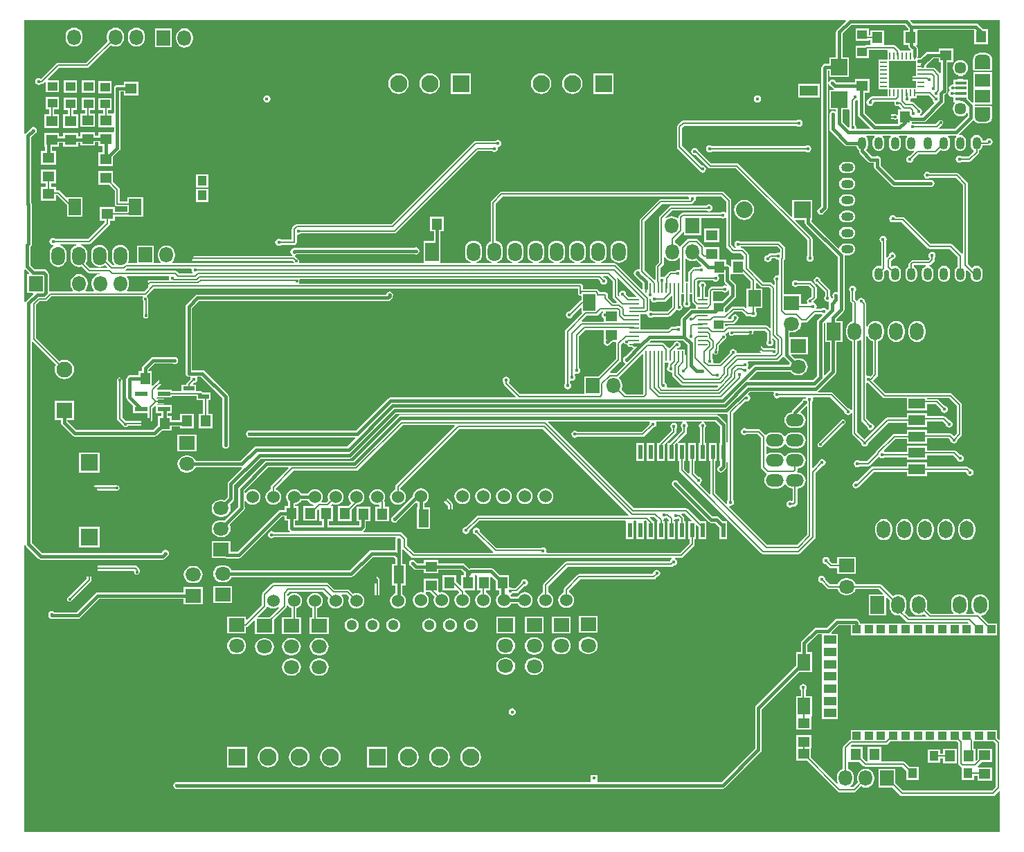
<source format=gtl>
G04*
G04 #@! TF.GenerationSoftware,Altium Limited,Altium Designer,18.1.6 (161)*
G04*
G04 Layer_Physical_Order=1*
G04 Layer_Color=255*
%FSTAX24Y24*%
%MOIN*%
G70*
G01*
G75*
%ADD11C,0.0080*%
%ADD23R,0.0150X0.0150*%
%ADD24R,0.0750X0.0590*%
%ADD25R,0.0530X0.0160*%
%ADD26R,0.0550X0.0500*%
%ADD27R,0.0870X0.0500*%
%ADD28R,0.0080X0.0340*%
%ADD29R,0.0340X0.0080*%
%ADD30R,0.0500X0.0550*%
%ADD31O,0.0400X0.0600*%
%ADD32O,0.0600X0.0400*%
%ADD33R,0.0472X0.0433*%
%ADD34R,0.0787X0.0787*%
%ADD35R,0.0787X0.0512*%
%ADD36R,0.0600X0.0210*%
%ADD37R,0.0520X0.0220*%
%ADD38R,0.0210X0.0710*%
%ADD39R,0.0500X0.0870*%
%ADD40R,0.0591X0.0787*%
%ADD41R,0.0070X0.0460*%
%ADD42R,0.0460X0.0070*%
%ADD43R,0.0433X0.0472*%
%ADD44R,0.0394X0.0394*%
%ADD45R,0.0600X0.0394*%
%ADD51R,0.1000X0.1000*%
%ADD65O,0.0750X0.0480*%
%ADD89C,0.0150*%
%ADD90C,0.0240*%
%ADD91C,0.0570*%
%ADD92O,0.0650X0.0750*%
%ADD93R,0.0650X0.0750*%
%ADD94O,0.0750X0.0650*%
%ADD95R,0.0750X0.0650*%
%ADD96R,0.0800X0.0800*%
%ADD97C,0.0800*%
%ADD98O,0.0860X0.0600*%
%ADD99C,0.0827*%
%ADD100R,0.0827X0.0827*%
%ADD101O,0.0650X0.0900*%
%ADD102R,0.0650X0.0900*%
%ADD103O,0.0650X0.0850*%
%ADD104R,0.0650X0.0850*%
%ADD105O,0.0650X0.0850*%
%ADD106R,0.0650X0.0850*%
%ADD107R,0.0827X0.0827*%
%ADD108C,0.0600*%
%ADD109C,0.0512*%
%ADD110C,0.0768*%
%ADD111R,0.0768X0.0768*%
%ADD112C,0.0177*%
%ADD113C,0.0240*%
G36*
X047106Y004589D02*
X04706Y00457D01*
X04697Y00466D01*
Y005041D01*
X046429D01*
X046416Y005041D01*
X046379D01*
X046366Y005041D01*
X045826D01*
X045826Y005041D01*
X045789D01*
Y005041D01*
X045776Y005041D01*
X045235D01*
X045235Y005041D01*
X045198D01*
Y005041D01*
X045185Y005041D01*
X044658D01*
X044644Y005041D01*
X044608D01*
X044594Y005041D01*
X044067D01*
X044054Y005041D01*
X044017D01*
X044004Y005041D01*
X043476D01*
X043463Y005041D01*
X043426D01*
X043413Y005041D01*
X042886D01*
X042873Y005041D01*
X042836D01*
X042823Y005041D01*
X042295D01*
X042282Y005041D01*
X042245D01*
X042232Y005041D01*
X041705D01*
X041692Y005041D01*
Y005041D01*
X041655D01*
Y005041D01*
X041101D01*
Y005041D01*
X041064D01*
Y005041D01*
X040511D01*
Y005041D01*
X040474D01*
Y005041D01*
X03992D01*
Y004567D01*
X039882Y00456D01*
X039843Y004533D01*
X039577Y004268D01*
X03955Y004228D01*
X039541Y004181D01*
Y003154D01*
X039459Y00312D01*
X039375Y003055D01*
X03931Y002971D01*
X039269Y002872D01*
X039255Y002767D01*
Y002667D01*
X039269Y002561D01*
X039298Y002491D01*
X039255Y002463D01*
X038012Y003706D01*
Y004144D01*
X038022D01*
Y004804D01*
X037312D01*
Y004218D01*
X037302D01*
Y003558D01*
X037814D01*
X039293Y002079D01*
X039333Y002052D01*
X03938Y002043D01*
X040092D01*
X040139Y002052D01*
X040179Y002079D01*
X040424Y002324D01*
X040439Y002313D01*
X040538Y002272D01*
X040644Y002258D01*
X040749Y002272D01*
X040848Y002313D01*
X040932Y002378D01*
X040997Y002462D01*
X041038Y002561D01*
X041052Y002667D01*
Y002767D01*
X041038Y002872D01*
X040997Y002971D01*
X040932Y003055D01*
X040848Y00312D01*
X040749Y003161D01*
X040644Y003175D01*
X040538Y003161D01*
X040439Y00312D01*
X040355Y003055D01*
X04029Y002971D01*
X040249Y002872D01*
X040235Y002767D01*
Y002667D01*
X040249Y002561D01*
X040268Y002514D01*
X040042Y002288D01*
X039917D01*
X0399Y002338D01*
X039952Y002378D01*
X040017Y002462D01*
X040058Y002561D01*
X040072Y002667D01*
Y002767D01*
X040058Y002872D01*
X040017Y002971D01*
X039952Y003055D01*
X039868Y00312D01*
X039786Y003154D01*
Y003496D01*
X039833Y003503D01*
Y003503D01*
X040345D01*
X040539Y003309D01*
X040579Y003283D01*
X040626Y003273D01*
X0424D01*
X042597Y003076D01*
Y002637D01*
X04319D01*
Y003269D01*
X042751D01*
X042537Y003482D01*
X042498Y003509D01*
X042451Y003518D01*
X041393D01*
Y004213D01*
X040733D01*
Y003518D01*
X040676D01*
X040493Y003701D01*
Y004213D01*
X039934D01*
X039915Y004259D01*
X03998Y004325D01*
X041625D01*
X041671Y004334D01*
X041711Y00436D01*
X041838Y004487D01*
X042232D01*
X042245Y004487D01*
X042282D01*
X042295Y004487D01*
X042823D01*
X042836Y004487D01*
X042873D01*
X042886Y004487D01*
X043413D01*
X043426Y004487D01*
X043463D01*
X043476Y004487D01*
X044004D01*
X044017Y004487D01*
X044054D01*
X044067Y004487D01*
X044594D01*
X044608Y004487D01*
X044644D01*
X044658Y004487D01*
X045025D01*
X045093Y004419D01*
Y003443D01*
X045102Y003397D01*
X045129Y003357D01*
X045226Y00326D01*
X045255Y003241D01*
Y002637D01*
X045848D01*
Y00283D01*
X046023D01*
Y002583D01*
X046733D01*
Y003243D01*
X046052D01*
X046031Y003293D01*
X046221Y003483D01*
X046733D01*
Y004143D01*
X046023D01*
Y003631D01*
X045961Y00357D01*
X045915Y003589D01*
Y004135D01*
X045841D01*
Y004487D01*
X046366D01*
X046379Y004487D01*
X046416D01*
X046429Y004487D01*
X046797D01*
X046905Y004378D01*
Y002295D01*
X046721Y002111D01*
X042433D01*
X042059Y002485D01*
Y003172D01*
X041249D01*
Y002262D01*
X041936D01*
X042295Y001902D01*
X042335Y001875D01*
X042382Y001866D01*
X046772D01*
X046818Y001875D01*
X046858Y001902D01*
X04706Y002103D01*
X047106Y002084D01*
Y000138D01*
X000138D01*
Y013924D01*
X000188Y013929D01*
X000189Y013926D01*
X000223Y013874D01*
X000808Y013289D01*
X000859Y013255D01*
X00092Y013243D01*
X006787D01*
X006847Y013255D01*
X006899Y013289D01*
X006994Y013384D01*
X006995Y013385D01*
X007051Y013422D01*
X007088Y013478D01*
X007101Y013543D01*
X007088Y013609D01*
X007051Y013665D01*
X006995Y013702D01*
X006929Y013715D01*
X006863Y013702D01*
X006808Y013665D01*
X00677Y013609D01*
X00677Y013608D01*
X006721Y013559D01*
X000985D01*
X000493Y014052D01*
X000493Y023727D01*
X000543Y023748D01*
X001656Y022634D01*
X00161Y022523D01*
X001594Y022402D01*
X00161Y02228D01*
X001657Y022168D01*
X001731Y022071D01*
X001828Y021996D01*
X001941Y02195D01*
X002062Y021934D01*
X002183Y02195D01*
X002296Y021996D01*
X002393Y022071D01*
X002467Y022168D01*
X002514Y02228D01*
X00253Y022402D01*
X002514Y022523D01*
X002467Y022636D01*
X002393Y022732D01*
X002296Y022807D01*
X002183Y022853D01*
X002062Y022869D01*
X001941Y022853D01*
X001829Y022807D01*
X000713Y023924D01*
Y02552D01*
X000881Y025688D01*
X001153D01*
X0012Y025697D01*
X001239Y025724D01*
X001435Y025919D01*
X001503D01*
X001509Y025918D01*
X001877D01*
X001882Y025919D01*
X002584D01*
X002589Y025918D01*
X002958D01*
X002963Y025919D01*
X003594D01*
X003599Y025918D01*
X003968D01*
X003973Y025919D01*
X004574D01*
X004579Y025918D01*
X004948D01*
X004953Y025919D01*
X005584D01*
X005589Y025918D01*
X005827D01*
X005853Y025868D01*
X005846Y025857D01*
X005837Y02581D01*
X005846Y025764D01*
X005862Y02574D01*
Y02498D01*
X005871Y024933D01*
X005898Y024894D01*
X005937Y024867D01*
X005984Y024858D01*
X006031Y024867D01*
X006071Y024894D01*
X006097Y024933D01*
X006107Y02498D01*
Y025785D01*
X006097Y025832D01*
X006071Y025872D01*
X006047Y025895D01*
X006046Y025897D01*
X006045Y025953D01*
X006047Y025956D01*
X006379Y026288D01*
X026785D01*
Y026073D01*
X026795Y026027D01*
X026821Y025987D01*
X026861Y02596D01*
X026908Y025951D01*
X026909Y025951D01*
X026948Y02592D01*
Y025745D01*
X026937Y025743D01*
X026897Y025716D01*
X026385Y025204D01*
X026378Y025206D01*
X026312Y025193D01*
X026256Y025155D01*
X026219Y0251D01*
X026206Y025034D01*
X026219Y024968D01*
X026256Y024912D01*
X026312Y024875D01*
X026378Y024862D01*
X026444Y024875D01*
X026499Y024912D01*
X026537Y024968D01*
X026547Y02502D01*
X026901Y025374D01*
X026948Y025355D01*
Y025156D01*
X026965D01*
X026984Y02511D01*
X026201Y024327D01*
X026174Y024287D01*
X026165Y02424D01*
Y021717D01*
X02614Y02168D01*
X026127Y021614D01*
X02614Y021548D01*
X026178Y021493D01*
X026233Y021455D01*
X026299Y021442D01*
X026365Y021455D01*
X026421Y021493D01*
X026458Y021548D01*
X026471Y021614D01*
X026458Y02168D01*
X026421Y021736D01*
X02641Y021743D01*
Y021827D01*
X02646Y021863D01*
X026496Y021856D01*
X026562Y021869D01*
X026618Y021906D01*
X026655Y021962D01*
X026668Y022028D01*
X026655Y022093D01*
X026631Y022128D01*
X026639Y022165D01*
X026688Y022197D01*
X026722Y02219D01*
X026788Y022203D01*
X026844Y022241D01*
X026881Y022296D01*
X026894Y022362D01*
X026881Y022428D01*
X026845Y022483D01*
Y02401D01*
X027137Y024303D01*
X028031D01*
Y023774D01*
X028018Y023712D01*
X028032Y023646D01*
X028069Y02359D01*
X028125Y023553D01*
X02819Y02354D01*
X028256Y023553D01*
X028312Y02359D01*
X028349Y023646D01*
X028349Y023647D01*
X028427Y023725D01*
X028589D01*
X028622Y023675D01*
X028618Y023652D01*
Y022907D01*
X02778Y022069D01*
X027093D01*
Y021223D01*
X024009D01*
X023458Y021774D01*
X023486Y021814D01*
X023499Y02188D01*
X023486Y021946D01*
X023448Y022001D01*
X023393Y022039D01*
X023327Y022052D01*
X023261Y022039D01*
X023205Y022001D01*
X023168Y021946D01*
X023155Y02188D01*
X023168Y021814D01*
X023204Y02176D01*
Y021732D01*
X023214Y021685D01*
X02324Y021646D01*
X023791Y021095D01*
X023772Y021049D01*
X017769D01*
X017709Y021037D01*
X017658Y021002D01*
X016105Y019449D01*
X011041D01*
X01104Y01945D01*
X010974Y019463D01*
X010909Y01945D01*
X010853Y019413D01*
X010816Y019357D01*
X010803Y019291D01*
X010816Y019226D01*
X010853Y01917D01*
X010909Y019133D01*
X010974Y019119D01*
X01104Y019133D01*
X011041Y019133D01*
X016048D01*
X016068Y019087D01*
X015682Y018701D01*
X011297D01*
X011237Y018689D01*
X011186Y018655D01*
X010537Y018006D01*
X008381D01*
X008362Y018053D01*
X008297Y018137D01*
X008213Y018202D01*
X008114Y018243D01*
X008008Y018257D01*
X007908D01*
X007803Y018243D01*
X007704Y018202D01*
X00762Y018137D01*
X007555Y018053D01*
X007514Y017954D01*
X0075Y017848D01*
X007514Y017743D01*
X007555Y017644D01*
X00762Y017559D01*
X007704Y017494D01*
X007803Y017454D01*
X007908Y01744D01*
X008008D01*
X008114Y017454D01*
X008213Y017494D01*
X008297Y017559D01*
X008362Y017644D01*
X008381Y01769D01*
X010585D01*
X010607Y017645D01*
X010608Y017642D01*
X009967Y017002D01*
X009933Y01695D01*
X009921Y01689D01*
Y016252D01*
X009773Y016104D01*
X009762Y016109D01*
X009656Y016123D01*
X009556D01*
X009451Y016109D01*
X009352Y016068D01*
X009267Y016003D01*
X009203Y015919D01*
X009162Y01582D01*
X009148Y015714D01*
X009162Y015609D01*
X009203Y01551D01*
X009267Y015426D01*
X009352Y015361D01*
X009451Y01532D01*
X009556Y015306D01*
X009656D01*
X009762Y01532D01*
X009861Y015361D01*
X009945Y015426D01*
X01001Y01551D01*
X010051Y015609D01*
X010065Y015714D01*
X010051Y01582D01*
X010017Y015902D01*
X01019Y016075D01*
X010225Y016126D01*
X010237Y016187D01*
Y016824D01*
X011522Y01811D01*
X015797D01*
X015857Y018122D01*
X015909Y018156D01*
X018025Y020273D01*
X033945D01*
X033963Y020276D01*
X034013Y020235D01*
Y018906D01*
X033963Y018877D01*
X033947Y018887D01*
X033943Y018892D01*
Y019738D01*
X033931Y019799D01*
X033897Y01985D01*
X033576Y020171D01*
X033525Y020205D01*
X033465Y020217D01*
X018238D01*
X018178Y020205D01*
X018126Y020171D01*
X015958Y018003D01*
X011801D01*
X011741Y01799D01*
X011689Y017956D01*
X010474Y016741D01*
X01044Y016689D01*
X010428Y016629D01*
Y015779D01*
X009773Y015124D01*
X009762Y015129D01*
X009656Y015143D01*
X009556D01*
X009451Y015129D01*
X009352Y015088D01*
X009267Y015023D01*
X009203Y014939D01*
X009162Y01484D01*
X009148Y014734D01*
X009162Y014629D01*
X009203Y01453D01*
X009267Y014446D01*
X009352Y014381D01*
X009451Y01434D01*
X009556Y014326D01*
X009656D01*
X009762Y01434D01*
X009861Y014381D01*
X009945Y014446D01*
X01001Y01453D01*
X010051Y014629D01*
X010065Y014734D01*
X010051Y01484D01*
X010017Y014922D01*
X010712Y015617D01*
X010746Y015668D01*
X010758Y015728D01*
X010746Y015789D01*
X010744Y015793D01*
Y016045D01*
X010753Y01605D01*
X010794Y016058D01*
X010847Y015989D01*
X010926Y015928D01*
X011019Y01589D01*
X011118Y015877D01*
X011217Y01589D01*
X01131Y015928D01*
X011389Y015989D01*
X01145Y016068D01*
X011488Y016161D01*
X011501Y01626D01*
X011488Y016359D01*
X01145Y016451D01*
X011389Y016531D01*
X01131Y016592D01*
X011217Y01663D01*
X011118Y016643D01*
X011019Y01663D01*
X010926Y016592D01*
X010847Y016531D01*
X010794Y016461D01*
X010753Y01647D01*
X010744Y016474D01*
Y016563D01*
X011867Y017686D01*
X012842D01*
X012861Y01764D01*
X012032Y016811D01*
X012005Y016771D01*
X011996Y016724D01*
Y01662D01*
X011926Y016592D01*
X011847Y016531D01*
X011786Y016451D01*
X011748Y016359D01*
X011735Y01626D01*
X011748Y016161D01*
X011786Y016068D01*
X011847Y015989D01*
X011926Y015928D01*
X012019Y01589D01*
X012118Y015877D01*
X012217Y01589D01*
X01231Y015928D01*
X012389Y015989D01*
X01245Y016068D01*
X012488Y016161D01*
X012501Y01626D01*
X012488Y016359D01*
X01245Y016451D01*
X012389Y016531D01*
X01231Y016592D01*
X01224Y01662D01*
Y016674D01*
X013094Y017527D01*
X016104D01*
X016151Y017536D01*
X016191Y017563D01*
X018348Y01972D01*
X02084D01*
X020859Y019674D01*
X018032Y016846D01*
X018005Y016807D01*
X017996Y01676D01*
Y01662D01*
X017926Y016592D01*
X017847Y016531D01*
X017786Y016451D01*
X017748Y016359D01*
X017735Y01626D01*
X017748Y016161D01*
X017786Y016068D01*
X017847Y015989D01*
X017926Y015928D01*
X018019Y01589D01*
X018118Y015877D01*
X018217Y01589D01*
X01831Y015928D01*
X018389Y015989D01*
X01845Y016068D01*
X018488Y016161D01*
X018501Y01626D01*
X018488Y016359D01*
X01845Y016451D01*
X018389Y016531D01*
X01831Y016592D01*
X01824Y01662D01*
Y016709D01*
X021064Y019533D01*
X0251D01*
X029228Y015405D01*
X029209Y015359D01*
X021988D01*
X021941Y015349D01*
X021902Y015323D01*
X021396Y014817D01*
X021332Y014804D01*
X021276Y014767D01*
X021239Y014711D01*
X021226Y014646D01*
X021239Y01458D01*
X021276Y014524D01*
X021332Y014487D01*
X021398Y014474D01*
X021463Y014487D01*
X021519Y014524D01*
X021556Y01458D01*
X021569Y014644D01*
X022039Y015114D01*
X02906D01*
X0291Y01509D01*
X0291Y015064D01*
Y01422D01*
X02947D01*
Y015064D01*
X02947Y01509D01*
X029511Y015114D01*
X02956D01*
X0296Y01509D01*
X0296Y015064D01*
Y01422D01*
X02997D01*
Y015064D01*
X02997Y01509D01*
X030011Y015114D01*
X030048D01*
X0301Y015061D01*
Y01422D01*
X03047D01*
Y01509D01*
X030405D01*
X030382Y015126D01*
X030253Y015255D01*
X030272Y015301D01*
X030461D01*
X030622Y01514D01*
X030601Y01509D01*
X0306D01*
Y01422D01*
X03097D01*
Y01509D01*
X030908D01*
Y01515D01*
X030904Y015167D01*
X030931Y015209D01*
X030942Y015214D01*
X030998Y015225D01*
X031053Y015262D01*
X031062D01*
X031163Y01516D01*
Y01509D01*
X0311D01*
Y01422D01*
X03147D01*
Y01509D01*
X031408D01*
Y015157D01*
X031416Y015166D01*
X031458Y015192D01*
X031506Y015182D01*
X031572Y015196D01*
X031622Y015229D01*
X031663Y015188D01*
Y01509D01*
X0316D01*
Y01422D01*
X03197D01*
Y01509D01*
X031908D01*
Y015239D01*
X031898Y015285D01*
X031872Y015325D01*
X031777Y01542D01*
X031798Y01547D01*
X031945D01*
X032278Y015137D01*
X032259Y01509D01*
X0321D01*
Y01422D01*
X032163D01*
Y014029D01*
X031709Y013575D01*
X025309D01*
X025273Y013625D01*
X02528Y013661D01*
X025267Y013727D01*
X02523Y013783D01*
X025174Y01382D01*
X025108Y013833D01*
X025042Y01382D01*
X025017Y013803D01*
X022875D01*
X022071Y014608D01*
X022058Y014672D01*
X022021Y014728D01*
X021965Y014765D01*
X0219Y014778D01*
X021834Y014765D01*
X021778Y014728D01*
X021741Y014672D01*
X021728Y014606D01*
X021741Y014541D01*
X021778Y014485D01*
X021834Y014447D01*
X021898Y014435D01*
X022708Y013625D01*
X022687Y013575D01*
X018901D01*
X018557Y013919D01*
Y014232D01*
X018548Y014279D01*
X018522Y014319D01*
X018315Y014525D01*
X018275Y014552D01*
X018228Y014561D01*
X016473D01*
X016458Y014611D01*
X01646Y014613D01*
X016497Y014669D01*
X016498Y01467D01*
X016529Y014701D01*
X016563Y014753D01*
X016575Y014813D01*
Y015078D01*
X016792D01*
Y015788D01*
X016132D01*
Y015078D01*
X016259D01*
Y014892D01*
X014794D01*
Y015107D01*
X014981D01*
Y015817D01*
X014914D01*
X014895Y015864D01*
X01495Y015918D01*
X015019Y01589D01*
X015118Y015877D01*
X015217Y01589D01*
X01531Y015928D01*
X015389Y015989D01*
X01545Y016068D01*
X015488Y016161D01*
X015501Y01626D01*
X015488Y016359D01*
X01545Y016451D01*
X015389Y016531D01*
X01531Y016592D01*
X015217Y01663D01*
X015118Y016643D01*
X015019Y01663D01*
X014926Y016592D01*
X014847Y016531D01*
X014786Y016451D01*
X014748Y016359D01*
X014735Y01626D01*
X014748Y016161D01*
X014777Y016091D01*
X014693Y016008D01*
X014461D01*
X014438Y016053D01*
X01445Y016068D01*
X014488Y016161D01*
X014501Y01626D01*
X014488Y016359D01*
X01445Y016451D01*
X014389Y016531D01*
X01431Y016592D01*
X014217Y01663D01*
X014118Y016643D01*
X014019Y01663D01*
X013926Y016592D01*
X013847Y016531D01*
X013786Y016451D01*
X013772Y016418D01*
X013464D01*
X01345Y016451D01*
X013389Y016531D01*
X01331Y016592D01*
X013217Y01663D01*
X013118Y016643D01*
X013019Y01663D01*
X012926Y016592D01*
X012847Y016531D01*
X012786Y016451D01*
X012748Y016359D01*
X012735Y01626D01*
X012748Y016161D01*
X012786Y016068D01*
X012834Y016006D01*
Y015827D01*
X012662D01*
Y01563D01*
X01248D01*
X01242Y015618D01*
X012369Y015584D01*
X010407Y013623D01*
X010061D01*
Y014129D01*
X009151D01*
Y013319D01*
X009804D01*
X009806Y013319D01*
X009866Y013307D01*
X010472D01*
X010533Y013319D01*
X010584Y013353D01*
X012546Y015314D01*
X012662D01*
Y015117D01*
X012834D01*
Y014764D01*
X012846Y014703D01*
X01288Y014652D01*
X01291Y014623D01*
X012927Y014611D01*
X012912Y014561D01*
X012158D01*
X012103Y014598D01*
X012037Y014611D01*
X011972Y014598D01*
X011916Y014561D01*
X011879Y014505D01*
X011866Y014439D01*
X011879Y014373D01*
X011916Y014317D01*
X011972Y01428D01*
X012037Y014267D01*
X012103Y01428D01*
X012158Y014317D01*
X017989D01*
X018016Y014267D01*
X018011Y014259D01*
X017998Y014193D01*
X018011Y014128D01*
X018012Y014126D01*
Y013699D01*
X018002Y013692D01*
X01685D01*
X01679Y013679D01*
X016739Y013645D01*
X015811Y012717D01*
X010108D01*
X010089Y012763D01*
X010024Y012848D01*
X009939Y012913D01*
X009841Y012954D01*
X009735Y012968D01*
X009635D01*
X009529Y012954D01*
X009431Y012913D01*
X009346Y012848D01*
X009281Y012763D01*
X00924Y012665D01*
X009227Y012559D01*
X00924Y012453D01*
X009281Y012355D01*
X009346Y01227D01*
X009431Y012205D01*
X009529Y012164D01*
X009635Y012151D01*
X009735D01*
X009841Y012164D01*
X009939Y012205D01*
X010024Y01227D01*
X010089Y012355D01*
X010108Y012401D01*
X015876D01*
X015936Y012413D01*
X015988Y012447D01*
X016916Y013375D01*
X017937D01*
X018012Y0133D01*
Y013035D01*
X01784D01*
Y012005D01*
X018012D01*
Y011627D01*
X017926Y011592D01*
X017847Y011531D01*
X017786Y011451D01*
X017748Y011359D01*
X017735Y01126D01*
X017748Y011161D01*
X017786Y011068D01*
X017847Y010989D01*
X017926Y010928D01*
X018019Y01089D01*
X018118Y010877D01*
X018217Y01089D01*
X01831Y010928D01*
X018389Y010989D01*
X01845Y011068D01*
X018488Y011161D01*
X018501Y01126D01*
X018488Y011359D01*
X01845Y011451D01*
X018389Y011531D01*
X018328Y011578D01*
Y012005D01*
X0185D01*
Y013035D01*
X018328D01*
Y013366D01*
Y013732D01*
X018378Y013752D01*
X018764Y013366D01*
X018803Y01334D01*
X01885Y01333D01*
X031295D01*
X03131Y01328D01*
X031266Y013251D01*
X031229Y013196D01*
X031219Y013144D01*
X02623D01*
X026183Y013135D01*
X026144Y013108D01*
X025142Y012106D01*
X025115Y012067D01*
X025106Y01202D01*
Y01166D01*
X025037Y011631D01*
X024957Y01157D01*
X024896Y011491D01*
X024858Y011398D01*
X024845Y011299D01*
X024858Y0112D01*
X024896Y011108D01*
X024957Y011028D01*
X025037Y010967D01*
X025129Y010929D01*
X025228Y010916D01*
X025328Y010929D01*
X02542Y010967D01*
X025499Y011028D01*
X02556Y011108D01*
X025599Y0112D01*
X025612Y011299D01*
X025599Y011398D01*
X02556Y011491D01*
X025499Y01157D01*
X02542Y011631D01*
X025351Y01166D01*
Y011969D01*
X026281Y012899D01*
X03128D01*
X031326Y012909D01*
X031366Y012935D01*
X031389Y012958D01*
X031454Y012971D01*
X031509Y013008D01*
X031547Y013064D01*
X03156Y01313D01*
X031547Y013196D01*
X031509Y013251D01*
X031466Y01328D01*
X03148Y01333D01*
X03176D01*
X031807Y01334D01*
X031846Y013366D01*
X032372Y013892D01*
X032398Y013932D01*
X032408Y013978D01*
Y01422D01*
X03247D01*
Y014879D01*
X032517Y014898D01*
X0326Y014814D01*
Y01422D01*
X03297D01*
Y01509D01*
X03267D01*
X032082Y015679D01*
X032042Y015705D01*
X031995Y015715D01*
X030846D01*
X030836Y015713D01*
X029492D01*
X02535Y019855D01*
X02537Y019901D01*
X030223D01*
X03025Y019851D01*
X030242Y019839D01*
X030229Y019775D01*
X029858Y019404D01*
X026764D01*
X026709Y01944D01*
X026644Y019453D01*
X026578Y01944D01*
X026522Y019403D01*
X026485Y019347D01*
X026472Y019282D01*
X026485Y019216D01*
X026522Y01916D01*
X026578Y019123D01*
X026644Y01911D01*
X026709Y019123D01*
X026764Y019159D01*
X029909D01*
X029956Y019168D01*
X029995Y019195D01*
X030402Y019602D01*
X030467Y019615D01*
X030523Y019652D01*
X03056Y019708D01*
X030573Y019774D01*
X03056Y019839D01*
X030552Y019851D01*
X030579Y019901D01*
X031809D01*
X031814Y019893D01*
X031801Y019825D01*
X031788Y019816D01*
X031751Y019761D01*
X031738Y019695D01*
X031751Y019629D01*
X031787Y019575D01*
Y01944D01*
X031199Y018852D01*
X031198Y01885D01*
X0311D01*
Y01798D01*
X03147D01*
Y018778D01*
X031556Y018863D01*
X0316Y018837D01*
Y01798D01*
X031663D01*
Y017545D01*
X031672Y017498D01*
X031699Y017459D01*
X035612Y013545D01*
X035652Y013519D01*
X035699Y01351D01*
X037411D01*
X037458Y013519D01*
X037498Y013545D01*
X038189Y014237D01*
X038216Y014277D01*
X038225Y014323D01*
Y017422D01*
X038545Y017742D01*
X038609Y017755D01*
X038665Y017792D01*
X038702Y017848D01*
X038715Y017913D01*
X038702Y017979D01*
X038665Y018035D01*
X038609Y018072D01*
X038543Y018085D01*
X038478Y018072D01*
X038422Y018035D01*
X038385Y017979D01*
X038372Y017915D01*
X038111Y017655D01*
X038065Y017674D01*
Y020834D01*
X038102Y020889D01*
X038115Y020955D01*
X038104Y021009D01*
X038132Y021059D01*
X038936D01*
X039613Y020381D01*
X039612Y020374D01*
X039625Y020308D01*
X039662Y020252D01*
X039718Y020215D01*
X039783Y020202D01*
X039849Y020215D01*
X039905Y020252D01*
X039938Y020302D01*
X039964Y020301D01*
X039988Y020293D01*
Y019339D01*
X039997Y019292D01*
X040024Y019252D01*
X040419Y018857D01*
X040432Y018792D01*
X040469Y018737D01*
X040525Y018699D01*
X040591Y018686D01*
X040656Y018699D01*
X040712Y018737D01*
X040749Y018792D01*
X040762Y018857D01*
X041744Y019838D01*
X042637D01*
Y019625D01*
X043584D01*
Y019907D01*
X044349D01*
X044484Y019772D01*
X044497Y019708D01*
X044534Y019652D01*
X04459Y019615D01*
X044656Y019602D01*
X044721Y019615D01*
X044777Y019652D01*
X044814Y019708D01*
X044827Y019774D01*
X044814Y019839D01*
X044777Y019895D01*
X044721Y019932D01*
X044657Y019945D01*
X044486Y020116D01*
X044446Y020143D01*
X0444Y020152D01*
X043584D01*
Y020297D01*
X042637D01*
Y020083D01*
X041693D01*
X041646Y020074D01*
X041606Y020047D01*
X040591Y019031D01*
X040233Y019389D01*
Y023745D01*
X040314Y023779D01*
X040383Y023831D01*
X040433Y02381D01*
Y019986D01*
X040442Y019939D01*
X040469Y0199D01*
X040707Y019661D01*
X040704Y019646D01*
X040717Y01958D01*
X040754Y019524D01*
X04081Y019487D01*
X040876Y019474D01*
X040942Y019487D01*
X040998Y019524D01*
X041035Y01958D01*
X041048Y019646D01*
X041035Y019711D01*
X040998Y019767D01*
X040942Y019804D01*
X040902Y019812D01*
X040678Y020037D01*
Y021731D01*
X040728Y021765D01*
X040766Y021758D01*
X041467Y021057D01*
X041507Y02103D01*
X041554Y021021D01*
X042637D01*
Y020412D01*
X043584D01*
Y020724D01*
X044014D01*
X044258Y020481D01*
X04427Y020417D01*
X044308Y020361D01*
X044363Y020323D01*
X044429Y02031D01*
X044495Y020323D01*
X044551Y020361D01*
X044588Y020417D01*
X044601Y020482D01*
X044588Y020548D01*
X044551Y020604D01*
X044495Y020641D01*
X044431Y020654D01*
X044151Y020933D01*
X044112Y020959D01*
X044065Y020969D01*
X043584D01*
Y021021D01*
X044672D01*
X045036Y020657D01*
Y019333D01*
X044882Y019179D01*
X044772Y019289D01*
X044732Y019316D01*
X044685Y019325D01*
X043584D01*
Y019509D01*
X042637D01*
Y019296D01*
X042018D01*
X041971Y019286D01*
X041932Y01926D01*
X041142Y01847D01*
X041115Y01843D01*
X041106Y018384D01*
Y018374D01*
X040713Y017981D01*
X040362D01*
X040308Y018017D01*
X040242Y01803D01*
X040176Y018017D01*
X040121Y01798D01*
X040083Y017924D01*
X04007Y017858D01*
X040083Y017792D01*
X040121Y017737D01*
X040176Y017699D01*
X040242Y017686D01*
X040308Y017699D01*
X040362Y017736D01*
X040764D01*
X040811Y017745D01*
X04085Y017772D01*
X041263Y018185D01*
X041313Y01818D01*
X041315Y018176D01*
X041371Y018138D01*
X041437Y018125D01*
X041503Y018138D01*
X041557Y018175D01*
X042637D01*
Y01805D01*
X043584D01*
Y018263D01*
X044861D01*
X04503Y018094D01*
X045038Y018054D01*
X045075Y017999D01*
X045131Y017961D01*
X045197Y017948D01*
X045263Y017961D01*
X045318Y017999D01*
X045356Y018054D01*
X045369Y01812D01*
X045356Y018186D01*
X045318Y018242D01*
X045263Y018279D01*
X045197Y018292D01*
X045181Y018289D01*
X044998Y018472D01*
X044958Y018499D01*
X044911Y018508D01*
X043584D01*
Y018722D01*
X042637D01*
Y01842D01*
X041557D01*
X041528Y018439D01*
X041518Y0185D01*
X042069Y019051D01*
X042637D01*
Y018837D01*
X043584D01*
Y01908D01*
X044634D01*
X04471Y019004D01*
X044723Y01894D01*
X04476Y018884D01*
X044816Y018847D01*
X044882Y018834D01*
X044948Y018847D01*
X045003Y018884D01*
X045041Y01894D01*
X045053Y019004D01*
X045245Y019196D01*
X045271Y019235D01*
X04528Y019282D01*
Y020708D01*
X045271Y020755D01*
X045245Y020795D01*
X04481Y02123D01*
X04477Y021256D01*
X044723Y021265D01*
X041604D01*
X041004Y021866D01*
X041197Y022059D01*
X041223Y022098D01*
X041233Y022145D01*
Y023745D01*
X041314Y023779D01*
X041399Y023843D01*
X041464Y023928D01*
X041505Y024027D01*
X041519Y024132D01*
Y024332D01*
X041505Y024438D01*
X041464Y024537D01*
X041399Y024621D01*
X041314Y024686D01*
X041216Y024727D01*
X04111Y024741D01*
X041005Y024727D01*
X040906Y024686D01*
X040821Y024621D01*
X040756Y024537D01*
X040728Y024467D01*
X040678Y024477D01*
Y025551D01*
X040668Y025598D01*
X040642Y025637D01*
X040595Y025684D01*
X040582Y025749D01*
X040545Y025804D01*
X040489Y025842D01*
X040423Y025855D01*
X040357Y025842D01*
X040302Y025804D01*
X040264Y025749D01*
X040259Y025723D01*
X040241Y025714D01*
X040206Y02571D01*
X040132Y025783D01*
Y026149D01*
X040169Y026204D01*
X040182Y02627D01*
X040169Y026335D01*
X040131Y026391D01*
X040076Y026428D01*
X04001Y026442D01*
X039944Y026428D01*
X039888Y026391D01*
X039851Y026335D01*
X039838Y02627D01*
X039851Y026204D01*
X039887Y026149D01*
Y025732D01*
X039897Y025685D01*
X039923Y025646D01*
X040006Y025563D01*
Y024727D01*
X040005Y024727D01*
X039906Y024686D01*
X039821Y024621D01*
X039756Y024537D01*
X039716Y024438D01*
X039702Y024332D01*
Y024132D01*
X039716Y024027D01*
X039756Y023928D01*
X039821Y023843D01*
X039906Y023779D01*
X039988Y023745D01*
Y020455D01*
X039964Y020447D01*
X039938Y020446D01*
X039905Y020496D01*
X039849Y020533D01*
X039797Y020543D01*
X039073Y021268D01*
X039033Y021294D01*
X038986Y021303D01*
X038351D01*
X038336Y021353D01*
X038353Y021365D01*
X039187Y022199D01*
X039221Y02225D01*
X039233Y02231D01*
Y023727D01*
X039515D01*
Y024737D01*
X039233D01*
Y024835D01*
X039568Y02517D01*
X039602Y025221D01*
X039614Y025281D01*
Y027861D01*
X039639Y027894D01*
X03966Y027907D01*
X039848D01*
X039921Y027916D01*
X039989Y027944D01*
X040048Y027989D01*
X040093Y028048D01*
X040121Y028116D01*
X04013Y028189D01*
X040121Y028262D01*
X040093Y02833D01*
X040048Y028389D01*
X039989Y028434D01*
X039921Y028462D01*
X039848Y028471D01*
X039648D01*
X039575Y028462D01*
X039507Y028434D01*
X039448Y028389D01*
X039403Y02833D01*
X039375Y028262D01*
X039373Y028248D01*
X039326Y028232D01*
X038019Y02954D01*
Y029609D01*
X038061D01*
Y030569D01*
X037101D01*
Y029781D01*
X037054Y029762D01*
X03453Y032287D01*
X03449Y032314D01*
X034443Y032323D01*
X033206D01*
X032573Y032956D01*
X03257Y032969D01*
X032533Y033025D01*
X032477Y033062D01*
X032411Y033075D01*
X032346Y033062D01*
X03229Y033025D01*
X032253Y032969D01*
X03224Y032904D01*
X032253Y032838D01*
X03229Y032782D01*
X032346Y032745D01*
X032411Y032732D01*
X032445Y032738D01*
X033069Y032114D01*
X033109Y032087D01*
X033155Y032078D01*
X034393D01*
X03784Y02863D01*
Y027886D01*
X037804Y027832D01*
X037791Y027766D01*
X037804Y0277D01*
X037841Y027644D01*
X037897Y027607D01*
X037963Y027594D01*
X038028Y027607D01*
X038084Y027644D01*
X038121Y0277D01*
X038134Y027766D01*
X038121Y027832D01*
X038085Y027886D01*
Y028681D01*
X038076Y028728D01*
X038049Y028768D01*
X037254Y029562D01*
X037273Y029609D01*
X037703D01*
Y029474D01*
X037715Y029414D01*
X037749Y029363D01*
X039298Y027813D01*
Y026166D01*
X039248Y026129D01*
X039213Y026136D01*
X039147Y026123D01*
X039091Y026086D01*
X039054Y02603D01*
X039041Y025965D01*
X039054Y025899D01*
X039055Y025898D01*
Y025835D01*
X039027Y025813D01*
X038984Y025835D01*
X038981Y025837D01*
X038968Y025902D01*
X038931Y025957D01*
Y026181D01*
X038922Y026228D01*
X038896Y026268D01*
X038479Y026685D01*
X038466Y026749D01*
X038429Y026805D01*
X038373Y026842D01*
X038307Y026855D01*
X038241Y026842D01*
X038186Y026805D01*
X038148Y026749D01*
X038135Y026683D01*
X038148Y026617D01*
X038186Y026562D01*
X038241Y026524D01*
X038306Y026511D01*
X038687Y02613D01*
Y025957D01*
X03865Y025902D01*
X038637Y025837D01*
X03865Y025771D01*
X038688Y025715D01*
X038743Y025678D01*
X038809Y025665D01*
X038842Y025671D01*
X038858Y025657D01*
X038878Y025627D01*
X038868Y025576D01*
Y025312D01*
X038826Y02527D01*
X038768Y025282D01*
X038744Y025318D01*
X038688Y025356D01*
X038622Y025369D01*
X038556Y025356D01*
X038502Y025319D01*
X038295D01*
X038268Y02536D01*
X038269Y025369D01*
X038282Y025433D01*
X038269Y025499D01*
X038232Y025555D01*
X038176Y025592D01*
X038171Y025593D01*
X038138Y02565D01*
X038144Y025681D01*
X038246Y025783D01*
X038272Y025823D01*
X038282Y02587D01*
Y026339D01*
X038272Y026386D01*
X038246Y026426D01*
X03805Y026622D01*
X03801Y026648D01*
X037963Y026658D01*
X037384D01*
X03733Y026694D01*
X037264Y026707D01*
X037198Y026694D01*
X037142Y026657D01*
X037105Y026601D01*
X037092Y026535D01*
X037105Y02647D01*
X037142Y026414D01*
X037198Y026377D01*
X037264Y026364D01*
X03733Y026377D01*
X037384Y026413D01*
X037913D01*
X038037Y026289D01*
Y025921D01*
X037971Y025855D01*
X037907Y025842D01*
X037851Y025804D01*
X037814Y025749D01*
X037801Y025683D01*
X037814Y025617D01*
X037821Y025605D01*
X037795Y025555D01*
X037532D01*
Y026015D01*
X036704D01*
Y026642D01*
X036709Y026666D01*
Y026838D01*
X036704Y026862D01*
Y027663D01*
X036724Y027683D01*
X036751Y027722D01*
X03676Y027769D01*
Y02823D01*
X036751Y028277D01*
X036724Y028316D01*
X036519Y028522D01*
X036479Y028548D01*
X036432Y028557D01*
X034609D01*
X034554Y028594D01*
X034488Y028607D01*
X034422Y028594D01*
X034367Y028557D01*
X034329Y028501D01*
X034316Y028435D01*
X034329Y028369D01*
X034367Y028314D01*
X034383Y028302D01*
X034368Y028252D01*
X034321D01*
X034177Y028396D01*
Y030533D01*
X034168Y03058D01*
X034142Y03062D01*
X033826Y030935D01*
X033787Y030961D01*
X03374Y030971D01*
X023112D01*
X023065Y030961D01*
X023026Y030935D01*
X02262Y030529D01*
X022594Y03049D01*
X022584Y030443D01*
Y02856D01*
X02256Y02855D01*
X022475Y028485D01*
X02241Y0284D01*
X022369Y028302D01*
X022355Y028196D01*
Y027946D01*
X022369Y02784D01*
X02241Y027742D01*
X022475Y027657D01*
X02256Y027592D01*
X022616Y027569D01*
X022606Y027519D01*
X021922D01*
X021912Y027569D01*
X021968Y027592D01*
X022053Y027657D01*
X022118Y027742D01*
X022158Y02784D01*
X022172Y027946D01*
Y028196D01*
X022158Y028302D01*
X022118Y0284D01*
X022053Y028485D01*
X021968Y02855D01*
X02187Y02859D01*
X021764Y028604D01*
X021658Y02859D01*
X02156Y02855D01*
X021475Y028485D01*
X02141Y0284D01*
X021369Y028302D01*
X021355Y028196D01*
Y027946D01*
X021369Y02784D01*
X02141Y027742D01*
X021475Y027657D01*
X02156Y027592D01*
X021616Y027569D01*
X021606Y027519D01*
X02021D01*
X020169Y027541D01*
X020169Y027569D01*
Y028601D01*
X020164D01*
Y029054D01*
X020336D01*
Y029764D01*
X019676D01*
Y029054D01*
X019847D01*
Y028601D01*
X019359D01*
Y027569D01*
X019359Y027541D01*
X019318Y027519D01*
X013389D01*
X013361Y027561D01*
X01336Y027569D01*
X013368Y027611D01*
X013359Y027658D01*
X013333Y027697D01*
X01319Y02784D01*
X013165Y027857D01*
X013172Y02791D01*
X013184Y027912D01*
X01324Y027949D01*
X013242Y027952D01*
X018919D01*
X01892Y027951D01*
X018986Y027938D01*
X019052Y027951D01*
X019108Y027989D01*
X019145Y028044D01*
X019158Y02811D01*
X019145Y028176D01*
X019108Y028232D01*
X019052Y028269D01*
X018986Y028282D01*
X01892Y028269D01*
X018919Y028268D01*
X013157D01*
X013097Y028256D01*
X013059Y028231D01*
X013052Y02823D01*
X012997Y028192D01*
X012959Y028137D01*
X012946Y028071D01*
X012959Y028005D01*
X012997Y027949D01*
X013031Y027926D01*
X013016Y027876D01*
X008169D01*
X008045Y028D01*
X008005Y028026D01*
X007958Y028036D01*
X007912Y028026D01*
X007872Y028D01*
X007845Y02796D01*
X007836Y027913D01*
X007845Y027867D01*
X007872Y027827D01*
X008031Y027667D01*
X008071Y027641D01*
X008118Y027632D01*
X013053D01*
X013115Y027569D01*
X013094Y027519D01*
X007273D01*
X007257Y027566D01*
X007267Y027575D01*
X007332Y027659D01*
X007373Y027758D01*
X007387Y027863D01*
Y027963D01*
X007373Y028069D01*
X007332Y028168D01*
X007267Y028252D01*
X007183Y028317D01*
X007084Y028358D01*
X006978Y028372D01*
X006873Y028358D01*
X006774Y028317D01*
X00669Y028252D01*
X006625Y028168D01*
X006584Y028069D01*
X00657Y027963D01*
Y027863D01*
X006584Y027758D01*
X006625Y027659D01*
X00669Y027575D01*
X0067Y027566D01*
X006684Y027519D01*
X006374D01*
Y028368D01*
X005563D01*
Y027519D01*
X005149D01*
X00512Y027569D01*
X00515Y027643D01*
X005164Y027749D01*
Y027999D01*
X00515Y028105D01*
X00511Y028203D01*
X005045Y028288D01*
X00496Y028353D01*
X004862Y028394D01*
X004756Y028408D01*
X00465Y028394D01*
X004552Y028353D01*
X004467Y028288D01*
X004402Y028203D01*
X004361Y028105D01*
X004347Y027999D01*
Y027749D01*
X004361Y027643D01*
X004402Y027545D01*
X004455Y027476D01*
X004433Y027426D01*
X004377D01*
X004152Y027651D01*
X004164Y027749D01*
Y027999D01*
X00415Y028105D01*
X00411Y028203D01*
X004045Y028288D01*
X00396Y028353D01*
X003862Y028394D01*
X003756Y028408D01*
X00365Y028394D01*
X003552Y028353D01*
X003467Y028288D01*
X003402Y028203D01*
X003361Y028105D01*
X003347Y027999D01*
Y027749D01*
X003361Y027643D01*
X003402Y027545D01*
X003467Y02746D01*
X003552Y027395D01*
X00365Y027354D01*
X003756Y027341D01*
X003862Y027354D01*
X00396Y027395D01*
X004018Y027439D01*
X004123Y027334D01*
X004104Y027288D01*
X003305D01*
X003083Y02751D01*
X00311Y027545D01*
X00315Y027643D01*
X003164Y027749D01*
Y027999D01*
X00315Y028105D01*
X00311Y028203D01*
X003045Y028288D01*
X00296Y028353D01*
X002862Y028394D01*
X002873Y028441D01*
X003258D01*
X003305Y02845D01*
X003344Y028476D01*
X00422Y029352D01*
X004247Y029392D01*
X004256Y029439D01*
Y029557D01*
X004489D01*
Y029765D01*
X005097D01*
Y029763D01*
X005848D01*
Y03071D01*
X005097D01*
Y030492D01*
X004729D01*
Y031068D01*
X004719Y031115D01*
X004693Y031155D01*
X00441Y031438D01*
Y03195D01*
X0037D01*
Y03129D01*
X004212D01*
X004484Y031018D01*
Y03037D01*
X004493Y030323D01*
X00452Y030283D01*
X004559Y030257D01*
X004606Y030248D01*
X005097D01*
Y030034D01*
X005073Y03001D01*
X004489D01*
Y030217D01*
X003779D01*
Y029557D01*
X004012D01*
Y02949D01*
X003207Y028685D01*
X001636D01*
X001582Y028722D01*
X001516Y028735D01*
X00145Y028722D01*
X001394Y028685D01*
X001357Y028629D01*
X001344Y028563D01*
X001357Y028497D01*
X001394Y028441D01*
X00145Y028404D01*
X001516Y028391D01*
X001521Y028392D01*
X001542Y028345D01*
X001467Y028288D01*
X001402Y028203D01*
X001361Y028105D01*
X001347Y027999D01*
Y027749D01*
X001361Y027643D01*
X001402Y027545D01*
X001467Y02746D01*
X001552Y027395D01*
X00165Y027354D01*
X001756Y027341D01*
X001862Y027354D01*
X00196Y027395D01*
X002045Y02746D01*
X00211Y027545D01*
X00215Y027643D01*
X002164Y027749D01*
Y027999D01*
X00215Y028105D01*
X00211Y028203D01*
X002045Y028288D01*
X00196Y028353D01*
X001862Y028394D01*
X001873Y028441D01*
X002639D01*
X00265Y028394D01*
X002552Y028353D01*
X002467Y028288D01*
X002402Y028203D01*
X002361Y028105D01*
X002347Y027999D01*
Y027749D01*
X002361Y027643D01*
X002402Y027545D01*
X002467Y02746D01*
X002552Y027395D01*
X00265Y027354D01*
X002756Y027341D01*
X002862Y027354D01*
X002884Y027364D01*
X003168Y027079D01*
X003208Y027052D01*
X003255Y027043D01*
X003773D01*
X003777Y026993D01*
X003678Y02698D01*
X00358Y026939D01*
X003495Y026874D01*
X00343Y02679D01*
X003389Y026691D01*
X003375Y026585D01*
Y026485D01*
X003389Y02638D01*
X00343Y026281D01*
X003482Y026214D01*
X003459Y026164D01*
X003098D01*
X003076Y026214D01*
X003128Y026281D01*
X003168Y02638D01*
X003182Y026485D01*
Y026585D01*
X003168Y026691D01*
X003128Y02679D01*
X003063Y026874D01*
X002978Y026939D01*
X00288Y02698D01*
X002774Y026994D01*
X002668Y02698D01*
X00257Y026939D01*
X002485Y026874D01*
X00242Y02679D01*
X002379Y026691D01*
X002365Y026585D01*
Y026485D01*
X002379Y02638D01*
X00242Y026281D01*
X002472Y026214D01*
X002449Y026164D01*
X001878D01*
X001873Y026163D01*
X001513D01*
X001508Y026164D01*
X001384D01*
X001371Y026161D01*
X001321Y026199D01*
Y026975D01*
X001309Y027035D01*
X001275Y027086D01*
X001184Y027177D01*
X001133Y027211D01*
X001072Y027223D01*
X000636D01*
X000434Y027425D01*
Y028323D01*
X000446Y028335D01*
X000481Y028386D01*
X000493Y028447D01*
Y030344D01*
X000481Y030405D01*
X000466Y030427D01*
Y033579D01*
X000635Y033748D01*
X000637Y033749D01*
X000692Y033786D01*
X00073Y033842D01*
X000743Y033907D01*
X00073Y033973D01*
X000692Y034029D01*
X000637Y034066D01*
X000571Y034079D01*
X000505Y034066D01*
X000449Y034029D01*
X000412Y033973D01*
X000412Y033972D01*
X000196Y033756D01*
X000188Y033744D01*
X000138Y033759D01*
Y038583D01*
Y039232D01*
X039665D01*
X039685Y039186D01*
X039258Y03876D01*
X039224Y038708D01*
X039212Y038648D01*
Y037442D01*
X038897D01*
Y037127D01*
X038701D01*
X03864Y037115D01*
X038589Y03708D01*
X03855Y037041D01*
X038515Y03699D01*
X038503Y036929D01*
Y030262D01*
X03842Y030179D01*
X038419Y030179D01*
X038363Y030141D01*
X038326Y030086D01*
X038312Y03002D01*
X038326Y029954D01*
X038363Y029898D01*
X038419Y029861D01*
X038484Y029848D01*
X03855Y029861D01*
X038606Y029898D01*
X038643Y029954D01*
X038643Y029955D01*
X038773Y030085D01*
X038807Y030136D01*
X038819Y030197D01*
Y036156D01*
X038869Y036161D01*
X038877Y036125D01*
X038914Y036069D01*
X03897Y036032D01*
X038971Y036032D01*
X039052Y035951D01*
X039103Y035917D01*
X039097Y035867D01*
X038897D01*
Y03492D01*
X039212D01*
Y034866D01*
X039162Y034839D01*
X039141Y034854D01*
X039075Y034867D01*
X039009Y034854D01*
X038953Y034816D01*
X038916Y034761D01*
X038912Y03474D01*
X038909Y034736D01*
X038897Y034675D01*
Y033996D01*
X038909Y033936D01*
X038943Y033884D01*
X039632Y033195D01*
X039684Y033161D01*
X039744Y033149D01*
X040198D01*
X0402Y033134D01*
X040228Y033066D01*
X040273Y033007D01*
X040314Y032975D01*
Y032913D01*
X040326Y032853D01*
X040361Y032802D01*
X040764Y032398D01*
X040816Y032364D01*
X040876Y032352D01*
X041043D01*
Y032161D01*
X041055Y032101D01*
X041089Y032049D01*
X041882Y031256D01*
X041933Y031222D01*
X041994Y03121D01*
X043713D01*
X043714Y031209D01*
X04378Y031196D01*
X043845Y031209D01*
X043901Y031247D01*
X043938Y031302D01*
X043951Y031368D01*
X043938Y031434D01*
X043901Y03149D01*
X043845Y031527D01*
X04378Y03154D01*
X043714Y031527D01*
X043713Y031526D01*
X042059D01*
X041359Y032226D01*
Y032443D01*
X04136Y032444D01*
X041373Y03251D01*
X04136Y032576D01*
X041322Y032631D01*
X041267Y032669D01*
X041201Y032682D01*
X041135Y032669D01*
X041134Y032668D01*
X040941D01*
X040659Y03295D01*
X040662Y033D01*
X040672Y033007D01*
X040717Y033066D01*
X040745Y033134D01*
X040755Y033207D01*
Y033407D01*
X040745Y03348D01*
X040717Y033548D01*
X040672Y033607D01*
X040667Y033611D01*
X040684Y033661D01*
X041048D01*
X041065Y033611D01*
X04106Y033607D01*
X041015Y033548D01*
X040987Y03348D01*
X040977Y033407D01*
Y033207D01*
X040987Y033134D01*
X041015Y033066D01*
X04106Y033007D01*
X041119Y032963D01*
X041187Y032934D01*
X04126Y032925D01*
X041333Y032934D01*
X041401Y032963D01*
X04146Y033007D01*
X041504Y033066D01*
X041533Y033134D01*
X041542Y033207D01*
Y033407D01*
X041533Y03348D01*
X041504Y033548D01*
X04146Y033607D01*
X041454Y033611D01*
X041471Y033661D01*
X041836D01*
X041853Y033611D01*
X041848Y033607D01*
X041803Y033548D01*
X041774Y03348D01*
X041765Y033407D01*
Y033207D01*
X041774Y033134D01*
X041803Y033066D01*
X041848Y033007D01*
X041906Y032963D01*
X041974Y032934D01*
X042047Y032925D01*
X04212Y032934D01*
X042188Y032963D01*
X042247Y033007D01*
X042292Y033066D01*
X04232Y033134D01*
X04233Y033207D01*
Y033407D01*
X04232Y03348D01*
X042292Y033548D01*
X042247Y033607D01*
X042242Y033611D01*
X042259Y033661D01*
X042623D01*
X04264Y033611D01*
X042635Y033607D01*
X04259Y033548D01*
X042562Y03348D01*
X042552Y033407D01*
Y033207D01*
X042562Y033134D01*
X04259Y033066D01*
X042635Y033007D01*
X042693Y032963D01*
X042762Y032934D01*
X042835Y032925D01*
X042908Y032934D01*
X04294Y032948D01*
X042969Y032905D01*
X042754Y032691D01*
X04269Y032678D01*
X042634Y032641D01*
X042597Y032585D01*
X042584Y03252D01*
X042597Y032454D01*
X042634Y032398D01*
X04269Y032361D01*
X042756Y032348D01*
X042822Y032361D01*
X042877Y032398D01*
X042915Y032454D01*
X042928Y032518D01*
X043174Y032765D01*
X043989D01*
X044036Y032774D01*
X044076Y032801D01*
X044251Y032976D01*
X044268Y032963D01*
X044336Y032934D01*
X044409Y032925D01*
X044483Y032934D01*
X044551Y032963D01*
X044609Y033007D01*
X044654Y033066D01*
X044682Y033134D01*
X044692Y033207D01*
Y033407D01*
X044682Y03348D01*
X044654Y033548D01*
X044609Y033607D01*
X044604Y033611D01*
X044621Y033661D01*
X044985D01*
X044989Y033656D01*
X044997Y033607D01*
X044952Y033548D01*
X044924Y03348D01*
X044914Y033407D01*
Y033207D01*
X044924Y033134D01*
X044952Y033066D01*
X044997Y033007D01*
X045056Y032963D01*
X045124Y032934D01*
X045197Y032925D01*
X04527Y032934D01*
X045338Y032963D01*
X045397Y033007D01*
X045441Y033066D01*
X04547Y033134D01*
X045479Y033207D01*
Y033407D01*
X04547Y03348D01*
X045441Y033548D01*
X045397Y033607D01*
X045338Y033652D01*
X04527Y03368D01*
X045197Y033689D01*
X045149Y033683D01*
X045125Y033731D01*
X045801Y034406D01*
X045831Y034406D01*
X045857Y0344D01*
X045861Y034397D01*
X045906Y034339D01*
X045973Y034287D01*
X046051Y034255D01*
X046135Y034244D01*
X046405D01*
X046488Y034255D01*
X046566Y034287D01*
X046633Y034339D01*
X046684Y034406D01*
X046716Y034483D01*
X046727Y034567D01*
X046726Y034576D01*
Y035027D01*
X04672Y035058D01*
X046702Y035085D01*
X046676Y035102D01*
X046645Y035108D01*
X045905D01*
X04589Y035126D01*
X045913Y035176D01*
X046725D01*
Y035914D01*
X046725Y035926D01*
Y035964D01*
X046725Y035976D01*
Y036714D01*
X045815D01*
Y035976D01*
X045815Y035964D01*
Y035926D01*
X045815Y035914D01*
Y035264D01*
X045768Y035245D01*
X045562Y035452D01*
Y035785D01*
Y036041D01*
Y036361D01*
X045357D01*
X04533Y03641D01*
X045339Y036457D01*
X04533Y036504D01*
X045314Y036527D01*
X045314Y036528D01*
X045325Y036578D01*
X04533Y036585D01*
X045391Y03661D01*
X045467Y036669D01*
X045526Y036745D01*
X045562Y036834D01*
X045575Y036929D01*
X045562Y037024D01*
X045526Y037113D01*
X045467Y037189D01*
X045391Y037248D01*
X045302Y037285D01*
X045207Y037297D01*
X045111Y037285D01*
X045023Y037248D01*
X044946Y037189D01*
X044888Y037113D01*
X044851Y037024D01*
X044839Y036929D01*
X044851Y036834D01*
X044888Y036745D01*
X044946Y036669D01*
X045023Y03661D01*
X045091Y036582D01*
X045094Y036579D01*
X045109Y036533D01*
X045108Y036524D01*
X045096Y036505D01*
X045087Y036458D01*
X045096Y036412D01*
X045096Y036411D01*
X04507Y036361D01*
X044872D01*
Y036147D01*
X044833Y036115D01*
X044815Y036119D01*
X044749Y036105D01*
X044694Y036068D01*
X044656Y036012D01*
X044643Y035947D01*
X044656Y035881D01*
X044691Y03583D01*
X044662Y035811D01*
X044625Y035755D01*
X044612Y035689D01*
X044625Y035623D01*
X044662Y035567D01*
X044718Y03553D01*
X044783Y035517D01*
X044822Y035525D01*
X04487Y035491D01*
X044872Y035488D01*
Y035273D01*
X044937D01*
X044953Y035226D01*
X044946Y035221D01*
X044888Y035145D01*
X044851Y035056D01*
X044839Y034961D01*
X044851Y034865D01*
X044888Y034777D01*
X044946Y0347D01*
X045023Y034642D01*
X045111Y034605D01*
X045207Y034592D01*
X045302Y034605D01*
X045391Y034642D01*
X045467Y0347D01*
X045501Y034744D01*
X045551Y034727D01*
Y034603D01*
X044925Y033977D01*
X04418D01*
X04417Y033991D01*
X044161Y034027D01*
X044338Y034205D01*
X044365Y034245D01*
X044374Y034291D01*
X044365Y034338D01*
X044338Y034378D01*
X044299Y034404D01*
X044252Y034414D01*
X044205Y034404D01*
X044165Y034378D01*
X044014Y034227D01*
X042894D01*
X042888Y034226D01*
X04285Y034257D01*
Y034312D01*
X043427D01*
X043487Y034324D01*
X043539Y034358D01*
X044391Y035211D01*
X044425Y035262D01*
X044437Y035322D01*
Y035631D01*
X044462Y035656D01*
X04448Y035659D01*
X044531Y035694D01*
X044565Y035745D01*
X044577Y035805D01*
Y037205D01*
X044863D01*
Y037865D01*
X044153D01*
Y037693D01*
X043627D01*
X043566Y037681D01*
X043515Y037647D01*
X04327Y037402D01*
X043209D01*
X043162Y037393D01*
X04316Y037394D01*
X043131Y037425D01*
X043128Y037433D01*
X043138Y037449D01*
X04315Y037509D01*
Y037844D01*
X043138Y037905D01*
X043104Y037956D01*
X043075Y037985D01*
X043095Y038031D01*
X043125D01*
Y038741D01*
X043172Y038749D01*
X045875D01*
Y03807D01*
X046535D01*
Y03878D01*
X046296D01*
X046057Y039019D01*
X046005Y039053D01*
X045945Y039066D01*
X04291D01*
X04279Y039186D01*
X042809Y039232D01*
X047106D01*
Y004589D01*
D02*
G37*
G36*
X042686Y038842D02*
Y038741D01*
X042465D01*
Y038031D01*
X042686D01*
Y037992D01*
X042698Y037932D01*
X042733Y03788D01*
X042804Y037809D01*
X042783Y037759D01*
X042284D01*
X042281Y037776D01*
X042254Y037815D01*
X04208Y03799D01*
X04204Y038017D01*
X041993Y038026D01*
X041565D01*
X041517Y038031D01*
X041517Y038076D01*
Y038741D01*
X040857D01*
Y038508D01*
X040789D01*
Y03882D01*
X040156D01*
Y038227D01*
X040789D01*
Y038263D01*
X040857D01*
X040857Y038031D01*
X040809Y038026D01*
X040679D01*
X040632Y038017D01*
X040598Y037993D01*
X040156D01*
Y0374D01*
X040789D01*
Y037781D01*
X04165D01*
X041691Y037759D01*
Y037325D01*
X041257D01*
Y037085D01*
Y036691D01*
Y036297D01*
Y035904D01*
X041691D01*
Y035552D01*
X040951D01*
X040904Y035542D01*
X040864Y035516D01*
X040761Y035413D01*
X040749Y035394D01*
X040726Y035379D01*
X040689Y035323D01*
X040676Y035257D01*
X040689Y035192D01*
X040726Y035136D01*
X040782Y035099D01*
X040848Y035086D01*
X040914Y035099D01*
X040969Y035136D01*
X041007Y035192D01*
X04102Y035257D01*
X041018Y035268D01*
X041049Y035307D01*
X042012D01*
X042028Y035287D01*
X042043Y035257D01*
X042035Y035218D01*
X042045Y035171D01*
X042071Y035132D01*
X042111Y035105D01*
X042158Y035096D01*
X042241D01*
X042369Y034968D01*
X04235Y034922D01*
X04219D01*
Y034665D01*
X042156Y034649D01*
X04214Y034648D01*
X042134Y034653D01*
X042094Y03468D01*
X042047Y034689D01*
X04162D01*
X041573Y03468D01*
X041533Y034653D01*
X041507Y034614D01*
X041497Y034567D01*
X041507Y03452D01*
X041533Y03448D01*
X041573Y034454D01*
X04162Y034445D01*
X042009D01*
X04201Y034444D01*
X042057Y034435D01*
X042104Y034444D01*
X04214Y034468D01*
X042159Y034463D01*
X04219Y03445D01*
Y034213D01*
X041128D01*
X040581Y03476D01*
Y034805D01*
X040582Y034806D01*
X040595Y034872D01*
X040582Y034938D01*
X040581Y034939D01*
Y035733D01*
X040827D01*
Y036393D01*
X040117D01*
Y036221D01*
X039229D01*
X039195Y036255D01*
X039194Y036257D01*
X039157Y036312D01*
X039101Y03635D01*
X039035Y036363D01*
X03897Y03635D01*
X038914Y036312D01*
X038877Y036257D01*
X038869Y036221D01*
X038819Y036226D01*
Y03681D01*
X038897D01*
Y036495D01*
X039844D01*
Y037442D01*
X039528D01*
Y038582D01*
X039947Y039002D01*
X042527D01*
X042686Y038842D01*
D02*
G37*
G36*
X044153Y037205D02*
X044261D01*
Y03669D01*
X044247Y03668D01*
X044211Y03667D01*
X043984Y036898D01*
X043944Y036924D01*
X043898Y036933D01*
X043547D01*
Y037034D01*
X043889Y037377D01*
X044153D01*
Y037205D01*
D02*
G37*
G36*
X043047Y037085D02*
Y036888D01*
Y036691D01*
Y03654D01*
X042649D01*
X042488Y036701D01*
X042448Y036727D01*
X042402Y036737D01*
X042355Y036727D01*
X042315Y036701D01*
X042289Y036661D01*
X042279Y036614D01*
X042289Y036567D01*
X042315Y036528D01*
X042512Y036331D01*
X042552Y036304D01*
X042598Y036295D01*
X043047D01*
Y0361D01*
Y035969D01*
X041757D01*
Y0361D01*
Y036297D01*
Y036494D01*
Y036691D01*
Y036888D01*
Y037085D01*
Y037259D01*
X043047D01*
Y037085D01*
D02*
G37*
G36*
X043854Y035412D02*
X043867Y035348D01*
X043904Y035292D01*
X043934Y035272D01*
X043944Y035211D01*
X043361Y034628D01*
X043281D01*
X04325Y034675D01*
X043251Y034678D01*
X043303Y034713D01*
X04334Y034769D01*
X043353Y034834D01*
X04334Y0349D01*
X043303Y034956D01*
X043247Y034993D01*
X043215Y035D01*
X04297Y035244D01*
X042931Y035271D01*
X042884Y03528D01*
X042812D01*
X042786Y03533D01*
X042799Y035349D01*
X042812Y035415D01*
X042809Y035431D01*
X04284Y035469D01*
X043112D01*
Y035597D01*
X043669D01*
X043854Y035412D01*
D02*
G37*
G36*
X046645Y034567D02*
X045895D01*
Y035027D01*
X046645D01*
Y034567D01*
D02*
G37*
G36*
X039844Y03492D02*
X039878Y034884D01*
Y034156D01*
X039861Y034131D01*
X03985Y034076D01*
X039818Y03406D01*
X039799Y034056D01*
X039528Y034327D01*
Y03492D01*
X039844D01*
D02*
G37*
G36*
X040265Y035344D02*
Y034939D01*
X040264Y034938D01*
X040251Y034872D01*
X040264Y034806D01*
X040265Y034805D01*
Y034695D01*
X040277Y034634D01*
X040311Y034583D01*
X040871Y034023D01*
X040852Y033977D01*
X040219D01*
X040184Y034027D01*
X040192Y034065D01*
X040178Y034131D01*
X040141Y034186D01*
X040122Y034199D01*
Y035304D01*
X040176Y035357D01*
X040204Y035363D01*
X040215Y035371D01*
X040265Y035344D01*
D02*
G37*
G36*
X033933Y030482D02*
Y03D01*
X033883Y029976D01*
X033845Y030001D01*
X03378Y030014D01*
X033714Y030001D01*
X033658Y029964D01*
X033647Y029948D01*
X031843D01*
X031797Y029939D01*
X031757Y029912D01*
X031658Y029813D01*
X031631Y029773D01*
X031622Y029727D01*
Y029703D01*
X031572Y029682D01*
X031503Y029734D01*
X031405Y029775D01*
X031299Y029789D01*
X031193Y029775D01*
X031095Y029734D01*
X031033Y029687D01*
X031Y029725D01*
X03132Y030045D01*
X032265D01*
X032268Y030045D01*
X03244D01*
X032442Y030045D01*
X032995D01*
X033035Y030018D01*
X0331Y030005D01*
X033166Y030018D01*
X033222Y030056D01*
X033259Y030111D01*
X033272Y030177D01*
X033259Y030243D01*
X033222Y030299D01*
X033166Y030336D01*
X0331Y030349D01*
X033035Y030336D01*
X032979Y030299D01*
X032973Y03029D01*
X032441D01*
X032439Y030289D01*
X032269D01*
X032267Y03029D01*
X03127D01*
X031223Y03028D01*
X031183Y030254D01*
X030721Y029791D01*
X030694Y029752D01*
X030685Y029705D01*
Y027565D01*
X030551Y027431D01*
X030525Y027392D01*
X030516Y027345D01*
Y026738D01*
X030469Y026719D01*
X029996Y027193D01*
Y029528D01*
X030828Y03036D01*
X032219D01*
X032266Y030369D01*
X032306Y030396D01*
X03238Y03047D01*
X032406Y030509D01*
X032407Y030513D01*
X032415Y030518D01*
X032452Y030574D01*
X032465Y03064D01*
X032458Y030676D01*
X032494Y030726D01*
X033689D01*
X033933Y030482D01*
D02*
G37*
G36*
Y029685D02*
Y028345D01*
X033942Y028298D01*
X033969Y028258D01*
X034184Y028043D01*
X034223Y028017D01*
X03427Y028008D01*
X034634D01*
X034769Y027873D01*
Y027688D01*
X034168D01*
Y027364D01*
X034144Y027356D01*
X034118Y027356D01*
X034088Y027401D01*
X034037Y027435D01*
X033976Y027447D01*
X033928D01*
Y027688D01*
X033583D01*
Y028288D01*
X032876D01*
Y028305D01*
X032867Y028352D01*
X03284Y028392D01*
X032579Y028652D01*
X03254Y028679D01*
X032493Y028688D01*
X032124D01*
X032077Y028679D01*
X032038Y028652D01*
X031744Y028359D01*
X031731Y028339D01*
X031716Y028335D01*
X031675Y028336D01*
X031674Y028336D01*
X031617Y02841D01*
X031533Y028475D01*
X031451Y028509D01*
Y02863D01*
X031831Y02901D01*
X031896Y029018D01*
X031904Y029012D01*
Y028876D01*
X032714D01*
Y029703D01*
X033684D01*
X033714Y029684D01*
X03378Y029671D01*
X033845Y029684D01*
X033883Y029709D01*
X033933Y029685D01*
D02*
G37*
G36*
X036515Y028179D02*
Y028056D01*
X036465Y02802D01*
X036429Y028028D01*
X036363Y028014D01*
X036336Y027996D01*
X036063D01*
X036016Y027987D01*
X035976Y027961D01*
X035924Y027908D01*
X035859Y027895D01*
X035804Y027858D01*
X035766Y027802D01*
X035753Y027736D01*
X035766Y02767D01*
X035804Y027615D01*
X035859Y027577D01*
X035925Y027564D01*
X035991Y027577D01*
X036047Y027615D01*
X036084Y02767D01*
X036097Y027735D01*
X036114Y027752D01*
X036296D01*
X036307Y027734D01*
X036363Y027697D01*
X036429Y027684D01*
X036459Y027659D01*
Y026956D01*
X036409Y026918D01*
X036378Y026924D01*
X036312Y026911D01*
X036256Y026874D01*
X036219Y026818D01*
X036206Y026752D01*
X036219Y026686D01*
X036256Y026632D01*
Y026491D01*
X036209Y026472D01*
X036118Y026563D01*
X036079Y026589D01*
X036032Y026599D01*
X03572D01*
X035014Y027305D01*
Y027923D01*
X035005Y02797D01*
X034978Y02801D01*
X034772Y028216D01*
X034732Y028243D01*
X034685Y028252D01*
X034658D01*
X034634Y028302D01*
X034642Y028313D01*
X036382D01*
X036515Y028179D01*
D02*
G37*
G36*
X032129Y030676D02*
X032121Y03064D01*
X032093Y030605D01*
X030778D01*
X030731Y030595D01*
X030691Y030569D01*
X029787Y029665D01*
X029761Y029625D01*
X029751Y029578D01*
Y027243D01*
X029701Y027211D01*
X029656Y02722D01*
X02959Y027207D01*
X029534Y02717D01*
X029497Y027114D01*
X029494Y0271D01*
X029491Y027096D01*
X029479Y027036D01*
X029491Y026975D01*
X029526Y026924D01*
X029901Y026549D01*
Y026325D01*
X029909Y026284D01*
X029863Y026259D01*
X028639Y027483D01*
X0286Y02751D01*
X028553Y027519D01*
X027922D01*
X027912Y027569D01*
X027968Y027592D01*
X028053Y027657D01*
X028118Y027742D01*
X028158Y02784D01*
X028172Y027946D01*
Y028196D01*
X028158Y028302D01*
X028118Y0284D01*
X028053Y028485D01*
X027968Y02855D01*
X02787Y02859D01*
X027764Y028604D01*
X027658Y02859D01*
X02756Y02855D01*
X027475Y028485D01*
X02741Y0284D01*
X027369Y028302D01*
X027355Y028196D01*
Y027946D01*
X027369Y02784D01*
X02741Y027742D01*
X027475Y027657D01*
X02756Y027592D01*
X027616Y027569D01*
X027606Y027519D01*
X026922D01*
X026912Y027569D01*
X026968Y027592D01*
X027053Y027657D01*
X027118Y027742D01*
X027158Y02784D01*
X027172Y027946D01*
Y028196D01*
X027158Y028302D01*
X027118Y0284D01*
X027053Y028485D01*
X026968Y02855D01*
X02687Y02859D01*
X026764Y028604D01*
X026658Y02859D01*
X02656Y02855D01*
X026475Y028485D01*
X02641Y0284D01*
X026369Y028302D01*
X026355Y028196D01*
Y027946D01*
X026369Y02784D01*
X02641Y027742D01*
X026475Y027657D01*
X02656Y027592D01*
X026616Y027569D01*
X026606Y027519D01*
X025922D01*
X025912Y027569D01*
X025968Y027592D01*
X026053Y027657D01*
X026118Y027742D01*
X026158Y02784D01*
X026172Y027946D01*
Y028196D01*
X026158Y028302D01*
X026118Y0284D01*
X026053Y028485D01*
X025968Y02855D01*
X02587Y02859D01*
X025764Y028604D01*
X025658Y02859D01*
X02556Y02855D01*
X025475Y028485D01*
X02541Y0284D01*
X025369Y028302D01*
X025355Y028196D01*
Y027946D01*
X025369Y02784D01*
X02541Y027742D01*
X025475Y027657D01*
X02556Y027592D01*
X025616Y027569D01*
X025606Y027519D01*
X024922D01*
X024912Y027569D01*
X024968Y027592D01*
X025053Y027657D01*
X025118Y027742D01*
X025158Y02784D01*
X025172Y027946D01*
Y028196D01*
X025158Y028302D01*
X025118Y0284D01*
X025053Y028485D01*
X024968Y02855D01*
X02487Y02859D01*
X024764Y028604D01*
X024658Y02859D01*
X02456Y02855D01*
X024475Y028485D01*
X02441Y0284D01*
X024369Y028302D01*
X024355Y028196D01*
Y027946D01*
X024369Y02784D01*
X02441Y027742D01*
X024475Y027657D01*
X02456Y027592D01*
X024616Y027569D01*
X024606Y027519D01*
X023922D01*
X023912Y027569D01*
X023968Y027592D01*
X024053Y027657D01*
X024118Y027742D01*
X024158Y02784D01*
X024172Y027946D01*
Y028196D01*
X024158Y028302D01*
X024118Y0284D01*
X024053Y028485D01*
X023968Y02855D01*
X02387Y02859D01*
X023764Y028604D01*
X023658Y02859D01*
X02356Y02855D01*
X023475Y028485D01*
X02341Y0284D01*
X023369Y028302D01*
X023355Y028196D01*
Y027946D01*
X023369Y02784D01*
X02341Y027742D01*
X023475Y027657D01*
X02356Y027592D01*
X023616Y027569D01*
X023606Y027519D01*
X022922D01*
X022912Y027569D01*
X022968Y027592D01*
X023053Y027657D01*
X023118Y027742D01*
X023158Y02784D01*
X023172Y027946D01*
Y028196D01*
X023158Y028302D01*
X023118Y0284D01*
X023053Y028485D01*
X022968Y02855D01*
X02287Y02859D01*
X022829Y028596D01*
Y030392D01*
X023163Y030726D01*
X032093D01*
X032129Y030676D01*
D02*
G37*
G36*
X03104Y027732D02*
X031124Y027667D01*
X031223Y027626D01*
X031329Y027612D01*
X031434Y027626D01*
X031533Y027667D01*
X031617Y027732D01*
X031658Y027785D01*
X031708Y027768D01*
Y027207D01*
X031658Y027179D01*
X031604Y02719D01*
X031539Y027177D01*
X031484Y02714D01*
X031279D01*
X031232Y027131D01*
X031192Y027104D01*
X030969Y02688D01*
X030945Y026845D01*
X030912Y026866D01*
X030846Y026879D01*
X03081Y026872D01*
X03076Y026908D01*
Y027294D01*
X030894Y027427D01*
X03092Y027467D01*
X030929Y027514D01*
Y027797D01*
X030958Y027809D01*
X030979Y027811D01*
X03104Y027732D01*
D02*
G37*
G36*
X008201Y027224D02*
X008194Y027188D01*
X008207Y027122D01*
X008241Y027072D01*
X008235Y027047D01*
X008221Y027022D01*
X007587D01*
X007492Y027117D01*
X007453Y027143D01*
X007406Y027153D01*
X005589D01*
X005577Y02715D01*
X005016D01*
X005001Y0272D01*
X005027Y027218D01*
X005083Y027274D01*
X008165D01*
X008201Y027224D01*
D02*
G37*
G36*
X03202Y027732D02*
X032104Y027667D01*
X032203Y027626D01*
X032309Y027612D01*
X032414Y027626D01*
X032496Y02766D01*
X032731Y027425D01*
X032723Y027397D01*
X03271Y027375D01*
X032651Y027364D01*
X032596Y027327D01*
X032392D01*
X032345Y027318D01*
X032305Y027291D01*
X032298Y027281D01*
X032288Y027274D01*
X032138Y027124D01*
X032111Y027084D01*
X032102Y027038D01*
Y026635D01*
X031953D01*
Y027737D01*
X032003Y027754D01*
X03202Y027732D01*
D02*
G37*
G36*
X033818Y026685D02*
X03383Y026624D01*
X033865Y026573D01*
X033976Y026461D01*
X033944Y026423D01*
X033931Y026432D01*
X033865Y026445D01*
X033799Y026432D01*
X033745Y026395D01*
X033261D01*
X033214Y026386D01*
X033174Y026359D01*
X033083Y026268D01*
X033056Y026228D01*
X033047Y026181D01*
Y025883D01*
X032904D01*
Y026336D01*
X032941Y026391D01*
X032954Y026457D01*
X032941Y026522D01*
X032903Y026578D01*
X032848Y026615D01*
X032782Y026629D01*
X032716Y026615D01*
X03266Y026578D01*
X032623Y026522D01*
X03261Y026457D01*
X032623Y026391D01*
X032659Y026336D01*
Y025883D01*
X032534D01*
Y026647D01*
X032566Y026679D01*
X033298D01*
X033353Y026642D01*
X033418Y026629D01*
X033484Y026642D01*
X03354Y02668D01*
X033577Y026735D01*
X03359Y026801D01*
X033577Y026867D01*
X03354Y026923D01*
X033532Y026928D01*
X033548Y026978D01*
X033818D01*
Y026685D01*
D02*
G37*
G36*
X02846Y026657D02*
Y025906D01*
X02847Y025859D01*
X028496Y025819D01*
X028662Y025654D01*
X028642Y025607D01*
X028493D01*
X028233Y025868D01*
Y025992D01*
X028223Y026039D01*
X028197Y026078D01*
X028157Y026105D01*
X02811Y026114D01*
X027852D01*
X027851Y02612D01*
X027825Y02616D01*
X027754Y02623D01*
X027715Y026257D01*
X027668Y026266D01*
X02703D01*
Y026411D01*
X027021Y026457D01*
X026994Y026497D01*
X026954Y026524D01*
X026908Y026533D01*
X013377D01*
X013376Y026534D01*
X013355Y026583D01*
X013371Y026607D01*
X01338Y026654D01*
X013372Y026696D01*
X013373Y026704D01*
X013401Y026746D01*
X027766D01*
X02786Y026652D01*
X027873Y026588D01*
X02791Y026532D01*
X027966Y026495D01*
X028031Y026482D01*
X028097Y026495D01*
X028153Y026532D01*
X02819Y026588D01*
X028203Y026654D01*
X02819Y026719D01*
X028153Y026775D01*
X028097Y026812D01*
X028033Y026825D01*
X027999Y026859D01*
X028018Y026906D01*
X028211D01*
X02846Y026657D01*
D02*
G37*
G36*
X007113Y026858D02*
X007102Y026801D01*
X007112Y026752D01*
X007082Y026702D01*
X006166D01*
X006119Y026693D01*
X006079Y026666D01*
X006071Y026658D01*
X005774D01*
X005727Y026648D01*
X005687Y026622D01*
X005661Y026582D01*
X005651Y026535D01*
X005661Y026489D01*
X005687Y026449D01*
X005727Y026422D01*
X005774Y026413D01*
X006087D01*
X006108Y026363D01*
X005907Y026163D01*
X005594D01*
X005588Y026164D01*
X005088D01*
X005066Y026214D01*
X005118Y026281D01*
X005158Y02638D01*
X005172Y026485D01*
Y026585D01*
X005158Y026691D01*
X005118Y02679D01*
X005067Y026856D01*
X005091Y026906D01*
X005587D01*
X005599Y026908D01*
X007087D01*
X007113Y026858D01*
D02*
G37*
G36*
X034077Y026218D02*
Y026013D01*
X033754Y02569D01*
X033292D01*
Y02613D01*
X033312Y02615D01*
X033745D01*
X033799Y026114D01*
X033865Y026101D01*
X033931Y026114D01*
X033987Y026151D01*
X034024Y026207D01*
X034027Y026223D01*
X034077Y026218D01*
D02*
G37*
G36*
X029602Y025929D02*
X029583Y025883D01*
X029539D01*
X029502Y02589D01*
X029243D01*
X029109Y026025D01*
X029096Y026089D01*
X029058Y026145D01*
X029003Y026182D01*
X028937Y026195D01*
X028871Y026182D01*
X028815Y026145D01*
X028778Y026089D01*
X028765Y026024D01*
X028778Y025958D01*
X028786Y025946D01*
X028747Y025914D01*
X028705Y025956D01*
Y026707D01*
X028696Y026754D01*
X028675Y026786D01*
X028713Y026818D01*
X029602Y025929D01*
D02*
G37*
G36*
X000376Y027037D02*
X000356Y02699D01*
X000278D01*
Y02608D01*
X000536D01*
X000555Y026034D01*
X000223Y025702D01*
X000189Y025651D01*
X000188Y025648D01*
X000138Y025653D01*
Y027204D01*
X000188Y027224D01*
X000376Y027037D01*
D02*
G37*
G36*
X031315Y025923D02*
Y025408D01*
X031089Y025182D01*
X030389D01*
X03035Y025208D01*
X030284Y025221D01*
X03028Y02522D01*
X030238Y025263D01*
X03024Y025276D01*
Y025783D01*
X030272Y025813D01*
X030298Y025783D01*
X030311Y025717D01*
X030348Y025662D01*
X030404Y025624D01*
X03047Y025611D01*
X030535Y025624D01*
X03059Y025661D01*
X030936D01*
X030983Y02567D01*
X031023Y025697D01*
X031268Y025942D01*
X031315Y025923D01*
D02*
G37*
G36*
X032289Y025703D02*
X032299Y025656D01*
X032325Y025617D01*
X032457Y025484D01*
X032472Y025475D01*
Y025335D01*
X032264D01*
X032203Y025323D01*
X032152Y025289D01*
X031788Y024925D01*
X031754Y024873D01*
X031742Y024813D01*
Y024508D01*
X031697Y024484D01*
X03169Y02449D01*
X031624Y024503D01*
X031558Y02449D01*
X031509Y024457D01*
X031323Y024463D01*
X031321Y024463D01*
X031319Y024463D01*
X031297Y024459D01*
X031276Y024455D01*
X031274Y024454D01*
X031272Y024454D01*
X031254Y024441D01*
X031235Y02443D01*
X031234Y024428D01*
X031232Y024427D01*
X031121Y024315D01*
X029812D01*
Y024668D01*
Y025055D01*
X03002D01*
X030067Y025064D01*
X030075Y025061D01*
X030115Y025036D01*
X030125Y024983D01*
X030163Y024928D01*
X030218Y02489D01*
X030284Y024877D01*
X03035Y02489D01*
X030406Y024928D01*
X030412Y024937D01*
X03114D01*
X031186Y024947D01*
X031226Y024973D01*
X031495Y025242D01*
X0315Y025248D01*
X0315Y025248D01*
X031524Y025271D01*
X031571Y025256D01*
X031588Y025245D01*
X031654Y025232D01*
X031719Y025245D01*
X031775Y025282D01*
X031812Y025338D01*
X031825Y025404D01*
X031812Y025469D01*
X031775Y025525D01*
X031756Y025538D01*
Y026015D01*
X031905D01*
Y025681D01*
X031869Y025627D01*
X031856Y025561D01*
X031869Y025495D01*
X031906Y025439D01*
X031962Y025402D01*
X032028Y025389D01*
X032093Y025402D01*
X032149Y025439D01*
X032186Y025495D01*
X032199Y025561D01*
X032186Y025627D01*
X03215Y025681D01*
Y026015D01*
X032289D01*
Y025703D01*
D02*
G37*
G36*
X035104Y026642D02*
Y0263D01*
X03491D01*
Y025373D01*
X034861Y025352D01*
X034819Y025394D01*
X034779Y02542D01*
X034732Y025429D01*
X034253D01*
X034206Y02542D01*
X034166Y025394D01*
X033918Y025146D01*
X033872Y025165D01*
Y025361D01*
X034347Y025836D01*
X034381Y025887D01*
X034393Y025948D01*
Y026426D01*
X034381Y026486D01*
X034347Y026538D01*
X034134Y02675D01*
Y026942D01*
X034168Y026978D01*
X034769D01*
X035104Y026642D01*
D02*
G37*
G36*
X035583Y02639D02*
X035622Y026363D01*
X035669Y026354D01*
X035981D01*
X036061Y026274D01*
Y024418D01*
X036015Y024398D01*
X035935Y024478D01*
X035896Y024505D01*
X035849Y024514D01*
X034003D01*
X033956Y024505D01*
X033922Y024482D01*
X033884Y024492D01*
X033872Y024497D01*
Y024584D01*
X034234D01*
X034281Y024593D01*
X03432Y02462D01*
X034439Y024738D01*
X034439Y024738D01*
X034474Y024762D01*
X034511Y024817D01*
X034524Y024883D01*
X034511Y024949D01*
X034474Y025005D01*
X034418Y025042D01*
X034352Y025055D01*
X034286Y025042D01*
X034231Y025005D01*
X034193Y024949D01*
X03418Y024883D01*
X034181Y024879D01*
X03414Y024829D01*
X034018D01*
X033997Y024879D01*
X034303Y025185D01*
X034682D01*
X034864Y025002D01*
X034904Y024976D01*
X034951Y024966D01*
X035106D01*
X035161Y02493D01*
X035226Y024917D01*
X035292Y02493D01*
X035348Y024967D01*
X035385Y025023D01*
X035398Y025089D01*
X035385Y025154D01*
X035349Y025209D01*
Y025353D01*
X035661D01*
Y0263D01*
X035349D01*
Y026559D01*
X035395Y026578D01*
X035583Y02639D01*
D02*
G37*
G36*
X028001Y025153D02*
X02797Y025133D01*
X027933Y025077D01*
X02792Y025011D01*
X027933Y024945D01*
X02797Y02489D01*
X028026Y024852D01*
X028031Y024851D01*
Y024707D01*
X026998D01*
X026978Y024757D01*
X027214Y024994D01*
X027668D01*
X027715Y025003D01*
X027754Y02503D01*
X027927Y025203D01*
X027985D01*
X028001Y025153D01*
D02*
G37*
G36*
X038537Y025051D02*
X038549Y024992D01*
X038345Y024789D01*
X038311Y024738D01*
X038299Y024677D01*
Y022083D01*
X038096Y02188D01*
X035033D01*
X035014Y021927D01*
X035384Y022297D01*
X037013D01*
X037053Y022244D01*
X037137Y02218D01*
X037236Y022139D01*
X037342Y022125D01*
X037442D01*
X037547Y022139D01*
X037646Y02218D01*
X037731Y022244D01*
X037796Y022329D01*
X037836Y022428D01*
X03785Y022533D01*
X037836Y022639D01*
X037796Y022738D01*
X037731Y022822D01*
X037646Y022887D01*
X037547Y022928D01*
X037442Y022942D01*
X037342D01*
X037236Y022928D01*
X037225Y022923D01*
X037056Y023092D01*
X037076Y023138D01*
X037847D01*
Y023948D01*
X036979D01*
Y02416D01*
X037016Y024193D01*
X037027Y024192D01*
X037127D01*
X037232Y024206D01*
X037331Y024246D01*
X037416Y024311D01*
X037481Y024396D01*
X037521Y024495D01*
X037535Y0246D01*
X037532Y024629D01*
X03756Y024655D01*
X037578Y024662D01*
X037759D01*
X037806Y024672D01*
X037845Y024698D01*
X038222Y025075D01*
X038502D01*
X038537Y025051D01*
D02*
G37*
G36*
X032061Y023581D02*
Y023116D01*
X032028Y023088D01*
X031996Y023082D01*
X031956Y023106D01*
X031946Y023116D01*
Y023355D01*
X031573D01*
X031549Y023405D01*
X031554Y023411D01*
X031557Y023411D01*
X031623Y023424D01*
X031679Y023461D01*
X031716Y023517D01*
X031729Y023583D01*
X031716Y023648D01*
X031679Y023704D01*
X031623Y023741D01*
X031557Y023755D01*
X031492Y023741D01*
X031436Y023704D01*
X031399Y023648D01*
X031397Y02364D01*
X0312Y023443D01*
X031137Y023451D01*
X03113Y023463D01*
X030943Y02365D01*
X030903Y023676D01*
X030856Y023685D01*
X03024D01*
X030221Y023732D01*
X030298Y023809D01*
X031834D01*
X032061Y023581D01*
D02*
G37*
G36*
X035901Y024166D02*
Y02379D01*
X035879Y023757D01*
X035866Y023691D01*
X035879Y023625D01*
X035916Y023569D01*
X035972Y023532D01*
X036038Y023519D01*
X036103Y023532D01*
X036159Y023569D01*
X036196Y023625D01*
X03621Y023691D01*
X036196Y023757D01*
X036159Y023812D01*
X036146Y023821D01*
Y023868D01*
X036192Y023887D01*
X036308Y02377D01*
Y023423D01*
X036258Y0234D01*
X036237Y023414D01*
X03619Y023423D01*
X035736D01*
X035372Y023787D01*
X035231Y023929D01*
Y024183D01*
X035223Y024219D01*
X035251Y024269D01*
X035798D01*
X035901Y024166D01*
D02*
G37*
G36*
X034031Y024232D02*
X034038Y024227D01*
X034065Y024176D01*
X034061Y024154D01*
X03407Y024107D01*
X034097Y024067D01*
X034136Y024041D01*
X034183Y024031D01*
X03423Y024041D01*
X03426Y024061D01*
X034986D01*
Y023878D01*
X034995Y023831D01*
X035022Y023791D01*
X035199Y023614D01*
X035581Y023233D01*
X03556Y023183D01*
X034455D01*
X03443Y023213D01*
X034417Y023279D01*
X03438Y023335D01*
X034324Y023372D01*
X034259Y023385D01*
X034193Y023372D01*
X034137Y023335D01*
X0341Y023279D01*
X034087Y023213D01*
X034089Y023199D01*
X033599Y022709D01*
X03334D01*
X033304Y022759D01*
X033312Y022795D01*
X033299Y022861D01*
X033264Y022913D01*
Y023174D01*
X03327Y023176D01*
X033314Y023182D01*
X033334Y023152D01*
X033374Y023125D01*
X033421Y023116D01*
X033468Y023125D01*
X033507Y023152D01*
X033534Y023191D01*
X033543Y023238D01*
Y023306D01*
X033565Y023338D01*
X033574Y023385D01*
Y023559D01*
X033896Y02388D01*
X033922Y02392D01*
X033931Y023967D01*
X033922Y024013D01*
X033896Y024053D01*
X033889Y024058D01*
X033887Y024066D01*
X033892Y024115D01*
X033916Y024131D01*
X034019Y024234D01*
X034031Y024232D01*
D02*
G37*
G36*
X036709Y022992D02*
X036981Y022721D01*
X036947Y022639D01*
X036944Y022613D01*
X035319D01*
X035258Y022601D01*
X035207Y022566D01*
X03505Y022409D01*
X034996Y022426D01*
X034964Y022474D01*
X034973Y022523D01*
X034993Y022553D01*
X035006Y022619D01*
X034993Y022685D01*
X034964Y022728D01*
X034983Y022778D01*
X036375D01*
X036422Y022787D01*
X036461Y022814D01*
X036645Y022998D01*
X036709Y022992D01*
D02*
G37*
G36*
X029009Y023684D02*
X029013Y023681D01*
X029037Y023644D01*
X029077Y023617D01*
X029124Y023608D01*
X029142Y023611D01*
X029192Y023576D01*
Y023487D01*
X029395D01*
X029433Y023462D01*
X02945Y023408D01*
X029069Y023027D01*
X029068Y023027D01*
X029012Y022989D01*
X028975Y022934D01*
X028962Y022868D01*
X028975Y022802D01*
X029012Y022746D01*
X029045Y022724D01*
X029056Y022664D01*
X028623Y022232D01*
X028359D01*
X028339Y022282D01*
X028827Y02277D01*
X028853Y022809D01*
X028863Y022856D01*
Y023601D01*
X028958Y023696D01*
X029009Y023684D01*
D02*
G37*
G36*
X038705Y024637D02*
Y023727D01*
X038917D01*
Y022376D01*
X038661Y02212D01*
X038615Y022139D01*
Y024612D01*
X038659Y024656D01*
X038705Y024637D01*
D02*
G37*
G36*
X040756Y023928D02*
X040821Y023843D01*
X040906Y023779D01*
X040988Y023745D01*
Y022196D01*
X040861Y022069D01*
X040833Y022088D01*
X040768Y022101D01*
X040728Y022093D01*
X040678Y022127D01*
Y023988D01*
X040728Y023998D01*
X040756Y023928D01*
D02*
G37*
G36*
X031149Y022685D02*
X031137Y022667D01*
X031128Y02262D01*
Y022561D01*
X031091Y022507D01*
X031078Y022441D01*
X031091Y022375D01*
X031128Y022319D01*
X031184Y022282D01*
X03125Y022269D01*
X031286Y022276D01*
X031336Y02224D01*
Y022134D01*
X031346Y022087D01*
X031372Y022047D01*
X031748Y021672D01*
X031787Y021645D01*
X031834Y021636D01*
X033514D01*
X033533Y02159D01*
X033471Y021528D01*
X031096D01*
X03106Y021578D01*
X031068Y021614D01*
X031054Y02168D01*
X031017Y021736D01*
X030969Y021768D01*
Y022735D01*
X031123D01*
X031149Y022685D01*
D02*
G37*
G36*
X029944Y023141D02*
Y023082D01*
X029937Y023045D01*
Y021229D01*
X029916Y021208D01*
X029087D01*
X028883Y021412D01*
X028903Y021458D01*
X028917Y021564D01*
Y021664D01*
X028903Y02177D01*
X028862Y021868D01*
X028797Y021953D01*
X028768Y021976D01*
X028773Y022035D01*
X029898Y02316D01*
X029944Y023141D01*
D02*
G37*
G36*
X036233Y021268D02*
X036219Y021247D01*
X036206Y021181D01*
X036219Y021115D01*
X036256Y02106D01*
X036312Y021022D01*
X036378Y021009D01*
X036444Y021022D01*
X036498Y021059D01*
X037754D01*
X037777Y021017D01*
X037726Y020986D01*
X037709Y02099D01*
X037643Y020977D01*
X037587Y020939D01*
X03755Y020884D01*
X037545Y020859D01*
X037132Y020446D01*
X037098Y020395D01*
X037087Y02034D01*
X037015Y020331D01*
X036922Y020293D01*
X036843Y020232D01*
X036782Y020152D01*
X036744Y02006D01*
X036731Y019961D01*
X036744Y019861D01*
X036782Y019769D01*
X036843Y01969D01*
X036922Y019629D01*
X037015Y01959D01*
X037114Y019577D01*
X037374D01*
X037473Y01959D01*
X037566Y019629D01*
X037645Y01969D01*
X037706Y019769D01*
X037744Y019861D01*
X037757Y019961D01*
X037744Y02006D01*
X037706Y020152D01*
X037645Y020232D01*
X037566Y020293D01*
X037517Y020313D01*
X037505Y020372D01*
X037774Y020641D01*
X037821Y020622D01*
Y01444D01*
X037345Y013965D01*
X035903D01*
X034075Y015793D01*
X034099Y015839D01*
X034136Y015832D01*
X034201Y015845D01*
X034257Y015882D01*
X034294Y015938D01*
X034307Y016004D01*
X034294Y01607D01*
X034258Y016124D01*
Y020294D01*
X034835Y020872D01*
X034846Y020865D01*
X034911Y020852D01*
X034977Y020865D01*
X035033Y020902D01*
X03507Y020958D01*
X035083Y021024D01*
X03507Y021089D01*
X035033Y021145D01*
X034986Y021177D01*
X034969Y021231D01*
X035057Y021318D01*
X036207D01*
X036233Y021268D01*
D02*
G37*
G36*
X033627Y019673D02*
Y01885D01*
X0336D01*
Y01798D01*
X033627D01*
Y017788D01*
X033607Y017767D01*
X033605Y017767D01*
X03355Y01773D01*
X033512Y017674D01*
X033499Y017608D01*
X033512Y017542D01*
X03355Y017487D01*
X033605Y017449D01*
X033671Y017436D01*
X033737Y017449D01*
X033793Y017487D01*
X03383Y017542D01*
X03383Y017544D01*
X033897Y017611D01*
X033931Y017662D01*
X033943Y017722D01*
Y017939D01*
X033947Y017944D01*
X033963Y017953D01*
X034013Y017925D01*
Y016124D01*
X033977Y01607D01*
X033964Y016004D01*
X033971Y015968D01*
X033925Y015943D01*
X033408Y01646D01*
Y01798D01*
X03347D01*
Y01885D01*
X0331D01*
Y01798D01*
X033163D01*
Y016411D01*
X033159Y016407D01*
X033117Y016387D01*
X032652Y016852D01*
X032665Y016909D01*
X032704Y016936D01*
X032741Y016991D01*
X032755Y017057D01*
X032741Y017123D01*
X032704Y017179D01*
X032648Y017216D01*
X032584Y017229D01*
X032408Y017405D01*
Y01798D01*
X03247D01*
Y01885D01*
X0321D01*
Y01798D01*
X032163D01*
Y017411D01*
X032113Y017391D01*
X031908Y017596D01*
Y01798D01*
X03197D01*
Y01885D01*
X031614D01*
X031588Y018895D01*
X031996Y019303D01*
X032022Y019343D01*
X032032Y01939D01*
Y019575D01*
X032068Y019629D01*
X032081Y019695D01*
X032068Y019761D01*
X032031Y019816D01*
X032018Y019825D01*
X032005Y019893D01*
X03201Y019901D01*
X032747D01*
X032752Y019851D01*
X032716Y019844D01*
X03266Y019807D01*
X032623Y019751D01*
X03261Y019685D01*
X032623Y019619D01*
X032659Y019565D01*
Y01885D01*
X0326D01*
Y01798D01*
X03297D01*
Y01885D01*
X032904D01*
Y019565D01*
X032941Y019619D01*
X032954Y019685D01*
X032941Y019751D01*
X032903Y019807D01*
X032848Y019844D01*
X032811Y019851D01*
X032816Y019901D01*
X033399D01*
X033627Y019673D01*
D02*
G37*
G36*
X013786Y016068D02*
X013847Y015989D01*
X013926Y015928D01*
X014019Y01589D01*
X014036Y015887D01*
X014059Y015834D01*
X014054Y015827D01*
X013562D01*
Y015117D01*
X014222D01*
Y015597D01*
X014275Y01565D01*
X014321Y015631D01*
Y015107D01*
X014478D01*
Y014892D01*
X01315D01*
Y015117D01*
X013322D01*
Y015827D01*
X01315D01*
Y015881D01*
X013217Y01589D01*
X01331Y015928D01*
X013389Y015989D01*
X01345Y016068D01*
X013464Y016102D01*
X013772D01*
X013786Y016068D01*
D02*
G37*
%LPC*%
G36*
X00553Y038864D02*
X005424Y03885D01*
X005325Y038809D01*
X005241Y038744D01*
X005176Y03866D01*
X005135Y038561D01*
X005121Y038456D01*
Y038356D01*
X005135Y03825D01*
X005176Y038151D01*
X005241Y038067D01*
X005325Y038002D01*
X005424Y037961D01*
X00553Y037947D01*
X005635Y037961D01*
X005734Y038002D01*
X005818Y038067D01*
X005883Y038151D01*
X005924Y03825D01*
X005938Y038356D01*
Y038456D01*
X005924Y038561D01*
X005883Y03866D01*
X005818Y038744D01*
X005734Y038809D01*
X005635Y03885D01*
X00553Y038864D01*
D02*
G37*
G36*
X00452D02*
X004414Y03885D01*
X004315Y038809D01*
X004231Y038744D01*
X004166Y03866D01*
X004125Y038561D01*
X004111Y038456D01*
Y038356D01*
X004125Y03825D01*
X004144Y038203D01*
X003111Y03717D01*
X001752D01*
X001705Y03716D01*
X001665Y037134D01*
X000933Y036401D01*
X000893Y036428D01*
X000827Y036442D01*
X000761Y036428D01*
X000705Y036391D01*
X000668Y036335D01*
X000655Y03627D01*
X000668Y036204D01*
X000705Y036148D01*
X000761Y036111D01*
X000827Y036098D01*
X000893Y036111D01*
X000947Y036147D01*
X000974D01*
X001021Y036157D01*
X001061Y036183D01*
X001134Y036256D01*
X00118Y036237D01*
Y035747D01*
X001812D01*
Y03634D01*
X001283D01*
X001264Y036386D01*
X001803Y036925D01*
X003161D01*
X003208Y036934D01*
X003248Y036961D01*
X0043Y038013D01*
X004315Y038002D01*
X004414Y037961D01*
X00452Y037947D01*
X004625Y037961D01*
X004724Y038002D01*
X004808Y038067D01*
X004873Y038151D01*
X004914Y03825D01*
X004928Y038356D01*
Y038456D01*
X004914Y038561D01*
X004873Y03866D01*
X004808Y038744D01*
X004724Y038809D01*
X004625Y03885D01*
X00452Y038864D01*
D02*
G37*
G36*
X00253D02*
X002424Y03885D01*
X002325Y038809D01*
X002241Y038744D01*
X002176Y03866D01*
X002135Y038561D01*
X002121Y038456D01*
Y038356D01*
X002135Y03825D01*
X002176Y038151D01*
X002241Y038067D01*
X002325Y038002D01*
X002424Y037961D01*
X00253Y037947D01*
X002635Y037961D01*
X002734Y038002D01*
X002818Y038067D01*
X002883Y038151D01*
X002924Y03825D01*
X002938Y038356D01*
Y038456D01*
X002924Y038561D01*
X002883Y03866D01*
X002818Y038744D01*
X002734Y038809D01*
X002635Y03885D01*
X00253Y038864D01*
D02*
G37*
G36*
X007239Y038821D02*
X006429D01*
Y037911D01*
X007239D01*
Y038821D01*
D02*
G37*
G36*
X007844Y038825D02*
X007739Y038811D01*
X00764Y03877D01*
X007556Y038705D01*
X007491Y03862D01*
X00745Y038522D01*
X007436Y038416D01*
Y038316D01*
X00745Y03821D01*
X007491Y038112D01*
X007556Y038027D01*
X00764Y037962D01*
X007739Y037922D01*
X007844Y037908D01*
X00795Y037922D01*
X008049Y037962D01*
X008133Y038027D01*
X008198Y038112D01*
X008239Y03821D01*
X008253Y038316D01*
Y038416D01*
X008239Y038522D01*
X008198Y03862D01*
X008133Y038705D01*
X008049Y03877D01*
X00795Y038811D01*
X007844Y038825D01*
D02*
G37*
G36*
X046405Y037646D02*
X046135D01*
X046051Y037635D01*
X045973Y037602D01*
X045906Y037551D01*
X045855Y037484D01*
X045823Y037406D01*
X045812Y037323D01*
X045813Y037314D01*
Y036863D01*
X045819Y036832D01*
X045837Y036805D01*
X045863Y036787D01*
X045895Y036781D01*
X046645D01*
X046676Y036787D01*
X046702Y036805D01*
X04672Y036832D01*
X046726Y036863D01*
Y037314D01*
X046727Y037323D01*
X046716Y037406D01*
X046684Y037484D01*
X046633Y037551D01*
X046566Y037602D01*
X046488Y037635D01*
X046405Y037646D01*
D02*
G37*
G36*
X003545Y03632D02*
X002912D01*
Y035727D01*
X003545D01*
Y03632D01*
D02*
G37*
G36*
X002678D02*
X002046D01*
Y035727D01*
X002678D01*
Y03632D01*
D02*
G37*
G36*
X004332Y0363D02*
X0037D01*
Y035707D01*
X004332D01*
Y0363D01*
D02*
G37*
G36*
X028507Y036659D02*
X02752D01*
Y035672D01*
X028507D01*
Y036659D01*
D02*
G37*
G36*
X021641D02*
X020654D01*
Y035672D01*
X021641D01*
Y036659D01*
D02*
G37*
G36*
X026514Y036663D02*
X026385Y036646D01*
X026265Y036596D01*
X026162Y036517D01*
X026083Y036414D01*
X026033Y036294D01*
X026016Y036165D01*
X026033Y036037D01*
X026083Y035917D01*
X026162Y035813D01*
X026265Y035734D01*
X026385Y035685D01*
X026514Y035668D01*
X026643Y035685D01*
X026763Y035734D01*
X026866Y035813D01*
X026945Y035917D01*
X026994Y036037D01*
X027011Y036165D01*
X026994Y036294D01*
X026945Y036414D01*
X026866Y036517D01*
X026763Y036596D01*
X026643Y036646D01*
X026514Y036663D01*
D02*
G37*
G36*
X025014D02*
X024885Y036646D01*
X024765Y036596D01*
X024662Y036517D01*
X024583Y036414D01*
X024533Y036294D01*
X024516Y036165D01*
X024533Y036037D01*
X024583Y035917D01*
X024662Y035813D01*
X024765Y035734D01*
X024885Y035685D01*
X025014Y035668D01*
X025143Y035685D01*
X025263Y035734D01*
X025366Y035813D01*
X025445Y035917D01*
X025494Y036037D01*
X025511Y036165D01*
X025494Y036294D01*
X025445Y036414D01*
X025366Y036517D01*
X025263Y036596D01*
X025143Y036646D01*
X025014Y036663D01*
D02*
G37*
G36*
X019648D02*
X019519Y036646D01*
X019399Y036596D01*
X019296Y036517D01*
X019217Y036414D01*
X019167Y036294D01*
X01915Y036165D01*
X019167Y036037D01*
X019217Y035917D01*
X019296Y035813D01*
X019399Y035734D01*
X019519Y035685D01*
X019648Y035668D01*
X019776Y035685D01*
X019896Y035734D01*
X02Y035813D01*
X020079Y035917D01*
X020128Y036037D01*
X020145Y036165D01*
X020128Y036294D01*
X020079Y036414D01*
X02Y036517D01*
X019896Y036596D01*
X019776Y036646D01*
X019648Y036663D01*
D02*
G37*
G36*
X018148D02*
X018019Y036646D01*
X017899Y036596D01*
X017796Y036517D01*
X017717Y036414D01*
X017667Y036294D01*
X01765Y036165D01*
X017667Y036037D01*
X017717Y035917D01*
X017796Y035813D01*
X017899Y035734D01*
X018019Y035685D01*
X018148Y035668D01*
X018276Y035685D01*
X018396Y035734D01*
X018499Y035813D01*
X018579Y035917D01*
X018628Y036037D01*
X018645Y036165D01*
X018628Y036294D01*
X018579Y036414D01*
X018499Y036517D01*
X018396Y036596D01*
X018276Y036646D01*
X018148Y036663D01*
D02*
G37*
G36*
X005631Y036269D02*
X004921D01*
Y036097D01*
X004606D01*
X004546Y036085D01*
X004495Y036051D01*
X00446Y036D01*
X004448Y035939D01*
Y034763D01*
X00441Y034734D01*
X004398Y034734D01*
X004177D01*
Y034881D01*
X004332D01*
Y035474D01*
X0037D01*
Y034881D01*
X003933D01*
Y034734D01*
X0037D01*
Y034074D01*
X004398D01*
X00441Y034074D01*
X004448Y034045D01*
Y033863D01*
X00441Y033834D01*
X0037D01*
Y033662D01*
X003544D01*
Y033839D01*
X002834D01*
Y033628D01*
X002717D01*
Y0338D01*
X002007D01*
Y033628D01*
X001812D01*
Y0338D01*
X001102D01*
Y03314D01*
X001141D01*
Y032928D01*
X000944D01*
Y032268D01*
X001654D01*
Y032928D01*
X001457D01*
Y03314D01*
X001812D01*
Y033312D01*
X002007D01*
Y03314D01*
X002717D01*
Y033312D01*
X002834D01*
Y033179D01*
X003544D01*
Y033346D01*
X0037D01*
Y033174D01*
X003897D01*
Y03285D01*
X0037D01*
Y03219D01*
X00441D01*
Y032651D01*
X004718Y032959D01*
X004752Y03301D01*
X004764Y033071D01*
Y035781D01*
X004921D01*
Y035609D01*
X005631D01*
Y036269D01*
D02*
G37*
G36*
X038428Y036156D02*
X037398D01*
Y035496D01*
X038428D01*
Y036156D01*
D02*
G37*
G36*
X035433Y035605D02*
X035367Y035592D01*
X035312Y035555D01*
X035274Y035499D01*
X035261Y035433D01*
X035274Y035367D01*
X035312Y035312D01*
X035367Y035274D01*
X035433Y035261D01*
X035499Y035274D01*
X035555Y035312D01*
X035592Y035367D01*
X035605Y035433D01*
X035592Y035499D01*
X035555Y035555D01*
X035499Y035592D01*
X035433Y035605D01*
D02*
G37*
G36*
X011811D02*
X011745Y035592D01*
X011689Y035555D01*
X011652Y035499D01*
X011639Y035433D01*
X011652Y035367D01*
X011689Y035312D01*
X011745Y035274D01*
X011811Y035261D01*
X011877Y035274D01*
X011933Y035312D01*
X01197Y035367D01*
X011983Y035433D01*
X01197Y035499D01*
X011933Y035555D01*
X011877Y035592D01*
X011811Y035605D01*
D02*
G37*
G36*
X037431Y034434D02*
X037365Y034421D01*
X037311Y034384D01*
X03185D01*
X031804Y034375D01*
X031764Y034348D01*
X031587Y034171D01*
X03156Y034131D01*
X031551Y034085D01*
Y033118D01*
X03156Y033072D01*
X031587Y033032D01*
X032624Y031995D01*
X032627Y031981D01*
X032664Y031926D01*
X03272Y031888D01*
X032785Y031875D01*
X032851Y031888D01*
X032907Y031926D01*
X032944Y031981D01*
X032957Y032047D01*
X032944Y032113D01*
X032907Y032169D01*
X032851Y032206D01*
X032785Y032219D01*
X032752Y032213D01*
X031796Y033169D01*
Y034034D01*
X031901Y034139D01*
X037311D01*
X037365Y034103D01*
X037431Y03409D01*
X037497Y034103D01*
X037553Y03414D01*
X03759Y034196D01*
X037603Y034262D01*
X03759Y034328D01*
X037553Y034383D01*
X037497Y034421D01*
X037431Y034434D01*
D02*
G37*
G36*
X003545Y035493D02*
X002912D01*
Y0349D01*
X003067D01*
Y034739D01*
X002834D01*
Y034079D01*
X003544D01*
Y034739D01*
X003311D01*
Y0349D01*
X003545D01*
Y035493D01*
D02*
G37*
G36*
X002678D02*
X002046D01*
Y0349D01*
X00224D01*
Y0347D01*
X002007D01*
Y03404D01*
X002717D01*
Y0347D01*
X002485D01*
Y0349D01*
X002678D01*
Y035493D01*
D02*
G37*
G36*
X001812Y035513D02*
X00118D01*
Y03492D01*
X001334D01*
Y0347D01*
X001102D01*
Y03404D01*
X001812D01*
Y0347D01*
X001579D01*
Y03492D01*
X001812D01*
Y035513D01*
D02*
G37*
G36*
X045984Y033689D02*
X045911Y03368D01*
X045843Y033652D01*
X045785Y033607D01*
X04574Y033548D01*
X045711Y03348D01*
X045702Y033407D01*
Y033207D01*
X045711Y033134D01*
X04574Y033066D01*
X045785Y033007D01*
X045839Y032965D01*
X045844Y032945D01*
X045846Y032908D01*
X045589Y032652D01*
X045268D01*
X045213Y032688D01*
X045148Y032701D01*
X045082Y032688D01*
X045026Y032651D01*
X044989Y032595D01*
X044976Y03253D01*
X044989Y032464D01*
X045026Y032408D01*
X045082Y032371D01*
X045148Y032358D01*
X045213Y032371D01*
X045268Y032407D01*
X04564D01*
X045687Y032416D01*
X045726Y032443D01*
X046071Y032787D01*
X046097Y032827D01*
X046107Y032874D01*
Y032955D01*
X046125Y032963D01*
X046184Y033007D01*
X046229Y033066D01*
X046257Y033134D01*
X046264Y033185D01*
X046526D01*
X046572Y033194D01*
X046575Y033196D01*
X046585Y033194D01*
X04665Y033207D01*
X046706Y033245D01*
X046743Y0333D01*
X046757Y033366D01*
X046743Y033432D01*
X046706Y033488D01*
X04665Y033525D01*
X046585Y033538D01*
X046519Y033525D01*
X046463Y033488D01*
X046426Y033432D01*
X046425Y033429D01*
X046264D01*
X046257Y03348D01*
X046229Y033548D01*
X046184Y033607D01*
X046125Y033652D01*
X046057Y03368D01*
X045984Y033689D01*
D02*
G37*
G36*
X037854Y033203D02*
X037789Y03319D01*
X037734Y033154D01*
X03324D01*
X033186Y03319D01*
X03312Y033203D01*
X033054Y03319D01*
X032999Y033153D01*
X032961Y033097D01*
X032948Y033031D01*
X032961Y032966D01*
X032999Y03291D01*
X033054Y032873D01*
X03312Y03286D01*
X033186Y032873D01*
X03324Y032909D01*
X037734D01*
X037789Y032873D01*
X037854Y03286D01*
X03792Y032873D01*
X037976Y03291D01*
X038013Y032966D01*
X038026Y033031D01*
X038013Y033097D01*
X037976Y033153D01*
X03792Y03319D01*
X037854Y033203D01*
D02*
G37*
G36*
X022933Y033449D02*
X022867Y033436D01*
X022813Y0334D01*
X02186D01*
X021813Y033391D01*
X021774Y033364D01*
X017815Y029406D01*
X01325D01*
X013203Y029396D01*
X013164Y02937D01*
X013042Y029248D01*
X013015Y029208D01*
X013006Y029161D01*
Y028644D01*
X012501D01*
X012447Y02868D01*
X012381Y028693D01*
X012315Y02868D01*
X012259Y028643D01*
X012222Y028587D01*
X012209Y028521D01*
X012222Y028455D01*
X012259Y0284D01*
X012315Y028362D01*
X012381Y028349D01*
X012447Y028362D01*
X012501Y028399D01*
X013118D01*
X013164Y028408D01*
X013204Y028435D01*
X013215Y028445D01*
X013241Y028485D01*
X01325Y028532D01*
Y028874D01*
X0133Y02891D01*
X013337Y028903D01*
X013402Y028916D01*
X013457Y028952D01*
X017963D01*
X018009Y028962D01*
X018049Y028988D01*
X02198Y032919D01*
X022636D01*
X02269Y032883D01*
X022756Y032869D01*
X022822Y032883D01*
X022877Y03292D01*
X022915Y032976D01*
X022928Y033041D01*
X022925Y033057D01*
X022933Y033106D01*
X022961Y033111D01*
X022999Y033119D01*
X023055Y033156D01*
X023092Y033212D01*
X023105Y033278D01*
X023092Y033343D01*
X023055Y033399D01*
X022999Y033436D01*
X022933Y033449D01*
D02*
G37*
G36*
X039848Y032408D02*
X039648D01*
X039575Y032399D01*
X039507Y032371D01*
X039448Y032326D01*
X039403Y032267D01*
X039375Y032199D01*
X039366Y032126D01*
X039375Y032053D01*
X039403Y031985D01*
X039448Y031926D01*
X039507Y031881D01*
X039575Y031853D01*
X039648Y031844D01*
X039848D01*
X039921Y031853D01*
X039989Y031881D01*
X040048Y031926D01*
X040093Y031985D01*
X040121Y032053D01*
X04013Y032126D01*
X040121Y032199D01*
X040093Y032267D01*
X040048Y032326D01*
X039989Y032371D01*
X039921Y032399D01*
X039848Y032408D01*
D02*
G37*
G36*
X008987Y031802D02*
X008394D01*
Y03117D01*
X008987D01*
Y031802D01*
D02*
G37*
G36*
X039848Y031621D02*
X039648D01*
X039575Y031611D01*
X039507Y031583D01*
X039448Y031538D01*
X039403Y03148D01*
X039375Y031412D01*
X039366Y031339D01*
X039375Y031265D01*
X039403Y031197D01*
X039448Y031139D01*
X039507Y031094D01*
X039575Y031066D01*
X039648Y031056D01*
X039848D01*
X039921Y031066D01*
X039989Y031094D01*
X040048Y031139D01*
X040093Y031197D01*
X040121Y031265D01*
X04013Y031339D01*
X040121Y031412D01*
X040093Y03148D01*
X040048Y031538D01*
X039989Y031583D01*
X039921Y031611D01*
X039848Y031621D01*
D02*
G37*
G36*
X008987Y031094D02*
X008394D01*
Y030461D01*
X008987D01*
Y031094D01*
D02*
G37*
G36*
X039848Y030834D02*
X039648D01*
X039575Y030824D01*
X039507Y030796D01*
X039448Y030751D01*
X039403Y030692D01*
X039375Y030624D01*
X039366Y030551D01*
X039375Y030478D01*
X039403Y03041D01*
X039448Y030351D01*
X039507Y030307D01*
X039575Y030278D01*
X039648Y030269D01*
X039848D01*
X039921Y030278D01*
X039989Y030307D01*
X040048Y030351D01*
X040093Y03041D01*
X040121Y030478D01*
X04013Y030551D01*
X040121Y030624D01*
X040093Y030692D01*
X040048Y030751D01*
X039989Y030796D01*
X039921Y030824D01*
X039848Y030834D01*
D02*
G37*
G36*
X001654Y032028D02*
X000944D01*
Y031368D01*
X001177D01*
Y031196D01*
X000944D01*
Y030536D01*
X001654D01*
Y030783D01*
X001721D01*
X002184Y03032D01*
Y029763D01*
X002934D01*
Y03071D01*
X002184D01*
Y03071D01*
X002153Y030697D01*
X001858Y030992D01*
X001818Y031019D01*
X001772Y031028D01*
X001654D01*
Y031196D01*
X001422D01*
Y031368D01*
X001654D01*
Y032028D01*
D02*
G37*
G36*
X034793Y030573D02*
X034668Y030556D01*
X034551Y030508D01*
X034451Y030431D01*
X034374Y030331D01*
X034326Y030214D01*
X034309Y030089D01*
X034326Y029963D01*
X034374Y029847D01*
X034451Y029746D01*
X034551Y029669D01*
X034668Y029621D01*
X034793Y029604D01*
X034919Y029621D01*
X035035Y029669D01*
X035136Y029746D01*
X035213Y029847D01*
X035261Y029963D01*
X035277Y030089D01*
X035261Y030214D01*
X035213Y030331D01*
X035136Y030431D01*
X035035Y030508D01*
X034919Y030556D01*
X034793Y030573D01*
D02*
G37*
G36*
X039848Y030046D02*
X039648D01*
X039575Y030037D01*
X039507Y030008D01*
X039448Y029963D01*
X039403Y029905D01*
X039375Y029837D01*
X039366Y029764D01*
X039375Y029691D01*
X039403Y029623D01*
X039448Y029564D01*
X039507Y029519D01*
X039575Y029491D01*
X039648Y029481D01*
X039848D01*
X039921Y029491D01*
X039989Y029519D01*
X040048Y029564D01*
X040093Y029623D01*
X040121Y029691D01*
X04013Y029764D01*
X040121Y029837D01*
X040093Y029905D01*
X040048Y029963D01*
X039989Y030008D01*
X039921Y030037D01*
X039848Y030046D01*
D02*
G37*
G36*
Y029259D02*
X039648D01*
X039575Y029249D01*
X039507Y029221D01*
X039448Y029176D01*
X039403Y029118D01*
X039375Y029049D01*
X039366Y028976D01*
X039375Y028903D01*
X039403Y028835D01*
X039448Y028777D01*
X039507Y028732D01*
X039575Y028704D01*
X039648Y028694D01*
X039848D01*
X039921Y028704D01*
X039989Y028732D01*
X040048Y028777D01*
X040093Y028835D01*
X040121Y028903D01*
X04013Y028976D01*
X040121Y029049D01*
X040093Y029118D01*
X040048Y029176D01*
X039989Y029221D01*
X039921Y029249D01*
X039848Y029259D01*
D02*
G37*
G36*
X043612Y031924D02*
X043546Y031911D01*
X043491Y031874D01*
X043453Y031818D01*
X04344Y031752D01*
X043453Y031686D01*
X043491Y03163D01*
X043546Y031593D01*
X043612Y03158D01*
X043678Y031593D01*
X043733Y03163D01*
X044969D01*
X045321Y031278D01*
Y027982D01*
X045271Y027963D01*
X044821Y028413D01*
X044781Y02844D01*
X044734Y028449D01*
X043771D01*
X042518Y029703D01*
X042478Y029729D01*
X042431Y029738D01*
X042096D01*
X04207Y029777D01*
X042015Y029814D01*
X041949Y029827D01*
X041883Y029814D01*
X041827Y029777D01*
X04179Y029721D01*
X041777Y029656D01*
X04179Y02959D01*
X041793Y029585D01*
X041796Y029569D01*
X041823Y02953D01*
X041863Y029503D01*
X041878Y0295D01*
X041883Y029497D01*
X041949Y029484D01*
X042Y029494D01*
X04238D01*
X043634Y02824D01*
X043674Y028214D01*
X04372Y028204D01*
X044684D01*
X045075Y027813D01*
Y02736D01*
X045056Y027352D01*
X044997Y027308D01*
X044952Y027249D01*
X044924Y027181D01*
X044914Y027108D01*
Y026908D01*
X044924Y026835D01*
X044952Y026767D01*
X044997Y026708D01*
X045056Y026663D01*
X045124Y026635D01*
X045197Y026625D01*
X04527Y026635D01*
X045338Y026663D01*
X045397Y026708D01*
X045441Y026767D01*
X04547Y026835D01*
X045479Y026908D01*
Y027108D01*
X045473Y027158D01*
X04552Y027181D01*
X045702Y026999D01*
Y026908D01*
X045711Y026835D01*
X04574Y026767D01*
X045785Y026708D01*
X045843Y026663D01*
X045911Y026635D01*
X045984Y026625D01*
X046057Y026635D01*
X046125Y026663D01*
X046184Y026708D01*
X046229Y026767D01*
X046257Y026835D01*
X046267Y026908D01*
Y027108D01*
X046257Y027181D01*
X046229Y027249D01*
X046184Y027308D01*
X046125Y027352D01*
X046057Y027381D01*
X045984Y02739D01*
X045911Y027381D01*
X045843Y027352D01*
X045785Y027308D01*
X045742Y027305D01*
X045565Y027482D01*
Y031329D01*
X045556Y031376D01*
X045529Y031415D01*
X045106Y031838D01*
X045067Y031865D01*
X04502Y031874D01*
X043733D01*
X043678Y031911D01*
X043612Y031924D01*
D02*
G37*
G36*
X041476Y028833D02*
X041411Y02882D01*
X041355Y028783D01*
X041318Y028727D01*
X041304Y028661D01*
X041318Y028596D01*
X041355Y02854D01*
X041384Y02852D01*
Y027404D01*
X041343Y027377D01*
X041333Y027381D01*
X04126Y02739D01*
X041187Y027381D01*
X041119Y027352D01*
X04106Y027308D01*
X041015Y027249D01*
X040987Y027181D01*
X040977Y027108D01*
Y026908D01*
X040987Y026835D01*
X041015Y026767D01*
X04106Y026708D01*
X041119Y026663D01*
X041187Y026635D01*
X04126Y026625D01*
X041333Y026635D01*
X041401Y026663D01*
X04146Y026708D01*
X041504Y026767D01*
X041533Y026835D01*
X041542Y026908D01*
Y027108D01*
X041541Y027116D01*
X041593Y027168D01*
X04162Y027208D01*
X04162Y027211D01*
X041674Y027227D01*
X041768Y027134D01*
X041765Y027108D01*
Y026908D01*
X041774Y026835D01*
X041803Y026767D01*
X041848Y026708D01*
X041906Y026663D01*
X041974Y026635D01*
X042047Y026625D01*
X04212Y026635D01*
X042188Y026663D01*
X042247Y026708D01*
X042292Y026767D01*
X04232Y026835D01*
X04233Y026908D01*
Y027108D01*
X04232Y027181D01*
X042292Y027249D01*
X042247Y027308D01*
X042188Y027352D01*
X04212Y027381D01*
X042047Y02739D01*
X041974Y027381D01*
X041906Y027352D01*
X0419Y027348D01*
X041855Y027393D01*
Y027636D01*
X041921Y027702D01*
X041985Y027715D01*
X042041Y027752D01*
X042078Y027808D01*
X042091Y027874D01*
X042078Y02794D01*
X042041Y027996D01*
X041985Y028033D01*
X041919Y028046D01*
X041854Y028033D01*
X041798Y027996D01*
X04176Y02794D01*
X041748Y027875D01*
X041679Y027807D01*
X041629Y027827D01*
Y028586D01*
X041635Y028596D01*
X041648Y028661D01*
X041635Y028727D01*
X041598Y028783D01*
X041542Y02882D01*
X041476Y028833D01*
D02*
G37*
G36*
X044409Y02739D02*
X044336Y027381D01*
X044268Y027352D01*
X04421Y027308D01*
X044165Y027249D01*
X044137Y027181D01*
X044127Y027108D01*
Y026908D01*
X044137Y026835D01*
X044165Y026767D01*
X04421Y026708D01*
X044268Y026663D01*
X044336Y026635D01*
X044409Y026625D01*
X044483Y026635D01*
X044551Y026663D01*
X044609Y026708D01*
X044654Y026767D01*
X044682Y026835D01*
X044692Y026908D01*
Y027108D01*
X044682Y027181D01*
X044654Y027249D01*
X044609Y027308D01*
X044551Y027352D01*
X044483Y027381D01*
X044409Y02739D01*
D02*
G37*
G36*
X043839Y028066D02*
X043773Y028052D01*
X043717Y028015D01*
X04368Y027959D01*
X043667Y027894D01*
X04368Y027828D01*
X043716Y027773D01*
Y027738D01*
X04365Y027672D01*
X042904D01*
X042857Y027662D01*
X042817Y027636D01*
X042748Y027567D01*
X042722Y027527D01*
X042712Y02748D01*
Y02736D01*
X042693Y027352D01*
X042635Y027308D01*
X04259Y027249D01*
X042562Y027181D01*
X042552Y027108D01*
Y026908D01*
X042562Y026835D01*
X04259Y026767D01*
X042635Y026708D01*
X042693Y026663D01*
X042762Y026635D01*
X042835Y026625D01*
X042908Y026635D01*
X042976Y026663D01*
X043034Y026708D01*
X043079Y026767D01*
X043107Y026835D01*
X043117Y026908D01*
Y027108D01*
X043107Y027181D01*
X043079Y027249D01*
X043034Y027308D01*
X042976Y027352D01*
X042957Y02736D01*
Y027427D01*
X043537D01*
X043549Y027381D01*
X043481Y027352D01*
X043422Y027308D01*
X043377Y027249D01*
X043349Y027181D01*
X04334Y027108D01*
Y026908D01*
X043349Y026835D01*
X043377Y026767D01*
X043422Y026708D01*
X043481Y026663D01*
X043549Y026635D01*
X043622Y026625D01*
X043695Y026635D01*
X043763Y026663D01*
X043822Y026708D01*
X043867Y026767D01*
X043895Y026835D01*
X043904Y026908D01*
Y027108D01*
X043895Y027181D01*
X043867Y027249D01*
X043822Y027308D01*
X043763Y027352D01*
X043695Y027381D01*
X043701Y027427D01*
X043748Y027436D01*
X043787Y027463D01*
X043925Y0276D01*
X043952Y02764D01*
X043961Y027687D01*
Y027773D01*
X043997Y027828D01*
X04401Y027894D01*
X043997Y027959D01*
X04396Y028015D01*
X043904Y028052D01*
X043839Y028066D01*
D02*
G37*
G36*
X04311Y024741D02*
X043005Y024727D01*
X042906Y024686D01*
X042821Y024621D01*
X042756Y024537D01*
X042716Y024438D01*
X042702Y024332D01*
Y024132D01*
X042716Y024027D01*
X042756Y023928D01*
X042821Y023843D01*
X042906Y023779D01*
X043005Y023738D01*
X04311Y023724D01*
X043216Y023738D01*
X043314Y023779D01*
X043399Y023843D01*
X043464Y023928D01*
X043505Y024027D01*
X043519Y024132D01*
Y024332D01*
X043505Y024438D01*
X043464Y024537D01*
X043399Y024621D01*
X043314Y024686D01*
X043216Y024727D01*
X04311Y024741D01*
D02*
G37*
G36*
X04211D02*
X042005Y024727D01*
X041906Y024686D01*
X041821Y024621D01*
X041756Y024537D01*
X041716Y024438D01*
X041702Y024332D01*
Y024132D01*
X041716Y024027D01*
X041756Y023928D01*
X041821Y023843D01*
X041906Y023779D01*
X042005Y023738D01*
X04211Y023724D01*
X042216Y023738D01*
X042314Y023779D01*
X042399Y023843D01*
X042464Y023928D01*
X042505Y024027D01*
X042519Y024132D01*
Y024332D01*
X042505Y024438D01*
X042464Y024537D01*
X042399Y024621D01*
X042314Y024686D01*
X042216Y024727D01*
X04211Y024741D01*
D02*
G37*
G36*
X017717Y026156D02*
X017651Y026143D01*
X017595Y026106D01*
X017558Y02605D01*
X017549Y026004D01*
X008476D01*
X008416Y025992D01*
X008364Y025958D01*
X007939Y025533D01*
X007905Y025482D01*
X007893Y025422D01*
Y022205D01*
X007905Y022144D01*
X007939Y022093D01*
X007991Y022059D01*
X008051Y022047D01*
X00812D01*
X008144Y022003D01*
X008138Y021995D01*
X008126Y021931D01*
X007967Y021771D01*
X00794Y021732D01*
X007931Y021685D01*
Y021667D01*
X007713D01*
Y021363D01*
X007227D01*
Y021425D01*
X006545D01*
X006526Y021471D01*
X006937Y021882D01*
X006963Y021922D01*
X006973Y021969D01*
X006963Y022015D01*
X006937Y022055D01*
X006897Y022082D01*
X00685Y022091D01*
X006804Y022082D01*
X006764Y022055D01*
X00633Y021622D01*
X00628Y021642D01*
X00628Y02165D01*
X00628Y02165D01*
X00628Y021652D01*
Y022324D01*
X006108D01*
Y022381D01*
X006404Y022677D01*
X007295D01*
X007296Y022676D01*
X007362Y022663D01*
X007428Y022676D01*
X007484Y022713D01*
X007521Y022769D01*
X007534Y022835D01*
X007521Y0229D01*
X007484Y022956D01*
X007428Y022993D01*
X007362Y023007D01*
X007296Y022993D01*
X007295Y022993D01*
X006339D01*
X006278Y022981D01*
X006227Y022946D01*
X005839Y022558D01*
X005804Y022507D01*
X005792Y022446D01*
Y022324D01*
X00562D01*
Y022127D01*
X005236D01*
X005176Y022115D01*
X005124Y02208D01*
X005085Y022041D01*
X005051Y02199D01*
X005039Y021929D01*
Y021047D01*
X005051Y020987D01*
X005085Y020935D01*
X005372Y020649D01*
Y020307D01*
X006069D01*
Y020061D01*
X005932Y019924D01*
X005066D01*
X005019Y019914D01*
X005016Y019912D01*
X004847Y020081D01*
Y02189D01*
X004837Y021937D01*
X004811Y021976D01*
X004771Y022003D01*
X004724Y022012D01*
X004678Y022003D01*
X004638Y021976D01*
X004611Y021937D01*
X004602Y02189D01*
Y020031D01*
X004611Y019984D01*
X004638Y019944D01*
X004924Y019659D01*
X004963Y019632D01*
X00501Y019623D01*
X005057Y019632D01*
X005097Y019659D01*
X005117Y019679D01*
X005982D01*
X006029Y019688D01*
X006069Y019715D01*
X006277Y019923D01*
X006304Y019963D01*
X006313Y02001D01*
Y02054D01*
X006417Y020643D01*
X006467Y020623D01*
Y020307D01*
X006726D01*
Y020158D01*
X006554D01*
Y019697D01*
X006346Y019489D01*
X002625D01*
X002205Y019908D01*
Y019969D01*
X002526D01*
Y020897D01*
X001598D01*
Y019969D01*
X001889D01*
Y019843D01*
X001901Y019782D01*
X001935Y019731D01*
X002447Y019219D01*
X002499Y019185D01*
X002559Y019173D01*
X006412D01*
X006472Y019185D01*
X006524Y019219D01*
X006753Y019448D01*
X007214D01*
Y019645D01*
X007628D01*
Y019566D01*
X008288D01*
Y020276D01*
X007628D01*
Y019961D01*
X007214D01*
Y020158D01*
X007042D01*
Y020307D01*
X007227D01*
Y020677D01*
X006572D01*
X006545Y020727D01*
X006551Y020736D01*
X006839D01*
X006886Y020745D01*
X006925Y020772D01*
X006952Y020811D01*
X006961Y020858D01*
X006952Y020905D01*
X006925Y020945D01*
X006886Y020971D01*
X006839Y02098D01*
X006525D01*
X006506Y021005D01*
X00653Y021055D01*
X007227D01*
Y021118D01*
X008419D01*
Y020912D01*
X008736D01*
Y020276D01*
X008529D01*
Y019566D01*
X009189D01*
Y020276D01*
X008981D01*
Y020912D01*
X009099D01*
Y021292D01*
X008742D01*
X008707Y021327D01*
X008668Y021353D01*
X008621Y021363D01*
X008393D01*
Y021667D01*
X008274D01*
X008255Y021714D01*
X008299Y021758D01*
X008363Y02177D01*
X008419Y021808D01*
X008456Y021863D01*
X008469Y021929D01*
X008456Y021995D01*
X008451Y022003D01*
X008474Y022047D01*
X008645D01*
X009675Y021017D01*
Y018817D01*
X009674Y018816D01*
X009661Y01875D01*
X009674Y018684D01*
X009711Y018628D01*
X009767Y018591D01*
X009833Y018578D01*
X009898Y018591D01*
X009954Y018628D01*
X009991Y018684D01*
X010005Y01875D01*
X009991Y018816D01*
X009991Y018817D01*
Y021083D01*
X009979Y021143D01*
X009944Y021194D01*
X008822Y022316D01*
X008771Y022351D01*
X008711Y022363D01*
X008209D01*
Y025356D01*
X008541Y025688D01*
X017626D01*
X017687Y0257D01*
X017738Y025735D01*
X017828Y025825D01*
X017863Y025876D01*
X017869Y025909D01*
X017875Y025918D01*
X017888Y025984D01*
X017875Y02605D01*
X017838Y026106D01*
X017782Y026143D01*
X017717Y026156D01*
D02*
G37*
G36*
X039553Y019994D02*
X039546D01*
X039499Y019985D01*
X03946Y019959D01*
X038373Y018872D01*
X038346Y018832D01*
X038337Y018785D01*
X038346Y018738D01*
X038373Y018699D01*
X038412Y018672D01*
X038459Y018663D01*
X038506Y018672D01*
X038546Y018699D01*
X039618Y019771D01*
X03964Y019786D01*
X039666Y019825D01*
X039676Y019872D01*
X039666Y019919D01*
X03964Y019959D01*
X0396Y019985D01*
X039553Y019994D01*
D02*
G37*
G36*
X008414Y019263D02*
X007503D01*
Y018453D01*
X008414D01*
Y019263D01*
D02*
G37*
G36*
X031407Y019827D02*
X031342Y019814D01*
X031286Y019777D01*
X031249Y019721D01*
X031236Y019656D01*
X031249Y01959D01*
X031285Y019535D01*
Y019452D01*
X030699Y018866D01*
X030688Y01885D01*
X0306D01*
Y01798D01*
X03097D01*
Y018792D01*
X031494Y019315D01*
X031521Y019355D01*
X03153Y019402D01*
Y019535D01*
X031566Y01959D01*
X031579Y019656D01*
X031566Y019721D01*
X031529Y019777D01*
X031473Y019814D01*
X031407Y019827D01*
D02*
G37*
G36*
X03047Y01885D02*
X0301D01*
Y01798D01*
X03047D01*
Y01885D01*
D02*
G37*
G36*
X02997D02*
X0296D01*
Y01798D01*
X02997D01*
Y01885D01*
D02*
G37*
G36*
X003748Y018409D02*
X002761D01*
Y017422D01*
X003748D01*
Y018409D01*
D02*
G37*
G36*
X043584Y017934D02*
X042637D01*
Y017721D01*
X040994D01*
X040947Y017711D01*
X040908Y017685D01*
X040225Y017003D01*
X040177Y017012D01*
X040111Y016999D01*
X040056Y016962D01*
X040018Y016906D01*
X040005Y016841D01*
X040018Y016775D01*
X040056Y016719D01*
X040111Y016682D01*
X040177Y016669D01*
X040243Y016682D01*
X040299Y016719D01*
X040322Y016753D01*
X040323Y016754D01*
X041045Y017476D01*
X042637D01*
Y017263D01*
X043584D01*
Y017466D01*
X045471D01*
X045498Y01744D01*
X04551Y017375D01*
X045548Y017319D01*
X045604Y017282D01*
X045669Y017269D01*
X045735Y017282D01*
X045791Y017319D01*
X045828Y017375D01*
X045841Y017441D01*
X045828Y017507D01*
X045791Y017562D01*
X045735Y0176D01*
X045671Y017613D01*
X045608Y017675D01*
X045568Y017702D01*
X045522Y017711D01*
X043584D01*
Y017934D01*
D02*
G37*
G36*
X004596Y016815D02*
X003532D01*
X003486Y016806D01*
X003446Y016779D01*
X003168Y016502D01*
X003142Y016462D01*
X003132Y016415D01*
X003142Y016369D01*
X003168Y016329D01*
X003208Y016302D01*
X003255Y016293D01*
X003302Y016302D01*
X003341Y016329D01*
X003583Y016571D01*
X004596D01*
X004643Y01658D01*
X004683Y016606D01*
X00471Y016646D01*
X004719Y016693D01*
X00471Y01674D01*
X004683Y016779D01*
X004643Y016806D01*
X004596Y016815D01*
D02*
G37*
G36*
X025228Y016682D02*
X025129Y016669D01*
X025037Y016631D01*
X024957Y01657D01*
X024896Y016491D01*
X024858Y016398D01*
X024845Y016299D01*
X024858Y0162D01*
X024896Y016108D01*
X024957Y016028D01*
X025037Y015967D01*
X025129Y015929D01*
X025228Y015916D01*
X025328Y015929D01*
X02542Y015967D01*
X025499Y016028D01*
X02556Y016108D01*
X025599Y0162D01*
X025612Y016299D01*
X025599Y016398D01*
X02556Y016491D01*
X025499Y01657D01*
X02542Y016631D01*
X025328Y016669D01*
X025228Y016682D01*
D02*
G37*
G36*
X024228D02*
X024129Y016669D01*
X024037Y016631D01*
X023957Y01657D01*
X023896Y016491D01*
X023858Y016398D01*
X023845Y016299D01*
X023858Y0162D01*
X023896Y016108D01*
X023957Y016028D01*
X024037Y015967D01*
X024129Y015929D01*
X024228Y015916D01*
X024328Y015929D01*
X02442Y015967D01*
X024499Y016028D01*
X02456Y016108D01*
X024599Y0162D01*
X024612Y016299D01*
X024599Y016398D01*
X02456Y016491D01*
X024499Y01657D01*
X02442Y016631D01*
X024328Y016669D01*
X024228Y016682D01*
D02*
G37*
G36*
X023228D02*
X023129Y016669D01*
X023037Y016631D01*
X022957Y01657D01*
X022896Y016491D01*
X022858Y016398D01*
X022845Y016299D01*
X022858Y0162D01*
X022896Y016108D01*
X022957Y016028D01*
X023037Y015967D01*
X023129Y015929D01*
X023228Y015916D01*
X023328Y015929D01*
X02342Y015967D01*
X023499Y016028D01*
X02356Y016108D01*
X023599Y0162D01*
X023612Y016299D01*
X023599Y016398D01*
X02356Y016491D01*
X023499Y01657D01*
X02342Y016631D01*
X023328Y016669D01*
X023228Y016682D01*
D02*
G37*
G36*
X022228D02*
X022129Y016669D01*
X022037Y016631D01*
X021957Y01657D01*
X021896Y016491D01*
X021858Y016398D01*
X021845Y016299D01*
X021858Y0162D01*
X021896Y016108D01*
X021957Y016028D01*
X022037Y015967D01*
X022129Y015929D01*
X022228Y015916D01*
X022328Y015929D01*
X02242Y015967D01*
X022499Y016028D01*
X02256Y016108D01*
X022599Y0162D01*
X022612Y016299D01*
X022599Y016398D01*
X02256Y016491D01*
X022499Y01657D01*
X02242Y016631D01*
X022328Y016669D01*
X022228Y016682D01*
D02*
G37*
G36*
X021228D02*
X021129Y016669D01*
X021037Y016631D01*
X020957Y01657D01*
X020896Y016491D01*
X020858Y016398D01*
X020845Y016299D01*
X020858Y0162D01*
X020896Y016108D01*
X020957Y016028D01*
X021037Y015967D01*
X021129Y015929D01*
X021228Y015916D01*
X021328Y015929D01*
X02142Y015967D01*
X021499Y016028D01*
X02156Y016108D01*
X021599Y0162D01*
X021612Y016299D01*
X021599Y016398D01*
X02156Y016491D01*
X021499Y01657D01*
X02142Y016631D01*
X021328Y016669D01*
X021228Y016682D01*
D02*
G37*
G36*
X020228Y016422D02*
X020182Y016412D01*
X020142Y016386D01*
X020115Y016346D01*
X020106Y016299D01*
X020115Y016252D01*
X020142Y016213D01*
X020528Y015827D01*
Y015236D01*
X020537Y015189D01*
X020563Y01515D01*
X020603Y015123D01*
X02065Y015114D01*
X020709D01*
X020755Y015123D01*
X020795Y01515D01*
X020822Y015189D01*
X020831Y015236D01*
X020822Y015283D01*
X020795Y015323D01*
X020772Y015338D01*
Y015878D01*
X020763Y015924D01*
X020737Y015964D01*
X020315Y016386D01*
X020275Y016412D01*
X020228Y016422D01*
D02*
G37*
G36*
X016118Y016643D02*
X016019Y01663D01*
X015926Y016592D01*
X015847Y016531D01*
X015786Y016451D01*
X015748Y016359D01*
X015735Y01626D01*
X015748Y016161D01*
X015786Y016068D01*
X015847Y015989D01*
X01585Y015987D01*
X015853Y015937D01*
X015733Y015817D01*
X015221D01*
Y015107D01*
X015881D01*
Y015619D01*
X016141Y01588D01*
X016217Y01589D01*
X01631Y015928D01*
X016389Y015989D01*
X01645Y016068D01*
X016488Y016161D01*
X016501Y01626D01*
X016488Y016359D01*
X01645Y016451D01*
X016389Y016531D01*
X01631Y016592D01*
X016217Y01663D01*
X016118Y016643D01*
D02*
G37*
G36*
X017118D02*
X017019Y01663D01*
X016926Y016592D01*
X016847Y016531D01*
X016786Y016451D01*
X016748Y016359D01*
X016735Y01626D01*
X016748Y016161D01*
X016786Y016068D01*
X016847Y015989D01*
X016926Y015928D01*
X017019Y01589D01*
X017118Y015877D01*
X01719Y015886D01*
X01724Y015849D01*
Y015788D01*
X017032D01*
Y015078D01*
X017692D01*
Y015788D01*
X017485D01*
Y016016D01*
X017475Y016063D01*
X017458Y016088D01*
X017488Y016161D01*
X017501Y01626D01*
X017488Y016359D01*
X01745Y016451D01*
X017389Y016531D01*
X01731Y016592D01*
X017217Y01663D01*
X017118Y016643D01*
D02*
G37*
G36*
X019228Y016682D02*
X019129Y016669D01*
X019037Y016631D01*
X018957Y01657D01*
X018896Y016491D01*
X018858Y016398D01*
X018846Y016303D01*
X017888Y015346D01*
X017887Y015346D01*
X017831Y015309D01*
X017794Y015253D01*
X017781Y015187D01*
X017794Y015121D01*
X017831Y015065D01*
X017887Y015028D01*
X017953Y015015D01*
X018019Y015028D01*
X018074Y015065D01*
X018112Y015121D01*
X018112Y015123D01*
X018991Y016002D01*
X019037Y015967D01*
X01907Y015953D01*
Y015751D01*
X01902D01*
Y014721D01*
X01968D01*
Y015751D01*
X019386D01*
Y015953D01*
X01942Y015967D01*
X019499Y016028D01*
X01956Y016108D01*
X019599Y0162D01*
X019612Y016299D01*
X019599Y016398D01*
X01956Y016491D01*
X019499Y01657D01*
X01942Y016631D01*
X019328Y016669D01*
X019228Y016682D01*
D02*
G37*
G36*
X031476Y017071D02*
X031411Y017058D01*
X031355Y017021D01*
X031318Y016965D01*
X031304Y0169D01*
X031318Y016834D01*
X031355Y016778D01*
X031411Y016741D01*
X031412Y016741D01*
X033099Y015054D01*
X03315Y015019D01*
X033211Y015007D01*
X033389D01*
X0336Y014796D01*
Y01422D01*
X03397D01*
Y01509D01*
X033753D01*
X033566Y015277D01*
X033515Y015311D01*
X033455Y015323D01*
X033276D01*
X031635Y016964D01*
X031635Y016965D01*
X031598Y017021D01*
X031542Y017058D01*
X031476Y017071D01*
D02*
G37*
G36*
X045512Y015194D02*
X045406Y01518D01*
X045308Y015139D01*
X045223Y015074D01*
X045158Y014989D01*
X045117Y014891D01*
X045103Y014785D01*
Y014585D01*
X045117Y014479D01*
X045158Y014381D01*
X045223Y014296D01*
X045308Y014231D01*
X045406Y01419D01*
X045512Y014177D01*
X045618Y01419D01*
X045716Y014231D01*
X045801Y014296D01*
X045866Y014381D01*
X045906Y014479D01*
X04592Y014585D01*
Y014785D01*
X045906Y014891D01*
X045866Y014989D01*
X045801Y015074D01*
X045716Y015139D01*
X045618Y01518D01*
X045512Y015194D01*
D02*
G37*
G36*
X044512D02*
X044406Y01518D01*
X044308Y015139D01*
X044223Y015074D01*
X044158Y014989D01*
X044117Y014891D01*
X044103Y014785D01*
Y014585D01*
X044117Y014479D01*
X044158Y014381D01*
X044223Y014296D01*
X044308Y014231D01*
X044406Y01419D01*
X044512Y014177D01*
X044618Y01419D01*
X044716Y014231D01*
X044801Y014296D01*
X044866Y014381D01*
X044906Y014479D01*
X04492Y014585D01*
Y014785D01*
X044906Y014891D01*
X044866Y014989D01*
X044801Y015074D01*
X044716Y015139D01*
X044618Y01518D01*
X044512Y015194D01*
D02*
G37*
G36*
X043512D02*
X043406Y01518D01*
X043308Y015139D01*
X043223Y015074D01*
X043158Y014989D01*
X043117Y014891D01*
X043103Y014785D01*
Y014585D01*
X043117Y014479D01*
X043158Y014381D01*
X043223Y014296D01*
X043308Y014231D01*
X043406Y01419D01*
X043512Y014177D01*
X043618Y01419D01*
X043716Y014231D01*
X043801Y014296D01*
X043866Y014381D01*
X043906Y014479D01*
X04392Y014585D01*
Y014785D01*
X043906Y014891D01*
X043866Y014989D01*
X043801Y015074D01*
X043716Y015139D01*
X043618Y01518D01*
X043512Y015194D01*
D02*
G37*
G36*
X042512D02*
X042406Y01518D01*
X042308Y015139D01*
X042223Y015074D01*
X042158Y014989D01*
X042117Y014891D01*
X042103Y014785D01*
Y014585D01*
X042117Y014479D01*
X042158Y014381D01*
X042223Y014296D01*
X042308Y014231D01*
X042406Y01419D01*
X042512Y014177D01*
X042618Y01419D01*
X042716Y014231D01*
X042801Y014296D01*
X042866Y014381D01*
X042906Y014479D01*
X04292Y014585D01*
Y014785D01*
X042906Y014891D01*
X042866Y014989D01*
X042801Y015074D01*
X042716Y015139D01*
X042618Y01518D01*
X042512Y015194D01*
D02*
G37*
G36*
X041512D02*
X041406Y01518D01*
X041308Y015139D01*
X041223Y015074D01*
X041158Y014989D01*
X041117Y014891D01*
X041103Y014785D01*
Y014585D01*
X041117Y014479D01*
X041158Y014381D01*
X041223Y014296D01*
X041308Y014231D01*
X041406Y01419D01*
X041512Y014177D01*
X041618Y01419D01*
X041716Y014231D01*
X041801Y014296D01*
X041866Y014381D01*
X041906Y014479D01*
X04192Y014585D01*
Y014785D01*
X041906Y014891D01*
X041866Y014989D01*
X041801Y015074D01*
X041716Y015139D01*
X041618Y01518D01*
X041512Y015194D01*
D02*
G37*
G36*
X003751Y014826D02*
X002764D01*
Y013839D01*
X003751D01*
Y014826D01*
D02*
G37*
G36*
X03873Y013371D02*
X038665Y013358D01*
X038609Y01332D01*
X038572Y013265D01*
X038558Y013199D01*
X038572Y013133D01*
X038609Y013077D01*
X038665Y01304D01*
X038729Y013027D01*
X03889Y012866D01*
X03893Y01284D01*
X038976Y01283D01*
X039269D01*
Y012548D01*
X040179D01*
Y013358D01*
X039269D01*
Y013075D01*
X039027D01*
X038902Y0132D01*
X038889Y013265D01*
X038852Y01332D01*
X038796Y013358D01*
X03873Y013371D01*
D02*
G37*
G36*
X005474Y012955D02*
X003258D01*
X003211Y012946D01*
X003171Y012919D01*
X003145Y012879D01*
X003136Y012833D01*
Y012324D01*
X002236Y011425D01*
X00221Y011385D01*
X0022Y011339D01*
X00221Y011292D01*
X002236Y011252D01*
X002276Y011226D01*
X002323Y011216D01*
X00237Y011226D01*
X002409Y011252D01*
X003344Y012187D01*
X003371Y012227D01*
X00338Y012274D01*
Y01271D01*
X005396D01*
X005403Y012706D01*
X005434Y012665D01*
X005429Y012638D01*
X005438Y012591D01*
X005465Y012551D01*
X005504Y012525D01*
X005551Y012515D01*
X005598Y012525D01*
X005638Y012551D01*
X005648Y012561D01*
X005674Y012601D01*
X005683Y012648D01*
Y012746D01*
X005674Y012793D01*
X005648Y012833D01*
X005561Y012919D01*
X005521Y012946D01*
X005474Y012955D01*
D02*
G37*
G36*
X008318Y012928D02*
X008218D01*
X008112Y012914D01*
X008013Y012873D01*
X007929Y012809D01*
X007864Y012724D01*
X007823Y012625D01*
X007809Y01252D01*
X007823Y012414D01*
X007864Y012315D01*
X007929Y012231D01*
X008013Y012166D01*
X008112Y012125D01*
X008218Y012111D01*
X008318D01*
X008423Y012125D01*
X008522Y012166D01*
X008607Y012231D01*
X008671Y012315D01*
X008712Y012414D01*
X008726Y01252D01*
X008712Y012625D01*
X008671Y012724D01*
X008607Y012809D01*
X008522Y012873D01*
X008423Y012914D01*
X008318Y012928D01*
D02*
G37*
G36*
X020079Y012338D02*
X019369D01*
Y011706D01*
X019335Y011676D01*
X019323Y01167D01*
X019228Y011682D01*
X019129Y011669D01*
X019037Y011631D01*
X018957Y01157D01*
X018896Y011491D01*
X018858Y011398D01*
X018845Y011299D01*
X018858Y0112D01*
X018896Y011108D01*
X018957Y011028D01*
X019037Y010967D01*
X019129Y010929D01*
X019228Y010916D01*
X019328Y010929D01*
X01942Y010967D01*
X019499Y011028D01*
X01956Y011108D01*
X019599Y0112D01*
X019612Y011299D01*
X019599Y011398D01*
X01956Y011491D01*
X019499Y01157D01*
X01946Y011601D01*
X019451Y011668D01*
X019459Y011678D01*
X019677D01*
X019887Y011468D01*
X019858Y011398D01*
X019845Y011299D01*
X019858Y0112D01*
X019896Y011108D01*
X019957Y011028D01*
X020037Y010967D01*
X020129Y010929D01*
X020228Y010916D01*
X020328Y010929D01*
X02042Y010967D01*
X020499Y011028D01*
X02056Y011108D01*
X020599Y0112D01*
X020612Y011299D01*
X020599Y011398D01*
X02056Y011491D01*
X020499Y01157D01*
X02042Y011631D01*
X020328Y011669D01*
X020228Y011682D01*
X020129Y011669D01*
X020125Y011668D01*
X020079Y011703D01*
Y012338D01*
D02*
G37*
G36*
X01014Y011954D02*
X00923D01*
Y011144D01*
X01014D01*
Y011954D01*
D02*
G37*
G36*
X01687Y012642D02*
X016823Y012633D01*
X016783Y012606D01*
X016757Y012567D01*
X016747Y01252D01*
X016757Y012473D01*
X016783Y012433D01*
X016996Y012221D01*
Y01126D01*
X017005Y011213D01*
X017032Y011173D01*
X017071Y011147D01*
X017118Y011137D01*
X017165Y011147D01*
X017205Y011173D01*
X017231Y011213D01*
X01724Y01126D01*
Y012271D01*
X017231Y012318D01*
X017205Y012358D01*
X016956Y012606D01*
X016917Y012633D01*
X01687Y012642D01*
D02*
G37*
G36*
X008723Y011915D02*
X007813D01*
Y011668D01*
X003675D01*
X003615Y011656D01*
X003563Y011621D01*
X002651Y010709D01*
X00158D01*
X001578Y010712D01*
X001522Y010749D01*
X001457Y010762D01*
X001391Y010749D01*
X001335Y010712D01*
X001298Y010656D01*
X001285Y010591D01*
X001298Y010525D01*
X001306Y010512D01*
X001311Y010491D01*
X001345Y010439D01*
X001396Y010405D01*
X001457Y010393D01*
X002717D01*
X002777Y010405D01*
X002828Y010439D01*
X00374Y011352D01*
X007813D01*
Y011105D01*
X008723D01*
Y011915D01*
D02*
G37*
G36*
X030581Y012751D02*
X030515Y012738D01*
X030459Y0127D01*
X030422Y012645D01*
X030409Y012579D01*
X030369Y012544D01*
X026841D01*
X026794Y012534D01*
X026754Y012508D01*
X026142Y011896D01*
X026115Y011856D01*
X026106Y011809D01*
Y01166D01*
X026037Y011631D01*
X025957Y01157D01*
X025896Y011491D01*
X025858Y011398D01*
X025845Y011299D01*
X025858Y0112D01*
X025896Y011108D01*
X025957Y011028D01*
X026037Y010967D01*
X026129Y010929D01*
X026228Y010916D01*
X026328Y010929D01*
X02642Y010967D01*
X026499Y011028D01*
X02656Y011108D01*
X026599Y0112D01*
X026612Y011299D01*
X026599Y011398D01*
X02656Y011491D01*
X026499Y01157D01*
X02642Y011631D01*
X026351Y01166D01*
Y011758D01*
X026891Y012299D01*
X030443D01*
X03049Y012308D01*
X030529Y012335D01*
X030607Y012412D01*
X030646Y01242D01*
X030702Y012457D01*
X03074Y012513D01*
X030753Y012579D01*
X03074Y012645D01*
X030702Y0127D01*
X030646Y012738D01*
X030581Y012751D01*
D02*
G37*
G36*
X018819Y013243D02*
X018753Y01323D01*
X018697Y013192D01*
X01866Y013137D01*
X018647Y013071D01*
X01866Y013005D01*
X018697Y012949D01*
X018753Y012912D01*
X018754Y012912D01*
X01887Y012796D01*
X018921Y012762D01*
X018982Y01275D01*
X019369D01*
Y012578D01*
X020079D01*
Y01275D01*
X021155D01*
X021293Y012612D01*
Y012481D01*
X021166D01*
Y012D01*
X02112Y011981D01*
X020926Y012174D01*
Y012481D01*
X020266D01*
Y011771D01*
X020926D01*
Y011771D01*
X020967Y011788D01*
X021066Y011688D01*
X021056Y011639D01*
X021037Y011631D01*
X020957Y01157D01*
X020896Y011491D01*
X020858Y011398D01*
X020845Y011299D01*
X020858Y0112D01*
X020896Y011108D01*
X020957Y011028D01*
X021037Y010967D01*
X021129Y010929D01*
X021228Y010916D01*
X021328Y010929D01*
X02142Y010967D01*
X021499Y011028D01*
X02156Y011108D01*
X021599Y0112D01*
X021612Y011299D01*
X021599Y011398D01*
X02156Y011491D01*
X021499Y01157D01*
X02142Y011631D01*
X021351Y01166D01*
Y011699D01*
X021346Y011721D01*
X02138Y011771D01*
X021826D01*
Y012481D01*
X021846Y012508D01*
X021881D01*
X02192Y012466D01*
Y011771D01*
X022106D01*
Y01166D01*
X022037Y011631D01*
X021957Y01157D01*
X021896Y011491D01*
X021858Y011398D01*
X021845Y011299D01*
X021858Y0112D01*
X021896Y011108D01*
X021957Y011028D01*
X022037Y010967D01*
X022129Y010929D01*
X022228Y010916D01*
X022328Y010929D01*
X02242Y010967D01*
X022499Y011028D01*
X02256Y011108D01*
X022599Y0112D01*
X022612Y011299D01*
X022599Y011398D01*
X02256Y011491D01*
X022499Y01157D01*
X02242Y011631D01*
X022351Y01166D01*
Y011771D01*
X02258D01*
Y012407D01*
X022626Y012426D01*
X02282Y012232D01*
Y011771D01*
X022992D01*
Y011597D01*
X022957Y01157D01*
X022896Y011491D01*
X022858Y011398D01*
X022845Y011299D01*
X022858Y0112D01*
X022896Y011108D01*
X022957Y011028D01*
X023037Y010967D01*
X023129Y010929D01*
X023228Y010916D01*
X023328Y010929D01*
X02342Y010967D01*
X023499Y011028D01*
X02356Y011108D01*
X023574Y011141D01*
X023883D01*
X023896Y011108D01*
X023957Y011028D01*
X024037Y010967D01*
X024129Y010929D01*
X024228Y010916D01*
X024328Y010929D01*
X02442Y010967D01*
X024499Y011028D01*
X02456Y011108D01*
X024599Y0112D01*
X024612Y011299D01*
X024599Y011398D01*
X02456Y011491D01*
X024499Y01157D01*
X02442Y011631D01*
X024328Y011669D01*
X024228Y011682D01*
X024129Y011669D01*
X024037Y011631D01*
X023957Y01157D01*
X023896Y011491D01*
X023883Y011457D01*
X023574D01*
X02356Y011491D01*
X023543Y011514D01*
X023564Y011569D01*
X023591Y011574D01*
X023646Y011611D01*
X023659Y01163D01*
X023835D01*
X023882Y011639D01*
X023921Y011665D01*
X02421Y011954D01*
X024275Y011967D01*
X02433Y012004D01*
X024368Y01206D01*
X024381Y012126D01*
X024368Y012192D01*
X02433Y012248D01*
X024275Y012285D01*
X024209Y012298D01*
X024143Y012285D01*
X024087Y012248D01*
X02405Y012192D01*
X024037Y012127D01*
X023784Y011874D01*
X023616D01*
X023591Y011892D01*
X023525Y011905D01*
X023518Y011903D01*
X02348Y011935D01*
Y012481D01*
X023018D01*
X02271Y012789D01*
X022659Y012823D01*
X022598Y012835D01*
X021644D01*
X021583Y012823D01*
X021551Y012801D01*
X021332Y01302D01*
X021281Y013054D01*
X02122Y013066D01*
X020079D01*
Y013238D01*
X019369D01*
Y013066D01*
X019047D01*
X018978Y013135D01*
X018978Y013137D01*
X01894Y013192D01*
X018885Y01323D01*
X018819Y013243D01*
D02*
G37*
G36*
X014721Y012111D02*
X012126D01*
X012079Y012101D01*
X012039Y012075D01*
X011612Y011647D01*
X011585Y011607D01*
X011576Y01156D01*
Y01105D01*
X010856Y01033D01*
X010809Y010349D01*
Y010509D01*
X009899D01*
Y009699D01*
X010809D01*
Y009983D01*
X01085Y009991D01*
X01089Y010018D01*
X011192Y01032D01*
X011238Y010301D01*
Y00965D01*
X012148D01*
Y010337D01*
X012734Y010923D01*
X012761Y010963D01*
X01277Y011008D01*
X012776Y011011D01*
X01282Y011024D01*
X012847Y010989D01*
X012926Y010928D01*
X012996Y010899D01*
Y010466D01*
X012537D01*
Y009656D01*
X013447D01*
Y010466D01*
X01324D01*
Y010899D01*
X01331Y010928D01*
X013389Y010989D01*
X01345Y011068D01*
X013488Y011161D01*
X013501Y01126D01*
X013488Y011359D01*
X01345Y011451D01*
X013389Y011531D01*
X01331Y011592D01*
X013217Y01163D01*
X013118Y011643D01*
X013019Y01163D01*
X012926Y011592D01*
X012847Y011531D01*
X01282Y011496D01*
X01277Y011513D01*
Y011573D01*
X012895Y011699D01*
X014506D01*
X014777Y011428D01*
X014748Y011359D01*
X014735Y01126D01*
X014748Y011161D01*
X014786Y011068D01*
X014847Y010989D01*
X014926Y010928D01*
X015019Y01089D01*
X015118Y010877D01*
X015217Y01089D01*
X01531Y010928D01*
X015389Y010989D01*
X01545Y011068D01*
X015488Y011161D01*
X015501Y01126D01*
X015488Y011359D01*
X01545Y011451D01*
X015407Y011507D01*
X015432Y011557D01*
X015647D01*
X015777Y011428D01*
X015748Y011359D01*
X015735Y01126D01*
X015748Y011161D01*
X015786Y011068D01*
X015847Y010989D01*
X015926Y010928D01*
X016019Y01089D01*
X016118Y010877D01*
X016217Y01089D01*
X01631Y010928D01*
X016389Y010989D01*
X01645Y011068D01*
X016488Y011161D01*
X016501Y01126D01*
X016488Y011359D01*
X01645Y011451D01*
X016389Y011531D01*
X01631Y011592D01*
X016217Y01163D01*
X016118Y011643D01*
X016019Y01163D01*
X01595Y011601D01*
X015785Y011766D01*
X015745Y011793D01*
X015698Y011802D01*
X01508D01*
X014808Y012075D01*
X014768Y012101D01*
X014721Y012111D01*
D02*
G37*
G36*
X038524Y012465D02*
X038458Y012452D01*
X038402Y012415D01*
X038365Y012359D01*
X038352Y012293D01*
X038365Y012228D01*
X038402Y012172D01*
X038458Y012135D01*
X038522Y012122D01*
X038788Y011856D01*
X038827Y01183D01*
X038874Y01182D01*
X039287D01*
X039321Y011739D01*
X039386Y011654D01*
X03947Y011589D01*
X039569Y011548D01*
X039674Y011534D01*
X039774D01*
X03988Y011548D01*
X039979Y011589D01*
X040063Y011654D01*
X040128Y011739D01*
X040162Y01182D01*
X04127D01*
X041477Y011614D01*
X041457Y011568D01*
X040808D01*
Y010558D01*
X041618D01*
Y011408D01*
X041664Y011427D01*
X041811Y01128D01*
X041806Y011269D01*
X041792Y011163D01*
Y010963D01*
X041806Y010857D01*
X041847Y010759D01*
X041912Y010674D01*
X041997Y010609D01*
X042095Y010568D01*
X042201Y010554D01*
X042302Y010568D01*
X042603Y010268D01*
X042642Y010241D01*
X042689Y010232D01*
X045568D01*
X045586Y010209D01*
X045563Y010159D01*
X045248D01*
X045235Y010159D01*
X045198D01*
X045185Y010159D01*
X044658D01*
X044644Y010159D01*
X044608D01*
X044594Y010159D01*
X044067D01*
X044054Y010159D01*
X044017D01*
X044004Y010159D01*
X043476D01*
X043463Y010159D01*
X043426D01*
X043413Y010159D01*
X042886D01*
X042873Y010159D01*
X042836D01*
X042823Y010159D01*
X042295D01*
X042282Y010159D01*
X042245D01*
X042232Y010159D01*
X041705D01*
X041692Y010159D01*
X041655D01*
X041642Y010159D01*
X041114D01*
X041101Y010159D01*
X041064D01*
X041051Y010159D01*
X040524D01*
X040511Y010159D01*
X040474D01*
X040461Y010159D01*
X040355D01*
Y010202D01*
X040343Y010263D01*
X040309Y010314D01*
X040275Y010348D01*
X040223Y010382D01*
X040163Y010394D01*
X039277D01*
X039217Y010382D01*
X039166Y010348D01*
X038778Y00996D01*
X038266D01*
X038206Y009948D01*
X038155Y009914D01*
X037565Y009324D01*
X037531Y009273D01*
X037519Y009213D01*
Y008781D01*
X037302D01*
Y008155D01*
X035361Y006214D01*
X035326Y006163D01*
X035314Y006102D01*
Y00415D01*
X033685Y00252D01*
X027735D01*
X027714Y002562D01*
X027714Y00257D01*
Y002872D01*
X027404D01*
Y00257D01*
X027404Y002562D01*
X027383Y00252D01*
X007547D01*
X007546Y002521D01*
X00748Y002534D01*
X007415Y002521D01*
X007359Y002484D01*
X007322Y002428D01*
X007308Y002362D01*
X007322Y002296D01*
X007359Y002241D01*
X007415Y002203D01*
X00748Y00219D01*
X007546Y002203D01*
X007547Y002204D01*
X03375D01*
X03381Y002216D01*
X033862Y00225D01*
X035584Y003973D01*
X035618Y004024D01*
X03563Y004085D01*
Y006037D01*
X037427Y007833D01*
X038052D01*
Y008781D01*
X037835D01*
Y009147D01*
X038332Y009644D01*
X038537D01*
Y009126D01*
X038537Y009113D01*
Y009076D01*
X038537Y009063D01*
Y008536D01*
X038537Y008522D01*
Y008486D01*
X038537Y008472D01*
Y007945D01*
X038537Y007932D01*
Y007895D01*
X038537Y007882D01*
Y007354D01*
X038537Y007341D01*
Y007304D01*
X038537Y007291D01*
Y006764D01*
X038537Y006751D01*
Y006714D01*
X038537Y006701D01*
Y006173D01*
X038537Y00616D01*
Y006123D01*
X038537Y00611D01*
Y00557D01*
X039297D01*
Y00611D01*
X039297Y006123D01*
Y00616D01*
X039297Y006173D01*
Y006701D01*
X039297Y006714D01*
Y006751D01*
X039297Y006764D01*
Y007291D01*
X039297Y007304D01*
Y007341D01*
X039297Y007354D01*
Y007882D01*
X039297Y007895D01*
Y007932D01*
X039297Y007945D01*
Y008472D01*
X039297Y008486D01*
Y008522D01*
X039297Y008536D01*
Y009063D01*
X039297Y009076D01*
Y009113D01*
X039297Y009126D01*
Y009667D01*
X039002D01*
X038981Y009717D01*
X039343Y010078D01*
X03992D01*
Y009605D01*
X040461D01*
X040474Y009605D01*
X040511D01*
X040524Y009605D01*
X041051D01*
X041064Y009605D01*
X041101D01*
X041114Y009605D01*
X041642D01*
X041655Y009605D01*
X041692D01*
X041705Y009605D01*
X042232D01*
X042245Y009605D01*
X042282D01*
X042295Y009605D01*
X042823D01*
X042836Y009605D01*
X042873D01*
X042886Y009605D01*
X043413D01*
X043426Y009605D01*
X043463D01*
X043476Y009605D01*
X044004D01*
X044017Y009605D01*
X044054D01*
X044067Y009605D01*
X044594D01*
X044608Y009605D01*
X044644D01*
X044658Y009605D01*
X045185D01*
X045198Y009605D01*
X045235D01*
X045248Y009605D01*
X045789D01*
X045789Y009605D01*
X045826D01*
Y009605D01*
X045839Y009605D01*
X046379D01*
X046379Y009605D01*
X046416D01*
Y009605D01*
X046429Y009605D01*
X04697D01*
Y010159D01*
X046562D01*
X046205Y010516D01*
X046221Y010563D01*
X046259Y010568D01*
X046358Y010609D01*
X046442Y010674D01*
X046507Y010759D01*
X046548Y010857D01*
X046562Y010963D01*
Y011163D01*
X046548Y011269D01*
X046507Y011367D01*
X046442Y011452D01*
X046358Y011517D01*
X046259Y011558D01*
X046154Y011571D01*
X046048Y011558D01*
X045949Y011517D01*
X045865Y011452D01*
X0458Y011367D01*
X045759Y011269D01*
X045745Y011163D01*
Y010963D01*
X045759Y010857D01*
X0458Y010759D01*
X045855Y010687D01*
X045837Y010637D01*
X045482D01*
X045464Y010687D01*
X045519Y010759D01*
X04556Y010857D01*
X045574Y010963D01*
Y011163D01*
X04556Y011269D01*
X045519Y011367D01*
X045454Y011452D01*
X04537Y011517D01*
X045271Y011558D01*
X045165Y011571D01*
X04506Y011558D01*
X044961Y011517D01*
X044876Y011452D01*
X044812Y011367D01*
X044771Y011269D01*
X044757Y011163D01*
Y010963D01*
X044771Y010857D01*
X044812Y010759D01*
X044867Y010687D01*
X044849Y010637D01*
X043788D01*
X043579Y010846D01*
X043584Y010857D01*
X043597Y010963D01*
Y011163D01*
X043584Y011269D01*
X043543Y011367D01*
X043478Y011452D01*
X043393Y011517D01*
X043295Y011558D01*
X043189Y011571D01*
X043083Y011558D01*
X042985Y011517D01*
X0429Y011452D01*
X042835Y011367D01*
X042794Y011269D01*
X04278Y011163D01*
Y010963D01*
X042794Y010857D01*
X042835Y010759D01*
X0429Y010674D01*
X042985Y010609D01*
X043083Y010568D01*
X043189Y010554D01*
X043295Y010568D01*
X043393Y010609D01*
X043436Y010642D01*
X043556Y010523D01*
X043537Y010477D01*
X04274D01*
X042513Y010704D01*
X042555Y010759D01*
X042595Y010857D01*
X042609Y010963D01*
Y011163D01*
X042595Y011269D01*
X042555Y011367D01*
X04249Y011452D01*
X042405Y011517D01*
X042307Y011558D01*
X042201Y011571D01*
X042095Y011558D01*
X041997Y011517D01*
X041953Y011484D01*
X041408Y012029D01*
X041368Y012056D01*
X041321Y012065D01*
X040162D01*
X040128Y012147D01*
X040063Y012232D01*
X039979Y012297D01*
X03988Y012337D01*
X039774Y012351D01*
X039674D01*
X039569Y012337D01*
X03947Y012297D01*
X039386Y012232D01*
X039321Y012147D01*
X039287Y012065D01*
X038925D01*
X038695Y012295D01*
X038682Y012359D01*
X038645Y012415D01*
X038589Y012452D01*
X038524Y012465D01*
D02*
G37*
G36*
X02163Y010421D02*
X021542Y01041D01*
X021461Y010376D01*
X02139Y010322D01*
X021337Y010252D01*
X021303Y01017D01*
X021291Y010083D01*
X021303Y009995D01*
X021337Y009913D01*
X02139Y009843D01*
X021461Y009789D01*
X021542Y009755D01*
X02163Y009744D01*
X021718Y009755D01*
X021799Y009789D01*
X021869Y009843D01*
X021923Y009913D01*
X021957Y009995D01*
X021969Y010083D01*
X021957Y01017D01*
X021923Y010252D01*
X021869Y010322D01*
X021799Y010376D01*
X021718Y01041D01*
X02163Y010421D01*
D02*
G37*
G36*
X02063D02*
X020542Y01041D01*
X020461Y010376D01*
X02039Y010322D01*
X020337Y010252D01*
X020303Y01017D01*
X020291Y010083D01*
X020303Y009995D01*
X020337Y009913D01*
X02039Y009843D01*
X020461Y009789D01*
X020542Y009755D01*
X02063Y009744D01*
X020718Y009755D01*
X020799Y009789D01*
X020869Y009843D01*
X020923Y009913D01*
X020957Y009995D01*
X020969Y010083D01*
X020957Y01017D01*
X020923Y010252D01*
X020869Y010322D01*
X020799Y010376D01*
X020718Y01041D01*
X02063Y010421D01*
D02*
G37*
G36*
X01963D02*
X019542Y01041D01*
X019461Y010376D01*
X01939Y010322D01*
X019337Y010252D01*
X019303Y01017D01*
X019291Y010083D01*
X019303Y009995D01*
X019337Y009913D01*
X01939Y009843D01*
X019461Y009789D01*
X019542Y009755D01*
X01963Y009744D01*
X019718Y009755D01*
X019799Y009789D01*
X019869Y009843D01*
X019923Y009913D01*
X019957Y009995D01*
X019969Y010083D01*
X019957Y01017D01*
X019923Y010252D01*
X019869Y010322D01*
X019799Y010376D01*
X019718Y01041D01*
X01963Y010421D01*
D02*
G37*
G36*
X01789D02*
X017802Y01041D01*
X01772Y010376D01*
X01765Y010322D01*
X017596Y010252D01*
X017563Y01017D01*
X017551Y010083D01*
X017563Y009995D01*
X017596Y009913D01*
X01765Y009843D01*
X01772Y009789D01*
X017802Y009755D01*
X01789Y009744D01*
X017977Y009755D01*
X018059Y009789D01*
X018129Y009843D01*
X018183Y009913D01*
X018217Y009995D01*
X018229Y010083D01*
X018217Y01017D01*
X018183Y010252D01*
X018129Y010322D01*
X018059Y010376D01*
X017977Y01041D01*
X01789Y010421D01*
D02*
G37*
G36*
X01689D02*
X016802Y01041D01*
X01672Y010376D01*
X01665Y010322D01*
X016596Y010252D01*
X016562Y01017D01*
X016551Y010083D01*
X016562Y009995D01*
X016596Y009913D01*
X01665Y009843D01*
X01672Y009789D01*
X016802Y009755D01*
X01689Y009744D01*
X016977Y009755D01*
X017059Y009789D01*
X017129Y009843D01*
X017183Y009913D01*
X017217Y009995D01*
X017229Y010083D01*
X017217Y01017D01*
X017183Y010252D01*
X017129Y010322D01*
X017059Y010376D01*
X016977Y01041D01*
X01689Y010421D01*
D02*
G37*
G36*
X01589D02*
X015802Y01041D01*
X01572Y010376D01*
X01565Y010322D01*
X015596Y010252D01*
X015562Y01017D01*
X015551Y010083D01*
X015562Y009995D01*
X015596Y009913D01*
X01565Y009843D01*
X01572Y009789D01*
X015802Y009755D01*
X01589Y009744D01*
X015977Y009755D01*
X016059Y009789D01*
X016129Y009843D01*
X016183Y009913D01*
X016217Y009995D01*
X016229Y010083D01*
X016217Y01017D01*
X016183Y010252D01*
X016129Y010322D01*
X016059Y010376D01*
X015977Y01041D01*
X01589Y010421D01*
D02*
G37*
G36*
X027738Y010523D02*
X026828D01*
Y009713D01*
X027738D01*
Y010523D01*
D02*
G37*
G36*
X026439Y010509D02*
X025529D01*
Y009699D01*
X026439D01*
Y010509D01*
D02*
G37*
G36*
X023762D02*
X022852D01*
Y009699D01*
X023762D01*
Y010509D01*
D02*
G37*
G36*
X02514Y010499D02*
X02423D01*
Y009689D01*
X02514D01*
Y010499D01*
D02*
G37*
G36*
X014118Y011643D02*
X014019Y01163D01*
X013926Y011592D01*
X013847Y011531D01*
X013786Y011451D01*
X013748Y011359D01*
X013735Y01126D01*
X013748Y011161D01*
X013786Y011068D01*
X013847Y010989D01*
X013926Y010928D01*
X013996Y010899D01*
Y010466D01*
X013876D01*
Y009656D01*
X014786D01*
Y010466D01*
X01424D01*
Y010899D01*
X01431Y010928D01*
X014389Y010989D01*
X01445Y011068D01*
X014488Y011161D01*
X014501Y01126D01*
X014488Y011359D01*
X01445Y011451D01*
X014389Y011531D01*
X01431Y011592D01*
X014217Y01163D01*
X014118Y011643D01*
D02*
G37*
G36*
X027333Y009517D02*
X027233D01*
X027128Y009503D01*
X027029Y009462D01*
X026945Y009397D01*
X02688Y009312D01*
X026839Y009214D01*
X026825Y009108D01*
X026839Y009002D01*
X02688Y008904D01*
X026945Y008819D01*
X027029Y008754D01*
X027128Y008714D01*
X027233Y0087D01*
X027333D01*
X027439Y008714D01*
X027538Y008754D01*
X027622Y008819D01*
X027687Y008904D01*
X027728Y009002D01*
X027742Y009108D01*
X027728Y009214D01*
X027687Y009312D01*
X027622Y009397D01*
X027538Y009462D01*
X027439Y009503D01*
X027333Y009517D01*
D02*
G37*
G36*
X026034Y009503D02*
X025934D01*
X025829Y009489D01*
X02573Y009448D01*
X025645Y009383D01*
X02558Y009299D01*
X02554Y0092D01*
X025526Y009094D01*
X02554Y008989D01*
X02558Y00889D01*
X025645Y008806D01*
X02573Y008741D01*
X025829Y0087D01*
X025934Y008686D01*
X026034D01*
X02614Y0087D01*
X026239Y008741D01*
X026323Y008806D01*
X026388Y00889D01*
X026429Y008989D01*
X026443Y009094D01*
X026429Y0092D01*
X026388Y009299D01*
X026323Y009383D01*
X026239Y009448D01*
X02614Y009489D01*
X026034Y009503D01*
D02*
G37*
G36*
X023357D02*
X023257D01*
X023151Y009489D01*
X023053Y009448D01*
X022968Y009383D01*
X022903Y009299D01*
X022863Y0092D01*
X022849Y009094D01*
X022863Y008989D01*
X022903Y00889D01*
X022968Y008806D01*
X023053Y008741D01*
X023151Y0087D01*
X023257Y008686D01*
X023357D01*
X023463Y0087D01*
X023561Y008741D01*
X023646Y008806D01*
X023711Y00889D01*
X023752Y008989D01*
X023766Y009094D01*
X023752Y0092D01*
X023711Y009299D01*
X023646Y009383D01*
X023561Y009448D01*
X023463Y009489D01*
X023357Y009503D01*
D02*
G37*
G36*
X010404D02*
X010304D01*
X010199Y009489D01*
X0101Y009448D01*
X010015Y009383D01*
X009951Y009299D01*
X00991Y0092D01*
X009896Y009094D01*
X00991Y008989D01*
X009951Y00889D01*
X010015Y008806D01*
X0101Y008741D01*
X010199Y0087D01*
X010304Y008686D01*
X010404D01*
X01051Y0087D01*
X010609Y008741D01*
X010693Y008806D01*
X010758Y00889D01*
X010799Y008989D01*
X010813Y009094D01*
X010799Y0092D01*
X010758Y009299D01*
X010693Y009383D01*
X010609Y009448D01*
X01051Y009489D01*
X010404Y009503D01*
D02*
G37*
G36*
X024735Y009493D02*
X024635D01*
X024529Y009479D01*
X024431Y009438D01*
X024346Y009373D01*
X024281Y009289D01*
X02424Y00919D01*
X024227Y009084D01*
X02424Y008979D01*
X024281Y00888D01*
X024346Y008796D01*
X024431Y008731D01*
X024529Y00869D01*
X024635Y008676D01*
X024735D01*
X024841Y00869D01*
X024939Y008731D01*
X025024Y008796D01*
X025089Y00888D01*
X02513Y008979D01*
X025144Y009084D01*
X02513Y00919D01*
X025089Y009289D01*
X025024Y009373D01*
X024939Y009438D01*
X024841Y009479D01*
X024735Y009493D01*
D02*
G37*
G36*
X014381Y009459D02*
X014281D01*
X014175Y009445D01*
X014076Y009405D01*
X013992Y00934D01*
X013927Y009255D01*
X013886Y009157D01*
X013872Y009051D01*
X013886Y008945D01*
X013927Y008847D01*
X013992Y008762D01*
X014076Y008697D01*
X014175Y008656D01*
X014281Y008642D01*
X014381D01*
X014486Y008656D01*
X014585Y008697D01*
X01467Y008762D01*
X014734Y008847D01*
X014775Y008945D01*
X014789Y009051D01*
X014775Y009157D01*
X014734Y009255D01*
X01467Y00934D01*
X014585Y009405D01*
X014486Y009445D01*
X014381Y009459D01*
D02*
G37*
G36*
X013042D02*
X012942D01*
X012836Y009445D01*
X012738Y009405D01*
X012653Y00934D01*
X012588Y009255D01*
X012548Y009157D01*
X012534Y009051D01*
X012548Y008945D01*
X012588Y008847D01*
X012653Y008762D01*
X012738Y008697D01*
X012836Y008656D01*
X012942Y008642D01*
X013042D01*
X013148Y008656D01*
X013246Y008697D01*
X013331Y008762D01*
X013396Y008847D01*
X013437Y008945D01*
X013451Y009051D01*
X013437Y009157D01*
X013396Y009255D01*
X013331Y00934D01*
X013246Y009405D01*
X013148Y009445D01*
X013042Y009459D01*
D02*
G37*
G36*
X011743Y009454D02*
X011643D01*
X011537Y00944D01*
X011439Y009399D01*
X011354Y009334D01*
X011289Y009249D01*
X011248Y009151D01*
X011234Y009045D01*
X011248Y008939D01*
X011289Y008841D01*
X011354Y008756D01*
X011439Y008691D01*
X011537Y008651D01*
X011643Y008637D01*
X011743D01*
X011849Y008651D01*
X011947Y008691D01*
X012032Y008756D01*
X012097Y008841D01*
X012137Y008939D01*
X012151Y009045D01*
X012137Y009151D01*
X012097Y009249D01*
X012032Y009334D01*
X011947Y009399D01*
X011849Y00944D01*
X011743Y009454D01*
D02*
G37*
G36*
X023357Y008523D02*
X023257D01*
X023151Y008509D01*
X023053Y008468D01*
X022968Y008403D01*
X022903Y008319D01*
X022863Y00822D01*
X022849Y008114D01*
X022863Y008009D01*
X022903Y00791D01*
X022968Y007826D01*
X023053Y007761D01*
X023151Y00772D01*
X023257Y007706D01*
X023357D01*
X023463Y00772D01*
X023561Y007761D01*
X023646Y007826D01*
X023711Y00791D01*
X023752Y008009D01*
X023766Y008114D01*
X023752Y00822D01*
X023711Y008319D01*
X023646Y008403D01*
X023561Y008468D01*
X023463Y008509D01*
X023357Y008523D01*
D02*
G37*
G36*
X024735Y008513D02*
X024635D01*
X024529Y008499D01*
X024431Y008458D01*
X024346Y008393D01*
X024281Y008309D01*
X02424Y00821D01*
X024227Y008104D01*
X02424Y007999D01*
X024281Y0079D01*
X024346Y007816D01*
X024431Y007751D01*
X024529Y00771D01*
X024635Y007696D01*
X024735D01*
X024841Y00771D01*
X024939Y007751D01*
X025024Y007816D01*
X025089Y0079D01*
X02513Y007999D01*
X025144Y008104D01*
X02513Y00821D01*
X025089Y008309D01*
X025024Y008393D01*
X024939Y008458D01*
X024841Y008499D01*
X024735Y008513D01*
D02*
G37*
G36*
X014381Y008479D02*
X014281D01*
X014175Y008465D01*
X014076Y008425D01*
X013992Y00836D01*
X013927Y008275D01*
X013886Y008177D01*
X013872Y008071D01*
X013886Y007965D01*
X013927Y007867D01*
X013992Y007782D01*
X014076Y007717D01*
X014175Y007676D01*
X014281Y007662D01*
X014381D01*
X014486Y007676D01*
X014585Y007717D01*
X01467Y007782D01*
X014734Y007867D01*
X014775Y007965D01*
X014789Y008071D01*
X014775Y008177D01*
X014734Y008275D01*
X01467Y00836D01*
X014585Y008425D01*
X014486Y008465D01*
X014381Y008479D01*
D02*
G37*
G36*
X013042D02*
X012942D01*
X012836Y008465D01*
X012738Y008425D01*
X012653Y00836D01*
X012588Y008275D01*
X012548Y008177D01*
X012534Y008071D01*
X012548Y007965D01*
X012588Y007867D01*
X012653Y007782D01*
X012738Y007717D01*
X012836Y007676D01*
X012942Y007662D01*
X013042D01*
X013148Y007676D01*
X013246Y007717D01*
X013331Y007782D01*
X013396Y007867D01*
X013437Y007965D01*
X013451Y008071D01*
X013437Y008177D01*
X013396Y008275D01*
X013331Y00836D01*
X013246Y008425D01*
X013148Y008465D01*
X013042Y008479D01*
D02*
G37*
G36*
X023622Y006077D02*
X023556Y006064D01*
X023501Y006027D01*
X023463Y005971D01*
X02345Y005906D01*
X023463Y00584D01*
X023501Y005784D01*
X023556Y005747D01*
X023622Y005734D01*
X023688Y005747D01*
X023744Y005784D01*
X023781Y00584D01*
X023794Y005906D01*
X023781Y005971D01*
X023744Y006027D01*
X023688Y006064D01*
X023622Y006077D01*
D02*
G37*
G36*
X037638Y007255D02*
X037572Y007241D01*
X037516Y007204D01*
X037479Y007148D01*
X037466Y007083D01*
X037479Y007017D01*
X037515Y006962D01*
Y006655D01*
X037302D01*
Y005707D01*
X037312Y005704D01*
Y005044D01*
X038022D01*
Y005704D01*
X038052Y005707D01*
Y006655D01*
X03776D01*
Y006962D01*
X037797Y007017D01*
X03781Y007083D01*
X037797Y007148D01*
X037759Y007204D01*
X037704Y007241D01*
X037638Y007255D01*
D02*
G37*
G36*
X045015Y004135D02*
X044355D01*
Y003902D01*
X044214D01*
Y004096D01*
X043621D01*
Y003463D01*
X044214D01*
Y003657D01*
X044355D01*
Y003425D01*
X045015D01*
Y004135D01*
D02*
G37*
G36*
X017613Y004224D02*
X016627D01*
Y003237D01*
X017613D01*
Y004224D01*
D02*
G37*
G36*
X010871D02*
X009885D01*
Y003237D01*
X010871D01*
Y004224D01*
D02*
G37*
G36*
X02162Y004228D02*
X021491Y004211D01*
X021371Y004161D01*
X021268Y004082D01*
X021189Y003979D01*
X021139Y003859D01*
X021122Y00373D01*
X021139Y003602D01*
X021189Y003481D01*
X021268Y003378D01*
X021371Y003299D01*
X021491Y00325D01*
X02162Y003233D01*
X021749Y00325D01*
X021869Y003299D01*
X021972Y003378D01*
X022051Y003481D01*
X022101Y003602D01*
X022118Y00373D01*
X022101Y003859D01*
X022051Y003979D01*
X021972Y004082D01*
X021869Y004161D01*
X021749Y004211D01*
X02162Y004228D01*
D02*
G37*
G36*
X02012D02*
X019991Y004211D01*
X019871Y004161D01*
X019768Y004082D01*
X019689Y003979D01*
X019639Y003859D01*
X019622Y00373D01*
X019639Y003602D01*
X019689Y003481D01*
X019768Y003378D01*
X019871Y003299D01*
X019991Y00325D01*
X02012Y003233D01*
X020249Y00325D01*
X020369Y003299D01*
X020472Y003378D01*
X020551Y003481D01*
X020601Y003602D01*
X020618Y00373D01*
X020601Y003859D01*
X020551Y003979D01*
X020472Y004082D01*
X020369Y004161D01*
X020249Y004211D01*
X02012Y004228D01*
D02*
G37*
G36*
X01862D02*
X018491Y004211D01*
X018371Y004161D01*
X018268Y004082D01*
X018189Y003979D01*
X018139Y003859D01*
X018122Y00373D01*
X018139Y003602D01*
X018189Y003481D01*
X018268Y003378D01*
X018371Y003299D01*
X018491Y00325D01*
X01862Y003233D01*
X018749Y00325D01*
X018869Y003299D01*
X018972Y003378D01*
X019051Y003481D01*
X019101Y003602D01*
X019118Y00373D01*
X019101Y003859D01*
X019051Y003979D01*
X018972Y004082D01*
X018869Y004161D01*
X018749Y004211D01*
X01862Y004228D01*
D02*
G37*
G36*
X014878D02*
X014749Y004211D01*
X014629Y004161D01*
X014526Y004082D01*
X014447Y003979D01*
X014397Y003859D01*
X01438Y00373D01*
X014397Y003602D01*
X014447Y003481D01*
X014526Y003378D01*
X014629Y003299D01*
X014749Y00325D01*
X014878Y003233D01*
X015007Y00325D01*
X015127Y003299D01*
X01523Y003378D01*
X015309Y003481D01*
X015359Y003602D01*
X015376Y00373D01*
X015359Y003859D01*
X015309Y003979D01*
X01523Y004082D01*
X015127Y004161D01*
X015007Y004211D01*
X014878Y004228D01*
D02*
G37*
G36*
X013378D02*
X013249Y004211D01*
X013129Y004161D01*
X013026Y004082D01*
X012947Y003979D01*
X012897Y003859D01*
X01288Y00373D01*
X012897Y003602D01*
X012947Y003481D01*
X013026Y003378D01*
X013129Y003299D01*
X013249Y00325D01*
X013378Y003233D01*
X013507Y00325D01*
X013627Y003299D01*
X01373Y003378D01*
X013809Y003481D01*
X013859Y003602D01*
X013876Y00373D01*
X013859Y003859D01*
X013809Y003979D01*
X01373Y004082D01*
X013627Y004161D01*
X013507Y004211D01*
X013378Y004228D01*
D02*
G37*
G36*
X011878D02*
X011749Y004211D01*
X011629Y004161D01*
X011526Y004082D01*
X011447Y003979D01*
X011397Y003859D01*
X01138Y00373D01*
X011397Y003602D01*
X011447Y003481D01*
X011526Y003378D01*
X011629Y003299D01*
X011749Y00325D01*
X011878Y003233D01*
X012007Y00325D01*
X012127Y003299D01*
X01223Y003378D01*
X012309Y003481D01*
X012359Y003602D01*
X012376Y00373D01*
X012359Y003859D01*
X012309Y003979D01*
X01223Y004082D01*
X012127Y004161D01*
X012007Y004211D01*
X011878Y004228D01*
D02*
G37*
%LPD*%
G36*
X046645Y036863D02*
X045895D01*
Y037323D01*
X046645D01*
Y036863D01*
D02*
G37*
G36*
X011926Y010928D02*
X012019Y01089D01*
X012118Y010877D01*
X012217Y01089D01*
X01231Y010928D01*
X012362Y010968D01*
X012395Y010931D01*
X011925Y01046D01*
X011397D01*
X011378Y010506D01*
X011785Y010913D01*
X011811Y010952D01*
X011812Y010956D01*
X011814Y010958D01*
X011866Y010974D01*
X011926Y010928D01*
D02*
G37*
%LPC*%
G36*
X033583Y029188D02*
X032873D01*
Y028528D01*
X033583D01*
Y029188D01*
D02*
G37*
G36*
X028764Y028604D02*
X028658Y02859D01*
X02856Y02855D01*
X028475Y028485D01*
X02841Y0284D01*
X028369Y028302D01*
X028355Y028196D01*
Y027946D01*
X028369Y02784D01*
X02841Y027742D01*
X028475Y027657D01*
X02856Y027592D01*
X028658Y027551D01*
X028764Y027537D01*
X02887Y027551D01*
X028968Y027592D01*
X029053Y027657D01*
X029118Y027742D01*
X029158Y02784D01*
X029172Y027946D01*
Y028196D01*
X029158Y028302D01*
X029118Y0284D01*
X029053Y028485D01*
X028968Y02855D01*
X02887Y02859D01*
X028764Y028604D01*
D02*
G37*
G36*
X034803Y019581D02*
X034737Y019568D01*
X034682Y019531D01*
X034644Y019475D01*
X034631Y019409D01*
X034644Y019344D01*
X034682Y019288D01*
X034737Y019251D01*
X034803Y019238D01*
X034869Y019251D01*
X034923Y019287D01*
X035441D01*
X035603Y019125D01*
Y0177D01*
X035613Y017653D01*
X035639Y017613D01*
X035858Y017394D01*
X03587Y017386D01*
X035875Y017327D01*
X035874Y017325D01*
X035814Y017247D01*
X035775Y017154D01*
X035762Y017055D01*
X035775Y016956D01*
X035814Y016863D01*
X035875Y016784D01*
X035954Y016723D01*
X036046Y016685D01*
X036146Y016672D01*
X036406D01*
X036505Y016685D01*
X036597Y016723D01*
X036677Y016784D01*
X036731Y016855D01*
X03676Y01686D01*
X036788Y016855D01*
X036843Y016784D01*
X036922Y016723D01*
X037015Y016685D01*
X037114Y016672D01*
X037122D01*
Y016096D01*
X037072Y016069D01*
X037064Y016074D01*
X036998Y016087D01*
X036932Y016074D01*
X036876Y016037D01*
X036839Y015981D01*
X036826Y015915D01*
X036839Y01585D01*
X036876Y015794D01*
X036932Y015757D01*
X036998Y015743D01*
X037064Y015757D01*
X037118Y015793D01*
X037173D01*
X03722Y015802D01*
X037259Y015829D01*
X037331Y0159D01*
X037357Y01594D01*
X037366Y015987D01*
Y016672D01*
X037374D01*
X037473Y016685D01*
X037566Y016723D01*
X037645Y016784D01*
X037706Y016863D01*
X037744Y016956D01*
X037757Y017055D01*
X037744Y017154D01*
X037706Y017247D01*
X037645Y017326D01*
X037566Y017387D01*
X037473Y017425D01*
X037374Y017438D01*
X037355D01*
X037338Y017488D01*
X037357Y017517D01*
X037366Y017564D01*
Y01764D01*
X037374D01*
X037473Y017653D01*
X037566Y017692D01*
X037645Y017753D01*
X037706Y017832D01*
X037744Y017924D01*
X037757Y018024D01*
X037744Y018123D01*
X037706Y018215D01*
X037645Y018295D01*
X037566Y018356D01*
X037473Y018394D01*
X037374Y018407D01*
X037114D01*
X037015Y018394D01*
X036922Y018356D01*
X036843Y018295D01*
X036788Y018223D01*
X03676Y018219D01*
X036731Y018223D01*
X036677Y018295D01*
X036597Y018356D01*
X036505Y018394D01*
X036406Y018407D01*
X036146D01*
X036046Y018394D01*
X035954Y018356D01*
X035898Y018313D01*
X035848Y018337D01*
Y018679D01*
X035898Y018703D01*
X035954Y01866D01*
X036046Y018622D01*
X036146Y018609D01*
X036406D01*
X036505Y018622D01*
X036597Y01866D01*
X036677Y018721D01*
X036731Y018792D01*
X03676Y018797D01*
X036788Y018792D01*
X036843Y018721D01*
X036922Y01866D01*
X037015Y018622D01*
X037114Y018609D01*
X037374D01*
X037473Y018622D01*
X037566Y01866D01*
X037645Y018721D01*
X037706Y0188D01*
X037744Y018893D01*
X037757Y018992D01*
X037744Y019091D01*
X037706Y019184D01*
X037645Y019263D01*
X037566Y019324D01*
X037473Y019362D01*
X037374Y019375D01*
X037114D01*
X037015Y019362D01*
X036922Y019324D01*
X036843Y019263D01*
X036788Y019192D01*
X03676Y019187D01*
X036731Y019192D01*
X036677Y019263D01*
X036597Y019324D01*
X036505Y019362D01*
X036406Y019375D01*
X036146D01*
X036046Y019362D01*
X035954Y019324D01*
X035875Y019263D01*
X035873Y019261D01*
X035812Y019262D01*
X035812Y019263D01*
X035579Y019496D01*
X035539Y019522D01*
X035492Y019532D01*
X034923D01*
X034869Y019568D01*
X034803Y019581D01*
D02*
G37*
%LPD*%
D11*
X030809Y021406D02*
X033522D01*
X034186Y022177D02*
Y02238D01*
X034173Y022165D02*
X034186Y022177D01*
X034173Y022057D02*
Y022165D01*
X033522Y021406D02*
X034173Y022057D01*
X033968Y02262D02*
X034408Y02306D01*
X034474Y0229D02*
X036375D01*
X03403Y022456D02*
X034474Y0229D01*
X036309Y02306D02*
X036431Y023182D01*
X034408Y02306D02*
X036309D01*
X034834Y02261D02*
Y022619D01*
X034823Y022598D02*
X034834Y02261D01*
X034399Y022598D02*
X034823D01*
X034668Y022431D02*
X034747Y022352D01*
X034498Y022431D02*
X034668D01*
X034346Y022279D02*
X034498Y022431D01*
X034747Y022352D02*
X034843D01*
X034578Y02201D02*
Y022176D01*
X033654Y021086D02*
X034578Y02201D01*
X033841Y022502D02*
X033959Y02262D01*
X033841Y022177D02*
Y022502D01*
X034026Y022446D02*
Y02246D01*
X033582Y021918D02*
X033841Y022177D01*
X034001Y022422D02*
X034026Y022446D01*
X034001Y022136D02*
Y022422D01*
Y022136D02*
X034013Y022124D01*
Y022124D02*
Y022124D01*
X033648Y021758D02*
X034013Y022124D01*
X034186Y02238D02*
Y022385D01*
Y02238D02*
X034186D01*
X034346Y022003D02*
Y022279D01*
X034186Y022385D02*
X034399Y022598D01*
X034026Y02246D02*
X03403Y022456D01*
X033959Y02262D02*
X033968D01*
X03365Y022587D02*
X034267Y023204D01*
X033053Y022587D02*
X03365D01*
X03619Y023301D02*
X036222Y023269D01*
X036378Y0241D02*
X036591Y023887D01*
X036184Y024068D02*
X036431Y023821D01*
Y023182D02*
Y023821D01*
X036591Y023116D02*
Y023887D01*
X036375Y0229D02*
X036591Y023116D01*
X035685Y023301D02*
X03619D01*
X035285Y023701D02*
X035685Y023301D01*
X003258Y012274D02*
Y012833D01*
X002323Y011339D02*
X003258Y012274D01*
X039546Y019872D02*
X039553D01*
X038459Y018785D02*
X039546Y019872D01*
X031834Y021758D02*
X033648D01*
X031459Y022134D02*
X031834Y021758D01*
X031619Y0222D02*
X0319Y021918D01*
X033582D01*
X032782Y018478D02*
X032815Y018445D01*
X032544Y023996D02*
X032782D01*
X032432Y022946D02*
Y023884D01*
X032544Y023996D01*
X032432Y022946D02*
X033251Y022127D01*
X032244Y024813D02*
X032338D01*
X032505Y02498D01*
X032301Y024575D02*
X03277D01*
X032215Y024488D02*
X032301Y024575D01*
X03302Y025374D02*
X033169Y025524D01*
X032782Y025374D02*
X03302D01*
X033169Y025524D02*
Y026181D01*
X034803Y019409D02*
X035492D01*
X035726Y019176D01*
X039783Y020374D02*
Y020384D01*
X04011Y019339D02*
Y024232D01*
X038986Y021181D02*
X039783Y020384D01*
X020228Y016299D02*
X02065Y015878D01*
Y015236D02*
Y015878D01*
Y015236D02*
X020709D01*
X020801Y012126D02*
X021228Y011699D01*
X020596Y012126D02*
X020801D01*
X023494Y011752D02*
X023835D01*
X032285Y017354D02*
X032583Y017057D01*
X031785Y017545D02*
Y018415D01*
X035699Y013632D02*
X037411D01*
X031785Y017545D02*
X035699Y013632D01*
X032285Y017354D02*
Y018415D01*
X033285Y016409D02*
X035852Y013843D01*
X037396D01*
X040929Y024213D02*
X04111Y024032D01*
X04315Y019134D02*
X043218Y019203D01*
X029874Y027142D02*
Y029578D01*
Y027142D02*
X030453Y026563D01*
X030778Y030482D02*
X032219D01*
X032293Y030556D01*
Y03064D01*
X03374Y030848D02*
X034055Y030533D01*
X022707Y030443D02*
X023112Y030848D01*
X03374D01*
X029874Y029578D02*
X030778Y030482D01*
X039929Y024213D02*
X040128Y024411D01*
X030638Y027345D02*
X030807Y027514D01*
X030638Y026621D02*
Y027345D01*
Y026621D02*
X03065Y026609D01*
X030846Y026325D02*
Y026707D01*
X03065Y026325D02*
Y026609D01*
X031043Y026325D02*
X031055Y026337D01*
Y026794D02*
X031279Y027018D01*
X031055Y026337D02*
Y026794D01*
X031279Y027018D02*
X031604D01*
X032867Y027844D02*
X033228D01*
X031831Y028272D02*
X032124Y028566D01*
X031831Y026325D02*
Y028272D01*
X030807Y027514D02*
Y029705D01*
X006299Y021017D02*
X006459Y020858D01*
X006299Y021017D02*
Y021417D01*
X00685Y021969D01*
X004724Y020031D02*
X00501Y019745D01*
X004724Y020031D02*
Y02189D01*
X005958Y02604D02*
X006328Y026411D01*
X013203Y026708D02*
X013258Y026654D01*
X008634Y026708D02*
X013203D01*
X008505Y02658D02*
X008634Y026708D01*
X006122Y026535D02*
X006166Y02658D01*
X005774Y026535D02*
X006122D01*
X007335Y02674D02*
X008439D01*
X007274Y026801D02*
X007335Y02674D01*
X007406Y02703D02*
X007537Y0269D01*
X005589Y02703D02*
X007406D01*
X007537Y0269D02*
X008373D01*
X006166Y02658D02*
X008505D01*
X027817Y026868D02*
X028031Y026654D01*
X008567Y026868D02*
X027817D01*
X008439Y02674D02*
X008567Y026868D01*
X005033Y027397D02*
X028553D01*
X013103Y027754D02*
X013246Y027611D01*
X008118Y027754D02*
X013103D01*
X012381Y028521D02*
X013118D01*
X013128Y028532D01*
Y029161D01*
X026908Y026073D02*
Y026411D01*
X006328D02*
X026908D01*
X000827Y03627D02*
X000974D01*
X001752Y037047D01*
X003161D01*
X00452Y038406D01*
X033421Y023238D02*
Y023354D01*
X033452Y023385D01*
Y023609D01*
X033809Y023967D01*
X005984Y02498D02*
Y025785D01*
X042158Y035218D02*
X042275D01*
X042284Y035226D01*
X040848Y035326D02*
X040951Y035429D01*
X042112D02*
X042205Y035522D01*
X040951Y035429D02*
X042112D01*
X042284Y035226D02*
X042512Y034997D01*
X042784D01*
X04289Y034892D01*
Y034762D02*
Y034892D01*
Y034762D02*
X042938Y034714D01*
X043181Y034834D02*
Y03486D01*
X042884Y035157D02*
X043181Y03486D01*
Y034834D02*
X043207D01*
X043209Y034833D01*
X041909Y029616D02*
X042431D01*
X042579Y035157D02*
X042884D01*
X006191Y020591D02*
X006459Y020858D01*
X006191Y02001D02*
Y020591D01*
X005984Y019803D02*
X006191Y02001D01*
X006459Y020858D02*
X006839D01*
X005959Y02581D02*
X005984Y025785D01*
X003968Y02604D02*
X003969Y026041D01*
X003599Y02604D02*
X003968D01*
X003598Y026041D02*
X003599Y02604D01*
X002958D02*
X002959Y026041D01*
X002589Y02604D02*
X002958D01*
X002588Y026041D02*
X002589Y02604D01*
X002959Y026041D02*
X003598D01*
X001878D02*
X002588D01*
X001877Y02604D02*
X001878Y026041D01*
X001509Y02604D02*
X001877D01*
X001508Y026041D02*
X001509Y02604D01*
X001384Y026041D02*
X001508D01*
X004949D02*
X005588D01*
X004948Y02604D02*
X004949Y026041D01*
X004579Y02604D02*
X004948D01*
X004578Y026041D02*
X004579Y02604D01*
X003969Y026041D02*
X004578D01*
X005589Y02604D02*
X005958D01*
X005588Y026041D02*
X005589Y02604D01*
X001153Y02581D02*
X001384Y026041D01*
X005551Y012638D02*
X005561Y012648D01*
Y012746D01*
X005474Y012833D02*
X005561Y012746D01*
X003258Y012833D02*
X005474D01*
X003532Y016693D02*
X004596D01*
X003255Y016415D02*
X003532Y016693D01*
X005982Y019801D02*
X005984Y019803D01*
X005066Y019801D02*
X005982D01*
X00501Y019745D02*
X005066Y019801D01*
X007958Y027913D02*
X008118Y027754D01*
X027738Y025992D02*
X02811D01*
X027738D02*
Y026073D01*
X027668Y026144D02*
X027738Y026073D01*
X026978Y026144D02*
X027668D01*
X026908Y026073D02*
X026978Y026144D01*
X00494Y027304D02*
X005033Y027397D01*
X028553D02*
X030118Y025831D01*
X008053Y021477D02*
Y021685D01*
X008297Y021929D01*
X029124Y02373D02*
X029193Y023799D01*
X029502D01*
X030256Y026014D02*
X030276Y025994D01*
X030256Y026014D02*
Y026325D01*
X044065Y034104D02*
X044252Y034291D01*
X042894Y034104D02*
X044065D01*
X042047Y034567D02*
X042057Y034557D01*
X04162Y034567D02*
X042047D01*
X045215Y036458D02*
X045217Y036457D01*
X045209Y036458D02*
X045215D01*
X043671Y036358D02*
X043681D01*
X043612Y036417D02*
X043671Y036358D01*
X043297Y036417D02*
X043612D01*
X043297Y036614D02*
X043829D01*
X042598Y036417D02*
X043297D01*
X042402Y036614D02*
X042598Y036417D01*
X032505Y02498D02*
X032782D01*
X03277Y024575D02*
X032782Y024587D01*
X031634Y025423D02*
X031654Y025404D01*
X031437Y025357D02*
Y026325D01*
X03114Y02506D02*
X031437Y025357D01*
X031634Y025423D02*
Y026325D01*
X032028Y025561D02*
Y026325D01*
X036429Y027856D02*
Y027867D01*
X036422Y027874D02*
X036429Y027867D01*
X036432Y028435D02*
X036638Y02823D01*
Y027769D02*
Y02823D01*
X036582Y027714D02*
X036638Y027769D01*
X036582Y026843D02*
Y027714D01*
X036063Y027874D02*
X036422D01*
X035925Y027736D02*
X036063Y027874D01*
X033298Y024931D02*
X033877D01*
X03315Y024783D02*
X033298Y024931D01*
X034003Y024392D02*
X035849D01*
X033829Y024218D02*
X034003Y024392D01*
X033221Y024218D02*
X033829D01*
X033049Y02439D02*
X033221Y024218D01*
X032782Y02439D02*
X033049D01*
X034183Y024154D02*
X034213Y024183D01*
X035108Y023878D02*
X035285Y023701D01*
X035108Y023878D02*
Y024183D01*
X035849Y024392D02*
X036024Y024217D01*
X034213Y024183D02*
X035108D01*
X032028Y02251D02*
Y022966D01*
X03185Y022333D02*
X032028Y02251D01*
X031831Y022748D02*
Y023045D01*
X031619Y022536D02*
X031831Y022748D01*
X031437Y022807D02*
Y023045D01*
X03125Y02262D02*
X031437Y022807D01*
X031619Y0222D02*
Y022536D01*
X031634Y022778D02*
Y023045D01*
X031459Y022602D02*
X031634Y022778D01*
X031459Y022134D02*
Y022602D01*
X01687Y01252D02*
X017118Y012271D01*
Y01126D02*
Y012271D01*
X026722Y022362D02*
Y024061D01*
X03314Y022795D02*
X033141Y022797D01*
X036378Y021181D02*
X038986D01*
X044882Y019006D02*
X045158Y019282D01*
Y020708D01*
X044723Y021143D02*
X045158Y020708D01*
X041554Y021143D02*
X044723D01*
X040768Y021929D02*
X041554Y021143D01*
X040876Y019646D02*
Y019665D01*
X001516Y028563D02*
X003258D01*
X004134Y029439D01*
Y029887D01*
X008691Y030778D02*
X008711D01*
X008366Y027188D02*
X028516D01*
X008501Y027028D02*
X028262D01*
X010354Y010104D02*
X010803D01*
X011698Y010999D01*
Y01156D01*
X012037Y014439D02*
X018228D01*
X018435Y014232D01*
Y013868D02*
Y014232D01*
Y013868D02*
X01885Y013453D01*
X014744Y015886D02*
X015118Y01626D01*
X014338Y015886D02*
X014744D01*
X013925Y015472D02*
X014338Y015886D01*
X013892Y015472D02*
X013925D01*
X01885Y013453D02*
X03176D01*
X000591Y023873D02*
Y025571D01*
Y023873D02*
X002062Y022402D01*
X000591Y025571D02*
X00083Y02581D01*
X017866Y029283D02*
X02186Y033278D01*
X01325Y029283D02*
X017866D01*
X02186Y033278D02*
X022933D01*
X013128Y029161D02*
X01325Y029283D01*
X021929Y033041D02*
X022756D01*
X017963Y029075D02*
X021929Y033041D01*
X013337Y029075D02*
X017963D01*
X033292Y023451D02*
Y023753D01*
X033141Y023301D02*
X033292Y023451D01*
X033141Y022797D02*
Y023301D01*
X032864Y02325D02*
X033132Y023518D01*
Y023913D02*
X033292Y023753D01*
X032864Y022776D02*
Y02325D01*
Y022776D02*
X033053Y022587D01*
X03124Y02331D02*
X031535Y023605D01*
X031319Y024341D02*
X031624Y024331D01*
X031171Y024193D02*
X031319Y024341D01*
X032215Y023996D02*
Y024488D01*
X033132Y023518D02*
Y023687D01*
X031535Y023605D02*
X031557Y023583D01*
X027854Y021101D02*
X027943Y021189D01*
X023959Y021101D02*
X027854D01*
X027943Y021189D02*
Y021728D01*
X028324Y022109D01*
X028674D01*
X030128Y023563D01*
X030856D01*
X031043Y023376D01*
Y023045D02*
Y023376D01*
X02874Y023652D02*
X029085Y023996D01*
X02874Y022856D02*
Y023652D01*
X027498Y021614D02*
X02874Y022856D01*
X029085Y023996D02*
X029502D01*
X028508Y021614D02*
X029037Y021086D01*
X029967D01*
X030059Y021178D01*
Y023045D01*
X029006Y024783D02*
X029502D01*
X028781Y025009D02*
X029006Y024783D01*
X028781Y025009D02*
Y025255D01*
X029035Y02498D02*
X029502D01*
X028947Y025069D02*
X029035Y02498D01*
X028947Y025069D02*
Y025315D01*
X028777Y025485D02*
X028947Y025315D01*
X030118Y025276D02*
Y025831D01*
X028516Y027188D02*
X029958Y025746D01*
Y025374D02*
Y025746D01*
X028071Y025034D02*
X02815Y024955D01*
X030453Y026325D02*
Y026563D01*
X030284Y025049D02*
X030295Y02506D01*
X03114D01*
X030846Y021663D02*
Y023045D01*
Y021663D02*
X030896Y021614D01*
X030908Y021626D01*
X03065Y021565D02*
X030809Y021406D01*
X03065Y021565D02*
Y023045D01*
X030453Y021536D02*
Y023045D01*
Y021536D02*
X030743Y021246D01*
X030256Y021506D02*
X030677Y021086D01*
X030256Y021506D02*
Y023045D01*
X033588Y021246D02*
X034346Y022003D01*
X030743Y021246D02*
X033588D01*
X030677Y021086D02*
X033654D01*
X023327Y02188D02*
Y021929D01*
Y021732D02*
Y02188D01*
Y021732D02*
X023959Y021101D01*
X026722Y024061D02*
X027087Y024425D01*
X026496Y022028D02*
Y024134D01*
X026287Y02424D02*
X027163Y025116D01*
X026287Y021626D02*
Y02424D01*
Y021626D02*
X026299Y021614D01*
X030807Y029705D02*
X03127Y030167D01*
X032267D01*
X032441D02*
X033091D01*
X03244Y030167D02*
X032441Y030167D01*
X032268Y030167D02*
X03244D01*
X032267Y030167D02*
X032268Y030167D01*
X033091Y030167D02*
X0331Y030177D01*
X026378Y025034D02*
X026388D01*
X026984Y02563D01*
X027323D01*
X03124Y026087D02*
Y026325D01*
X030936Y025783D02*
X03124Y026087D01*
X03047Y025783D02*
X030936D01*
X029193Y025768D02*
X029502D01*
X028937Y026024D02*
X029193Y025768D01*
X026947Y024585D02*
X028937D01*
X026496Y024134D02*
X026947Y024585D01*
X029466Y024425D02*
X029502Y02439D01*
X027087Y024425D02*
X029466D01*
X028711Y025325D02*
X028781Y025255D01*
X027877Y025325D02*
X028711D01*
X027668Y025116D02*
X027877Y025325D01*
X028938Y024587D02*
X029502D01*
X028937Y024585D02*
X028938Y024587D01*
X03938Y002165D02*
X040092D01*
X037657Y003888D02*
X03938Y002165D01*
X037667Y006171D02*
X037677Y006181D01*
X037667Y005374D02*
Y006171D01*
X037657Y003888D02*
X037667Y003898D01*
Y004474D01*
X038874Y011943D02*
X039724D01*
X038524Y012293D02*
X038874Y011943D01*
X038976Y012953D02*
X039724D01*
X03873Y013199D02*
X038976Y012953D01*
X036998Y015915D02*
X037173D01*
X037244Y015987D01*
Y017055D01*
X038103Y017473D02*
X038543Y017913D01*
X038103Y014323D02*
Y017473D01*
X037411Y013632D02*
X038103Y014323D01*
X037943Y01439D02*
Y020955D01*
X037396Y013843D02*
X037943Y01439D01*
X031285Y018766D02*
X031909Y01939D01*
Y019695D01*
X031285Y018415D02*
Y018766D01*
X031407Y019402D02*
Y019656D01*
X030785Y01878D02*
X031407Y019402D01*
X030785Y018415D02*
Y01878D01*
X036024Y023705D02*
X036038Y023691D01*
X036024Y023705D02*
Y024217D01*
X034814Y021024D02*
X034911D01*
Y020977D02*
Y021024D01*
X033251Y022127D02*
X033496D01*
X034136Y020345D02*
X034814Y021024D01*
X034136Y016004D02*
Y020345D01*
X036184Y024068D02*
Y026325D01*
X046339Y002953D02*
X046378Y002913D01*
X045551Y002953D02*
X046339D01*
X039929Y004447D02*
X041625D01*
X041063Y003858D02*
Y003868D01*
X040163Y003858D02*
X040626Y003396D01*
X042451D01*
X042894Y002953D01*
X043917Y00378D02*
X044685D01*
X045911Y003346D02*
X046378Y003813D01*
X045312Y003346D02*
X045911D01*
X045215Y003443D02*
X045312Y003346D01*
X045215Y003443D02*
Y00447D01*
X044921Y004764D02*
X045215Y00447D01*
X045585Y00378D02*
X045718Y003913D01*
Y004557D01*
X045512Y004764D02*
X045718Y004557D01*
X046693Y004764D02*
X047028Y004429D01*
Y002244D02*
Y004429D01*
X046772Y001988D02*
X047028Y002244D01*
X042382Y001988D02*
X046772D01*
X041654Y002717D02*
X042382Y001988D01*
X041941Y004764D02*
X041968D01*
X041625Y004447D02*
X041941Y004764D01*
X039664Y004181D02*
X039929Y004447D01*
X039664Y002717D02*
Y004181D01*
X040092Y002165D02*
X040644Y002717D01*
X046666Y009882D02*
X046693D01*
X046033Y010514D02*
X046666Y009882D01*
X043738Y010514D02*
X046033D01*
X043189Y011063D02*
X043738Y010514D01*
X04563Y010354D02*
X046102Y009882D01*
X042689Y010354D02*
X04563D01*
X042201Y010843D02*
X042689Y010354D01*
X042201Y010843D02*
Y011063D01*
X031673Y033118D02*
Y034085D01*
Y033118D02*
X032744Y032047D01*
X032452Y032904D02*
X033155Y032201D01*
X022707Y028128D02*
Y030443D01*
X046526Y033307D02*
X046585Y033366D01*
X045984Y033307D02*
X046526D01*
X04Y034085D02*
Y035354D01*
Y034085D02*
X04002Y034065D01*
X03185Y034262D02*
X037431D01*
X031673Y034085D02*
X03185Y034262D01*
X040138Y035492D02*
Y035522D01*
X04Y035354D02*
X040138Y035492D01*
X041909Y029616D02*
X041949Y029656D01*
X042431Y029616D02*
X04372Y028327D01*
X044734D01*
X045197Y027864D01*
Y027008D02*
Y027864D01*
X041476Y028661D02*
X041507Y028631D01*
Y027255D02*
Y028631D01*
X04126Y027008D02*
X041507Y027255D01*
X043839Y027687D02*
Y027894D01*
X043701Y027549D02*
X043839Y027687D01*
X042904Y027549D02*
X043701D01*
X042835Y02748D02*
X042904Y027549D01*
X042835Y027008D02*
Y02748D01*
X042047Y027008D02*
Y027028D01*
X041732Y027343D02*
X042047Y027028D01*
X041732Y027343D02*
Y027687D01*
X041919Y027874D01*
X044815Y035947D02*
X045215D01*
X044021Y035714D02*
X044035Y035699D01*
X044783Y035689D02*
X044783Y035689D01*
X04389Y035923D02*
Y035927D01*
X045148Y03253D02*
X04564D01*
X045984Y032874D01*
X043959Y03548D02*
X044026Y035413D01*
X043959Y03548D02*
Y03549D01*
X043949D02*
X043959D01*
X04372Y035719D02*
X043949Y03549D01*
X042992Y035719D02*
X04372D01*
X043927Y035886D02*
Y036516D01*
X04389Y035923D02*
X043927Y035886D01*
X045984Y032874D02*
Y033307D01*
X043989Y032887D02*
X044409Y033307D01*
X043123Y032887D02*
X043989D01*
X042756Y03252D02*
X043123Y032887D01*
X045866Y027008D02*
X045984D01*
X045443Y027431D02*
X045866Y027008D01*
X045443Y027431D02*
Y031329D01*
X04502Y031752D02*
X045443Y031329D01*
X043612Y031752D02*
X04502D01*
X042402Y035335D02*
X042579Y035157D01*
X042402Y035335D02*
Y035719D01*
X040848Y035257D02*
Y035326D01*
X042205Y035522D02*
Y035719D01*
X042598D02*
X042635Y035682D01*
Y03542D02*
Y035682D01*
Y03542D02*
X04264Y035415D01*
X04011Y019339D02*
X040591Y018858D01*
X040555Y019986D02*
X040876Y019665D01*
X040894Y021929D02*
X04111Y022145D01*
X040768Y021929D02*
X040894D01*
X04111Y022145D02*
Y024032D01*
X044021Y035714D02*
X044134Y035827D01*
Y036575D01*
X043898Y036811D02*
X044134Y036575D01*
X043297Y036811D02*
X043898D01*
X045215Y035947D02*
X045217Y035945D01*
X043829Y036614D02*
X043927Y036516D01*
X044783Y035689D02*
X045217D01*
X036032Y026476D02*
X036184Y026325D01*
X042168Y037546D02*
X042205Y037509D01*
X042168Y037546D02*
Y037729D01*
X041993Y037904D02*
X042168Y037729D01*
X040679Y037904D02*
X041993D01*
X040472Y037697D02*
X040679Y037904D01*
X040472Y038524D02*
X04061Y038386D01*
X041187D01*
X004326Y027304D02*
X00494D01*
X004951Y027028D02*
X005587D01*
X004948Y02703D02*
X004951Y027028D01*
X004579Y02703D02*
X004948D01*
X004577Y027028D02*
X004579Y02703D01*
X028262Y027028D02*
X028583Y026707D01*
X008373Y0269D02*
X008501Y027028D01*
X005587D02*
X005589Y02703D01*
X033228Y027844D02*
Y027958D01*
X032754D02*
X032867Y027844D01*
X029909Y019282D02*
X030401Y019774D01*
X030411Y019783D01*
X026644Y019282D02*
X029909D01*
X031843Y029826D02*
X033763D01*
X040423Y025683D02*
X040555Y025551D01*
Y019986D02*
Y025551D01*
X043022Y018297D02*
X04311Y018386D01*
X041437Y018297D02*
X043022D01*
X042018Y019173D02*
X04311D01*
X041228Y018384D02*
X042018Y019173D01*
X041228Y018323D02*
Y018384D01*
X040764Y017858D02*
X041228Y018323D01*
X038809Y025837D02*
Y026181D01*
X038307Y026683D02*
X038809Y026181D01*
X038171Y025197D02*
X038622D01*
X037759Y024785D02*
X038171Y025197D01*
X033763Y029826D02*
X03378Y029843D01*
X031744Y029727D02*
X031843Y029826D01*
X031744Y029096D02*
Y029727D01*
X031329Y028681D02*
X031744Y029096D01*
X031329Y028071D02*
Y028681D01*
X037077Y02561D02*
X037254Y025433D01*
X03811D01*
X040591Y018858D02*
X041693Y019961D01*
X04311D01*
X040242Y017858D02*
X040764D01*
X040177Y016841D02*
X040236D01*
X040994Y017598D01*
X04311D01*
X043218Y019203D02*
X044685D01*
X044882Y019006D01*
X04311Y020748D02*
X043209Y020846D01*
X044065D01*
X044429Y020482D01*
X044911Y018386D02*
X045177Y01812D01*
X04311Y018386D02*
X044911D01*
X04311Y019961D02*
X043179Y02003D01*
X0444D01*
X044656Y019774D01*
X045522Y017589D02*
X045669Y017441D01*
X04312Y017589D02*
X045522D01*
X045177Y01812D02*
X045197D01*
X04311Y019173D02*
X04315Y019134D01*
X04311Y017598D02*
X04312Y017589D01*
X032758Y014683D02*
Y01483D01*
X031995Y015592D02*
X032758Y01483D01*
X030846Y015592D02*
X031995D01*
X032758Y014683D02*
X032785Y014655D01*
X031785D02*
Y015239D01*
X03167Y015354D02*
X031785Y015239D01*
X031285Y014655D02*
Y015211D01*
X031112Y015384D02*
X031285Y015211D01*
X026063Y011299D02*
X026228D01*
X031506Y015354D02*
X03167D01*
X030932Y015384D02*
X031112D01*
X030443Y012421D02*
X030581Y012559D01*
Y012579D01*
X026841Y012421D02*
X030443D01*
X026228Y011809D02*
X026841Y012421D01*
X026228Y011299D02*
Y011809D01*
X030512Y015423D02*
X030785Y01515D01*
Y014655D02*
Y01515D01*
X030844Y015591D02*
X030846Y015592D01*
X029442Y015591D02*
X030844D01*
X03128Y013022D02*
X031388Y01313D01*
X02623Y013022D02*
X03128D01*
X025228Y01202D02*
X02623Y013022D01*
X025228Y011299D02*
Y01202D01*
X022228Y012105D02*
X02225Y012126D01*
X022228Y011299D02*
Y012105D01*
X021228Y011299D02*
Y011699D01*
X019724Y011803D02*
Y012008D01*
Y011803D02*
X020228Y011299D01*
X030295Y014665D02*
Y015039D01*
X030098Y015236D02*
X030295Y015039D01*
X021988Y015236D02*
X030098D01*
X021398Y014646D02*
X021988Y015236D01*
X030285Y014655D02*
X030295Y014665D01*
X022825Y013681D02*
X025108D01*
Y013661D02*
Y013681D01*
X03176Y013453D02*
X032285Y013978D01*
X0219Y014606D02*
X022825Y013681D01*
X023513Y011733D02*
X023525D01*
X023494Y011752D02*
X023513Y011733D01*
X023835Y011752D02*
X024209Y012126D01*
X029383Y015423D02*
X030512D01*
X02515Y019656D02*
X029383Y015423D01*
X021014Y019656D02*
X02515D01*
X018118Y01676D02*
X021014Y019656D01*
X018118Y01626D02*
Y01676D01*
X02519Y019843D02*
X029442Y015591D01*
X018297Y019843D02*
X02519D01*
X016104Y017649D02*
X018297Y019843D01*
X013043Y017649D02*
X016104D01*
X012118Y016724D02*
X013043Y017649D01*
X012118Y01626D02*
Y016724D01*
X032285Y013978D02*
Y014655D01*
X011698Y01156D02*
X012126Y011988D01*
X014721D01*
X01503Y01168D01*
X015698D01*
X016118Y01126D01*
X011693Y010055D02*
X012648Y01101D01*
Y011624D01*
X012844Y011821D01*
X014557D01*
X015118Y01126D01*
X014118Y010273D02*
X014331Y010061D01*
X014118Y010273D02*
Y01126D01*
X012992Y010061D02*
X013118Y010187D01*
Y01126D01*
X032782Y018478D02*
Y019685D01*
X032785Y018415D02*
X032815Y018445D01*
X00083Y02581D02*
X001153D01*
X038159Y02587D02*
Y026339D01*
X037963Y026535D02*
X038159Y026339D01*
X037264Y026535D02*
X037963D01*
X004376Y027028D02*
X004577D01*
X004238Y027165D02*
X004376Y027028D01*
X022707Y028128D02*
X022764Y028071D01*
X036378Y0241D02*
Y026752D01*
X036582Y026843D02*
X036587Y026838D01*
Y026666D02*
Y026838D01*
X036582Y026661D02*
X036587Y026666D01*
X036582Y025236D02*
Y026661D01*
Y025236D02*
X036772Y025045D01*
X034488Y028435D02*
X036432D01*
X034498Y027421D02*
X035226Y026693D01*
Y025089D02*
Y026693D01*
X034498Y027333D02*
Y027421D01*
X028583Y025906D02*
X028917Y025571D01*
X02811Y025817D02*
Y025992D01*
X028442Y025485D02*
X028777D01*
X032392Y027205D02*
X032717D01*
X034055Y028345D02*
Y030533D01*
X034892Y027254D02*
Y027923D01*
X034685Y02813D02*
X034892Y027923D01*
X03427Y02813D02*
X034685D01*
X034055Y028345D02*
X03427Y02813D01*
X035669Y026476D02*
X036032D01*
X034892Y027254D02*
X035669Y026476D01*
X03124Y023045D02*
Y02331D01*
X032515Y026801D02*
X033418D01*
X032412Y026698D02*
X032515Y026801D01*
X032412Y025703D02*
X032544Y025571D01*
X032782D01*
X029502Y024193D02*
X031171D01*
X033285Y016409D02*
Y018415D01*
X037972Y025683D02*
X038159Y02587D01*
X04001Y025732D02*
X040128Y025614D01*
Y024411D02*
Y025614D01*
X04001Y025732D02*
Y02627D01*
X036772Y025045D02*
X037311D01*
X037572Y024785D02*
X037759D01*
X037311Y025045D02*
X037572Y024785D01*
X034352Y024825D02*
Y024883D01*
X033877Y024931D02*
X034253Y025307D01*
X033261Y026273D02*
X033865D01*
X033169Y026181D02*
X033261Y026273D01*
X032782Y025768D02*
Y026457D01*
X032412Y025703D02*
Y026698D01*
X032782Y024193D02*
X03302D01*
X03302D02*
X033132Y024081D01*
Y023913D02*
Y024081D01*
X033695Y024706D02*
X034234D01*
X034253Y025307D02*
X034732D01*
X033504Y024515D02*
X033695Y024706D01*
X034951Y025089D02*
X035226D01*
X034732Y025307D02*
X034951Y025089D01*
X034234Y024706D02*
X034352Y024825D01*
X034443Y032201D02*
X037963Y028681D01*
Y027766D02*
Y028681D01*
X033155Y032201D02*
X034443D01*
X037244Y017564D02*
Y018024D01*
X03716Y01748D02*
X037244Y017564D01*
X035945Y01748D02*
X03716D01*
X032782Y024783D02*
X03315D01*
X033504Y024429D02*
Y024515D01*
X029502Y023996D02*
X029503Y023997D01*
X03002Y025177D02*
X030118Y025276D01*
X029502Y025374D02*
X029958D01*
X03302Y023799D02*
X033132Y023687D01*
X032782Y023799D02*
X03302D01*
X032224Y027038D02*
X032375Y027188D01*
X032224Y026325D02*
Y027038D01*
X032744Y032047D02*
X032785D01*
X032411Y032904D02*
X032452D01*
X03312Y033031D02*
X037854D01*
X037904D01*
X028583Y025906D02*
Y026707D01*
X029502Y025177D02*
X03002D01*
X028917Y025571D02*
X029502D01*
X02815Y024955D02*
X028386D01*
X027163Y025116D02*
X027668D01*
X032754Y027958D02*
Y028305D01*
X032493Y028566D02*
X032754Y028305D01*
X032124Y028566D02*
X032493D01*
X03125Y022441D02*
Y02262D01*
X035726Y0177D02*
X035945Y01748D01*
X035726Y0177D02*
Y019176D01*
X037638Y00622D02*
Y007083D01*
Y00622D02*
X037677Y006181D01*
X02811Y025817D02*
X028442Y025485D01*
X039488Y012717D02*
X039724Y012953D01*
X041321Y011943D02*
X042201Y011063D01*
X039724Y011943D02*
X041321D01*
X004016Y036004D02*
Y036043D01*
Y035177D02*
X004055Y035138D01*
Y034404D02*
Y035138D01*
X003189Y035157D02*
X003228Y035197D01*
X003189Y034409D02*
Y035157D01*
X002362Y03437D02*
Y035197D01*
X001457Y035177D02*
X001496Y035217D01*
X001457Y03437D02*
Y035177D01*
X005339Y03037D02*
X005472Y030236D01*
X004606Y03037D02*
X005339D01*
X004606D02*
Y031068D01*
X004055Y03162D02*
X004606Y031068D01*
X001299Y030866D02*
Y031698D01*
Y030866D02*
X001339Y030906D01*
X001772D01*
X002441Y030236D01*
X002559D01*
X005124Y029887D02*
X005472Y030236D01*
X004134Y029887D02*
X005124D01*
X003255Y027165D02*
X004238D01*
X002756Y027664D02*
Y027874D01*
Y027664D02*
X003255Y027165D01*
X003756Y027874D02*
X004326Y027304D01*
X006847Y02124D02*
X008621D01*
X016118Y016029D02*
Y01626D01*
X015551Y015462D02*
X016118Y016029D01*
X017118Y01626D02*
X017362Y016016D01*
Y015433D02*
Y016016D01*
X008759Y021102D02*
X008859Y021003D01*
Y019921D02*
Y021003D01*
X008621Y02124D02*
X008759Y021102D01*
D23*
X027559Y002717D02*
D03*
D24*
X04627Y036339D02*
D03*
Y035551D02*
D03*
D25*
X045217Y036457D02*
D03*
Y036201D02*
D03*
Y035945D02*
D03*
Y035689D02*
D03*
Y035433D02*
D03*
D26*
X001457Y03347D02*
D03*
Y03437D02*
D03*
X002362Y03347D02*
D03*
Y03437D02*
D03*
X003189Y033509D02*
D03*
Y034409D02*
D03*
X004055Y033504D02*
D03*
Y034404D02*
D03*
X044508Y037535D02*
D03*
Y038435D02*
D03*
X040472Y036063D02*
D03*
Y036963D02*
D03*
X033228Y027958D02*
D03*
Y028858D02*
D03*
X019724Y012008D02*
D03*
Y012908D02*
D03*
X028386Y024955D02*
D03*
Y024055D02*
D03*
X005276Y035939D02*
D03*
Y035039D02*
D03*
X004055Y03162D02*
D03*
Y03252D02*
D03*
X001299Y031698D02*
D03*
Y032598D02*
D03*
X004134Y029887D02*
D03*
Y030787D02*
D03*
X001299Y030866D02*
D03*
Y029966D02*
D03*
X046378Y003813D02*
D03*
Y002913D02*
D03*
X037667Y005374D02*
D03*
Y004474D02*
D03*
X037657Y003888D02*
D03*
Y002988D02*
D03*
D27*
X037913Y037126D02*
D03*
Y035826D02*
D03*
D28*
X042992Y035719D02*
D03*
X042795D02*
D03*
X042598D02*
D03*
X042402D02*
D03*
X042205D02*
D03*
X042008D02*
D03*
X041811D02*
D03*
Y037509D02*
D03*
X042008D02*
D03*
X042205D02*
D03*
X042402D02*
D03*
X042598D02*
D03*
X042795D02*
D03*
X042992D02*
D03*
D29*
X041507Y036024D02*
D03*
Y03622D02*
D03*
Y036417D02*
D03*
Y036614D02*
D03*
Y036811D02*
D03*
Y037008D02*
D03*
Y037205D02*
D03*
X043297D02*
D03*
Y037008D02*
D03*
Y036811D02*
D03*
Y036614D02*
D03*
Y036417D02*
D03*
Y03622D02*
D03*
Y036024D02*
D03*
D30*
X04252Y034567D02*
D03*
X04162D02*
D03*
X042795Y038386D02*
D03*
X043695D02*
D03*
X046205Y038425D02*
D03*
X045305D02*
D03*
X042087Y038386D02*
D03*
X041187D02*
D03*
X020906Y029409D02*
D03*
X020006D02*
D03*
X007958Y019921D02*
D03*
X008859D02*
D03*
X005984Y019803D02*
D03*
X006884D02*
D03*
X00685Y021969D02*
D03*
X00595D02*
D03*
X013892Y015472D02*
D03*
X012992D02*
D03*
X015551Y015462D02*
D03*
X014651D02*
D03*
X017362Y015433D02*
D03*
X016462D02*
D03*
X02225Y012126D02*
D03*
X02315D02*
D03*
X020596D02*
D03*
X021496D02*
D03*
X034498Y027333D02*
D03*
X033598D02*
D03*
X045585Y00378D02*
D03*
X044685D02*
D03*
X041063Y003858D02*
D03*
X040163D02*
D03*
D31*
X045984Y027008D02*
D03*
X045197D02*
D03*
X044409D02*
D03*
X043622D02*
D03*
X042835D02*
D03*
X042047D02*
D03*
X04126D02*
D03*
X040472D02*
D03*
Y033307D02*
D03*
X04126D02*
D03*
X042047D02*
D03*
X042835D02*
D03*
X043622D02*
D03*
X044409D02*
D03*
X045197D02*
D03*
X045984D02*
D03*
D32*
X039748Y028189D02*
D03*
Y028976D02*
D03*
Y029764D02*
D03*
Y030551D02*
D03*
Y031339D02*
D03*
Y032126D02*
D03*
D33*
X040472Y037697D02*
D03*
Y038524D02*
D03*
X033556Y025394D02*
D03*
Y024567D02*
D03*
X001496Y035217D02*
D03*
Y036043D02*
D03*
X002362Y035197D02*
D03*
Y036024D02*
D03*
X003228Y035197D02*
D03*
Y036024D02*
D03*
X004016Y035177D02*
D03*
Y036004D02*
D03*
D34*
X03937Y035394D02*
D03*
Y036969D02*
D03*
D35*
X04311Y016811D02*
D03*
Y020748D02*
D03*
Y019961D02*
D03*
Y019173D02*
D03*
Y017598D02*
D03*
Y018386D02*
D03*
D36*
X005752Y02124D02*
D03*
Y020492D02*
D03*
X006847Y02124D02*
D03*
Y020866D02*
D03*
Y020492D02*
D03*
D37*
X008053Y021477D02*
D03*
Y020727D02*
D03*
X008759Y021102D02*
D03*
D38*
X033785Y018415D02*
D03*
X033285D02*
D03*
X032785D02*
D03*
X032285D02*
D03*
X031785D02*
D03*
X031285D02*
D03*
X030785D02*
D03*
X030285D02*
D03*
X029785D02*
D03*
X029285D02*
D03*
Y014655D02*
D03*
X029785D02*
D03*
X030285D02*
D03*
X030785D02*
D03*
X031285D02*
D03*
X031785D02*
D03*
X032285D02*
D03*
X032785D02*
D03*
X033285D02*
D03*
X033785D02*
D03*
D39*
X01817Y01252D02*
D03*
X01687D02*
D03*
X01935Y015236D02*
D03*
X02065D02*
D03*
D40*
X027323Y02563D02*
D03*
Y023504D02*
D03*
X035285Y025827D02*
D03*
Y023701D02*
D03*
X005472Y030236D02*
D03*
Y032362D02*
D03*
X002559Y030236D02*
D03*
Y032362D02*
D03*
X037677Y008307D02*
D03*
Y006181D02*
D03*
D41*
X032224Y023045D02*
D03*
X032028D02*
D03*
X031831D02*
D03*
X031634D02*
D03*
X031437D02*
D03*
X03124D02*
D03*
X031043D02*
D03*
X030846D02*
D03*
X03065D02*
D03*
X030453D02*
D03*
X030256D02*
D03*
X030059D02*
D03*
Y026325D02*
D03*
X030256D02*
D03*
X030453D02*
D03*
X03065D02*
D03*
X030846D02*
D03*
X031043D02*
D03*
X03124D02*
D03*
X031437D02*
D03*
X031634D02*
D03*
X031831D02*
D03*
X032028D02*
D03*
X032224D02*
D03*
D42*
X029502Y023602D02*
D03*
Y023799D02*
D03*
Y023996D02*
D03*
Y024193D02*
D03*
Y02439D02*
D03*
Y024587D02*
D03*
Y024783D02*
D03*
Y02498D02*
D03*
Y025177D02*
D03*
Y025374D02*
D03*
Y025571D02*
D03*
Y025768D02*
D03*
X032782D02*
D03*
Y025571D02*
D03*
Y025374D02*
D03*
Y025177D02*
D03*
Y02498D02*
D03*
Y024783D02*
D03*
Y024587D02*
D03*
Y02439D02*
D03*
Y024193D02*
D03*
Y023996D02*
D03*
Y023799D02*
D03*
Y023602D02*
D03*
D43*
X008691Y031486D02*
D03*
X009518D02*
D03*
X008691Y030778D02*
D03*
X009518D02*
D03*
X043917Y00378D02*
D03*
X043091D02*
D03*
X045551Y002953D02*
D03*
X044724D02*
D03*
X042894D02*
D03*
X04372D02*
D03*
D44*
X046693Y004764D02*
D03*
X046102D02*
D03*
X045512D02*
D03*
X044921D02*
D03*
X044331D02*
D03*
X04374D02*
D03*
X04315D02*
D03*
X042559D02*
D03*
X041968D02*
D03*
X041378D02*
D03*
X040787D02*
D03*
X040197D02*
D03*
X039606D02*
D03*
Y009882D02*
D03*
X040197D02*
D03*
X040787D02*
D03*
X041378D02*
D03*
X041968D02*
D03*
X042559D02*
D03*
X04315D02*
D03*
X04374D02*
D03*
X044331D02*
D03*
X044921D02*
D03*
X045512D02*
D03*
X046102D02*
D03*
X046693D02*
D03*
D45*
X038917Y005256D02*
D03*
Y005846D02*
D03*
Y006437D02*
D03*
Y007028D02*
D03*
Y007618D02*
D03*
Y008209D02*
D03*
Y008799D02*
D03*
Y00939D02*
D03*
D51*
X042402Y036614D02*
D03*
D65*
X04627Y037323D02*
D03*
Y034567D02*
D03*
D89*
X03377Y020906D02*
X035319Y022455D01*
X043366Y037077D02*
X043824Y037535D01*
X043209Y037244D02*
X043336D01*
X03358Y025292D02*
X034235Y025948D01*
X033545Y025327D02*
X03358Y025292D01*
X033545Y025327D02*
X033545Y025327D01*
X029637Y027036D02*
X030059Y026614D01*
X028453Y023988D02*
X028501Y024035D01*
X029134Y022868D02*
X029846Y02358D01*
X016417Y014813D02*
Y015433D01*
X014636Y015462D02*
X014646Y015472D01*
X014636Y014734D02*
Y015462D01*
X013157Y02811D02*
X018986D01*
X013118Y028071D02*
X013157Y02811D01*
X032264Y025177D02*
X032782D01*
X0319Y023967D02*
Y024813D01*
X032264Y025177D01*
X039075Y02231D02*
Y0249D01*
X006787Y013401D02*
X006929Y013543D01*
X00092Y013401D02*
X006787D01*
X000335Y013986D02*
X00092Y013401D01*
X00748Y002362D02*
X03375D01*
X035472Y004085D02*
Y006102D01*
X03375Y002362D02*
X035472Y004085D01*
X017717Y025937D02*
Y025984D01*
X017626Y025846D02*
X017717Y025937D01*
X000308Y033644D02*
X000571Y033907D01*
X043427Y03447D02*
X044279Y035322D01*
X042837Y03447D02*
X043427D01*
X042741Y034567D02*
X042837Y03447D01*
X04252Y034567D02*
X042741D01*
X008476Y025846D02*
X017626D01*
X008051Y025422D02*
X008476Y025846D01*
X029846Y02358D02*
X030233Y023967D01*
X029823Y023602D02*
X029846Y02358D01*
X029502Y023602D02*
X029823D01*
X030233Y023967D02*
X0319D01*
X041063Y034055D02*
X042274D01*
X039813Y033819D02*
X04499D01*
X040423Y034695D02*
X041063Y034055D01*
X042274D02*
X04252Y034301D01*
X03937Y034262D02*
X039813Y033819D01*
X04499D02*
X045709Y034537D01*
X033396Y025177D02*
X033504Y025285D01*
X032782Y025177D02*
X033396D01*
X032219Y02305D02*
X032224Y023045D01*
Y022595D02*
Y023045D01*
Y022595D02*
X032487Y022333D01*
X033945Y020431D02*
X034991Y021476D01*
X038241D02*
X039075Y02231D01*
X034991Y021476D02*
X038241D01*
X042844Y037992D02*
Y038907D01*
X038457Y024677D02*
X039026Y025246D01*
X038457Y022018D02*
Y024677D01*
X038162Y021722D02*
X038457Y022018D01*
X034912Y021722D02*
X038162D01*
X03385Y020661D02*
X034912Y021722D01*
X01248Y015472D02*
X012992D01*
X010472Y013465D02*
X01248Y015472D01*
X019065Y016299D02*
X019228D01*
X017953Y015187D02*
X019065Y016299D01*
X019213Y015236D02*
X01935D01*
X01817Y013366D02*
Y014193D01*
X002047Y019843D02*
Y020418D01*
Y019843D02*
X002559Y019331D01*
X006412D01*
X0319Y023967D02*
X032219Y023647D01*
Y02305D02*
Y023647D01*
X032487Y022333D02*
X03275D01*
X028453Y023975D02*
Y023988D01*
X02819Y023712D02*
X028453Y023975D01*
X017769Y020891D02*
X033735D01*
X017865Y020661D02*
X03385D01*
X01796Y020431D02*
X033945D01*
X033735Y020891D02*
X03375Y020906D01*
X02965Y027049D02*
X029656D01*
X029637Y027036D02*
X02965Y027049D01*
X030059Y026325D02*
Y026614D01*
X033465Y020059D02*
X033785Y019738D01*
X018238Y020059D02*
X033465D01*
X037244Y020335D02*
X037727Y020818D01*
X01617Y019291D02*
X017769Y020891D01*
X015747Y018543D02*
X017865Y020661D01*
X015797Y018268D02*
X01796Y020431D01*
X03375Y020906D02*
X03377D01*
X035319Y022455D02*
X037047D01*
X036821Y023104D02*
X037392Y022533D01*
X036821Y023104D02*
Y024344D01*
X037077Y0246D01*
X037244Y019961D02*
Y020335D01*
X037709Y020818D02*
X037727D01*
X038843Y009802D02*
X039277Y010236D01*
X038266Y009802D02*
X038843D01*
X037677Y009213D02*
X038266Y009802D01*
X008051Y022205D02*
Y025422D01*
Y022205D02*
X008711D01*
X009833Y021083D01*
Y01875D02*
Y021083D01*
X040423Y034872D02*
Y036014D01*
X040876Y03251D02*
X041201D01*
X040472Y032913D02*
X040876Y03251D01*
X040472Y032913D02*
Y033307D01*
X039055Y034675D02*
X039075Y034695D01*
X039055Y033996D02*
Y034675D01*
Y033996D02*
X039744Y033307D01*
X040472D01*
X045709Y034537D02*
Y035081D01*
X045389Y035401D02*
X045709Y035081D01*
X045346Y035433D02*
X045378Y035401D01*
X045389D01*
X045217Y035433D02*
X045346D01*
X03937Y034262D02*
Y035394D01*
X044279Y035696D02*
X044404Y035821D01*
X044279Y035322D02*
Y035696D01*
X041201Y032161D02*
Y03251D01*
Y032161D02*
X041994Y031368D01*
X04378D01*
X040423Y036014D02*
X040472Y036063D01*
X040423Y034695D02*
Y034872D01*
X04252Y034301D02*
Y034567D01*
X043824Y037535D02*
X044426D01*
X043627D02*
X043824D01*
X044419Y035805D02*
Y037534D01*
X044426Y037535D01*
X044404Y035821D02*
X044419Y035805D01*
X043366Y037042D02*
Y037077D01*
X043336Y037244D02*
X043627Y037535D01*
X046205Y038425D02*
Y038647D01*
X045945Y038907D02*
X046205Y038647D01*
X042844Y038907D02*
X045945D01*
X042992Y037509D02*
Y037844D01*
X042844Y037992D02*
X042992Y037844D01*
X039035Y036191D02*
X039163Y036063D01*
X040472D01*
X042592Y03916D02*
X042844Y038907D01*
X039882Y03916D02*
X042592D01*
X03937Y038648D02*
X039882Y03916D01*
X03937Y036969D02*
Y038648D01*
X039075Y0249D02*
X039456Y025281D01*
X039026Y025246D02*
Y025576D01*
X039456Y025281D02*
Y027879D01*
X033211Y015165D02*
X033455D01*
X031476Y0169D02*
X033211Y015165D01*
X033455D02*
X033785Y014835D01*
Y014655D02*
Y014835D01*
X016024Y017844D02*
X018238Y020059D01*
X010586Y015743D02*
X0106Y015728D01*
X010586Y015743D02*
Y016629D01*
X011801Y017844D01*
X009606Y014734D02*
X0106Y015728D01*
X019228Y015358D02*
Y016299D01*
Y015358D02*
X01935Y015236D01*
X018002Y013533D02*
X01817Y013366D01*
X01685Y013533D02*
X018002D01*
X015876Y012559D02*
X01685Y013533D01*
X01817Y01252D02*
Y013366D01*
X009685Y012559D02*
X015876D01*
X037677Y008307D02*
Y009213D01*
X010974Y019291D02*
X01617D01*
X011297Y018543D02*
X015747D01*
X011457Y018268D02*
X015797D01*
X000335Y013986D02*
X000335Y025591D01*
X000308Y030371D02*
Y033644D01*
X000276Y02736D02*
X00057Y027065D01*
X000749Y026005D02*
X001072D01*
X000335Y025591D02*
X000749Y026005D01*
X00057Y027065D02*
X001072D01*
X001163Y026975D01*
Y026096D02*
Y026975D01*
X001072Y026005D02*
X001163Y026096D01*
X000308Y030371D02*
X000335Y030344D01*
Y028447D02*
Y030344D01*
X000276Y028388D02*
X000335Y028447D01*
X000276Y02736D02*
Y028388D01*
X033047Y027333D02*
X033598D01*
X032309Y028071D02*
X033047Y027333D01*
X037861Y029474D02*
Y029809D01*
Y029474D02*
X039456Y027879D01*
X033785Y018415D02*
Y019738D01*
X011801Y017844D02*
X016024D01*
X001457Y010551D02*
Y010591D01*
X019764Y028071D02*
X020006Y028313D01*
Y029409D01*
X021451Y012485D02*
Y012677D01*
Y012171D02*
Y012485D01*
X021644Y012677D01*
X022598D01*
X02122Y012908D02*
X021451Y012677D01*
X019724Y012908D02*
X02122D01*
X001457Y010551D02*
X002717D01*
X037581Y030089D02*
X037861Y029809D01*
X033545Y025327D02*
X033545D01*
X033671Y017608D02*
X033785Y017722D01*
Y018415D01*
X039026Y025576D02*
X039213Y025763D01*
Y025965D01*
X034235Y025948D02*
Y026426D01*
X033976Y026685D02*
X034235Y026426D01*
X033976Y026685D02*
Y027289D01*
X033598Y027333D02*
X033642Y027289D01*
X033976D01*
X038484Y03002D02*
X038661Y030197D01*
X005236Y021969D02*
X00595D01*
X006412Y019331D02*
X006884Y019803D01*
X004606Y035939D02*
X005276D01*
X004606Y033071D02*
Y035939D01*
X004055Y03252D02*
X004606Y033071D01*
X004055Y03252D02*
Y033504D01*
X003189Y033509D02*
X003194Y033504D01*
X004055D01*
X00315Y03347D02*
X003189Y033509D01*
X002362Y03347D02*
X00315D01*
X001457D02*
X002362D01*
X001299Y033313D02*
X001457Y03347D01*
X001299Y032598D02*
Y033313D01*
X006339Y022835D02*
X007362D01*
X00595Y022446D02*
X006339Y022835D01*
X00595Y021969D02*
Y022446D01*
X038701Y036969D02*
X03937D01*
X038661Y036929D02*
X038701Y036969D01*
X038661Y030197D02*
Y036929D01*
X010602Y017848D02*
X011297Y018543D01*
X007958Y017848D02*
X010602D01*
X002717Y010551D02*
X003675Y01151D01*
X008268D01*
X035472Y006102D02*
X037677Y008307D01*
X040197Y009882D02*
Y010202D01*
X040163Y010236D02*
X040197Y010202D01*
X039277Y010236D02*
X040163D01*
X010079Y01689D02*
X011457Y018268D01*
X010079Y016187D02*
Y01689D01*
X009606Y015714D02*
X010079Y016187D01*
X009606Y013724D02*
X009866Y013465D01*
X010472D01*
X013118Y01626D02*
X014118D01*
X012992Y016134D02*
X013118Y01626D01*
X012992Y015472D02*
Y016134D01*
Y014764D02*
Y015472D01*
Y014764D02*
X013022Y014734D01*
X014636D01*
X016339D01*
X016417Y014813D01*
X018819Y013071D02*
X018982Y012908D01*
X019724D01*
X023228Y011299D02*
X024228D01*
X02315Y011378D02*
X023228Y011299D01*
X02315Y011378D02*
Y012126D01*
X022598Y012677D02*
X02315Y012126D01*
X021451Y012171D02*
X021496Y012126D01*
X018118Y01126D02*
X01817Y011311D01*
Y01252D01*
X002047Y020418D02*
X002062Y020433D01*
X005197Y021929D02*
X005236Y021969D01*
X005197Y021047D02*
Y021929D01*
Y021047D02*
X005752Y020492D01*
X006847D02*
X006884Y020455D01*
Y019803D02*
Y020455D01*
X00784Y019803D02*
X007958Y019921D01*
X006884Y019803D02*
X00784D01*
D90*
X046405Y037323D02*
D03*
X046135D02*
D03*
X046405Y034567D02*
D03*
X046135D02*
D03*
D91*
X045207Y036929D02*
D03*
Y034961D02*
D03*
D92*
X032309Y028071D02*
D03*
X031329D02*
D03*
X031299Y029331D02*
D03*
X030319D02*
D03*
X028508Y021614D02*
D03*
X029488D02*
D03*
X001693Y026535D02*
D03*
X00553Y038406D02*
D03*
X00452D02*
D03*
X00354D02*
D03*
X00253D02*
D03*
X006978Y027913D02*
D03*
X007958D02*
D03*
X007844Y038366D02*
D03*
X002774Y026535D02*
D03*
X003784D02*
D03*
X004764D02*
D03*
X005774D02*
D03*
X040644Y002717D02*
D03*
X039664D02*
D03*
D93*
X030319Y028071D02*
D03*
X032309Y029331D02*
D03*
X027498Y021614D02*
D03*
X000683Y026535D02*
D03*
X005968Y027913D02*
D03*
X006834Y038366D02*
D03*
X041654Y002717D02*
D03*
D94*
X007958Y017848D02*
D03*
X037392Y022533D02*
D03*
X037077Y0246D02*
D03*
X008268Y01252D02*
D03*
X009685Y012559D02*
D03*
X009606Y014734D02*
D03*
Y015714D02*
D03*
X012992Y009051D02*
D03*
Y008071D02*
D03*
X014331Y009051D02*
D03*
Y008071D02*
D03*
X010354Y009094D02*
D03*
Y008114D02*
D03*
X011693Y009045D02*
D03*
Y008065D02*
D03*
X024685Y009084D02*
D03*
Y008104D02*
D03*
X023307Y009094D02*
D03*
Y008114D02*
D03*
X027283Y009108D02*
D03*
Y008128D02*
D03*
X025984Y009094D02*
D03*
Y008114D02*
D03*
X039724Y011943D02*
D03*
Y010963D02*
D03*
D95*
X007958Y018858D02*
D03*
X037392Y023543D02*
D03*
X037077Y02561D02*
D03*
X008268Y01151D02*
D03*
X009685Y011549D02*
D03*
X009606Y013724D02*
D03*
X012992Y010061D02*
D03*
X014331D02*
D03*
X010354Y010104D02*
D03*
X011693Y010055D02*
D03*
X024685Y010094D02*
D03*
X023307Y010104D02*
D03*
X027283Y010118D02*
D03*
X025984Y010104D02*
D03*
X039724Y012953D02*
D03*
D96*
X037581Y030089D02*
D03*
D97*
X034793D02*
D03*
D98*
X036276Y019961D02*
D03*
X037244D02*
D03*
X036276Y018992D02*
D03*
X037244D02*
D03*
X036276Y018024D02*
D03*
X037244D02*
D03*
X036276Y017055D02*
D03*
X037244D02*
D03*
D99*
X023514Y036165D02*
D03*
X025014D02*
D03*
X026514D02*
D03*
X016648D02*
D03*
X018148D02*
D03*
X019648D02*
D03*
X003258Y012833D02*
D03*
X003255Y016415D02*
D03*
X02162Y00373D02*
D03*
X02012D02*
D03*
X01862D02*
D03*
X014878D02*
D03*
X013378D02*
D03*
X011878D02*
D03*
D100*
X028014Y036165D02*
D03*
X021148D02*
D03*
X01712Y00373D02*
D03*
X010378D02*
D03*
D101*
X028764Y028071D02*
D03*
X027764D02*
D03*
X025764D02*
D03*
X023764D02*
D03*
X020764D02*
D03*
X021764D02*
D03*
X022764D02*
D03*
X024764D02*
D03*
X026764D02*
D03*
X004756Y027874D02*
D03*
X001756D02*
D03*
X002756D02*
D03*
X003756D02*
D03*
D102*
X019764Y028071D02*
D03*
X000756Y027874D02*
D03*
D103*
X042512Y014685D02*
D03*
X045512D02*
D03*
X044512D02*
D03*
X043512D02*
D03*
X041512D02*
D03*
D104*
X046512D02*
D03*
D105*
X04411Y024232D02*
D03*
X04311D02*
D03*
X04211D02*
D03*
X04111D02*
D03*
X04011D02*
D03*
X046154Y011063D02*
D03*
X045165D02*
D03*
X044177D02*
D03*
X043189D02*
D03*
X042201D02*
D03*
D106*
X03911Y024232D02*
D03*
X041213Y011063D02*
D03*
D107*
X003258Y014333D02*
D03*
X003255Y017915D02*
D03*
D108*
X011118Y01626D02*
D03*
Y01126D02*
D03*
X012118D02*
D03*
X013118D02*
D03*
X014118D02*
D03*
X015118D02*
D03*
X016118D02*
D03*
X017118D02*
D03*
X018118D02*
D03*
Y01626D02*
D03*
X017118D02*
D03*
X016118D02*
D03*
X015118D02*
D03*
X014118D02*
D03*
X013118D02*
D03*
X012118D02*
D03*
X026228Y011299D02*
D03*
Y016299D02*
D03*
X025228D02*
D03*
X024228D02*
D03*
X023228D02*
D03*
X022228D02*
D03*
X021228D02*
D03*
X020228D02*
D03*
X019228D02*
D03*
Y011299D02*
D03*
X020228D02*
D03*
X021228D02*
D03*
X022228D02*
D03*
X023228D02*
D03*
X024228D02*
D03*
X025228D02*
D03*
D109*
X01589Y010083D02*
D03*
X01689D02*
D03*
X01789D02*
D03*
Y007083D02*
D03*
X01689D02*
D03*
X01589D02*
D03*
X01963Y010083D02*
D03*
X02063D02*
D03*
X02163D02*
D03*
Y007083D02*
D03*
X02063D02*
D03*
X01963D02*
D03*
D110*
X002062Y022402D02*
D03*
Y02437D02*
D03*
D111*
Y020433D02*
D03*
D112*
X034834Y022619D02*
D03*
X034843Y022352D02*
D03*
X034578Y022176D02*
D03*
X036222Y023269D02*
D03*
X002323Y011339D02*
D03*
X039553Y019872D02*
D03*
X038459Y018785D02*
D03*
X018986Y02811D02*
D03*
X032244Y024813D02*
D03*
X034803Y019409D02*
D03*
X039783Y020374D02*
D03*
X032583Y017057D02*
D03*
X032293Y03064D02*
D03*
X030846Y026707D02*
D03*
X004724Y02189D02*
D03*
X00748Y002362D02*
D03*
X007274Y026801D02*
D03*
X013258Y026654D02*
D03*
X012381Y028521D02*
D03*
X013118Y028071D02*
D03*
X013246Y027611D02*
D03*
X017717Y025984D02*
D03*
X023622Y005906D02*
D03*
X035433Y035433D02*
D03*
X011811D02*
D03*
X000827Y03627D02*
D03*
X000571Y033907D02*
D03*
X033421Y023238D02*
D03*
X033809Y023967D02*
D03*
X005984Y02498D02*
D03*
X042158Y035218D02*
D03*
X042938Y034714D02*
D03*
X043181Y034834D02*
D03*
X005959Y02581D02*
D03*
X005551Y012638D02*
D03*
X004596Y016693D02*
D03*
X00501Y019745D02*
D03*
X008297Y021929D02*
D03*
X027303Y023514D02*
D03*
X029124Y02373D02*
D03*
X030276Y025994D02*
D03*
X044252Y034291D02*
D03*
X042894Y034104D02*
D03*
X042057Y034557D02*
D03*
X045209Y036458D02*
D03*
X043681Y036358D02*
D03*
X043691Y038386D02*
D03*
X042087D02*
D03*
X031654Y025404D02*
D03*
X032028Y025561D02*
D03*
X036429Y027856D02*
D03*
X035925Y027736D02*
D03*
X034183Y024154D02*
D03*
X035108Y024183D02*
D03*
X03185Y022333D02*
D03*
X026722Y022362D02*
D03*
X03314Y022795D02*
D03*
X04312Y020709D02*
D03*
X036378Y021181D02*
D03*
X040876Y019646D02*
D03*
X001516Y028563D02*
D03*
X008711Y030778D02*
D03*
X008695Y031476D02*
D03*
X012037Y014439D02*
D03*
X017953Y015187D02*
D03*
X01817Y014193D02*
D03*
X031624Y024331D02*
D03*
X032215Y023996D02*
D03*
X031557Y023583D02*
D03*
X02819Y023712D02*
D03*
X029656Y027049D02*
D03*
X030284Y025049D02*
D03*
X030896Y021614D02*
D03*
X023327Y02188D02*
D03*
X026496Y022028D02*
D03*
X022756Y033041D02*
D03*
X013337Y029075D02*
D03*
X026378Y025034D02*
D03*
X03047Y025783D02*
D03*
X027362Y025817D02*
D03*
X038524Y012293D02*
D03*
X03873Y013199D02*
D03*
X036998Y015915D02*
D03*
X038543Y017913D02*
D03*
X034911Y021024D02*
D03*
X033496Y022127D02*
D03*
X036038Y023691D02*
D03*
X037709Y020818D02*
D03*
X040787Y004764D02*
D03*
X041063Y003868D02*
D03*
X009833Y01875D02*
D03*
X046585Y033366D02*
D03*
X04002Y034065D02*
D03*
X037431Y034262D02*
D03*
X040138Y035522D02*
D03*
X041949Y029656D02*
D03*
X041476Y028661D02*
D03*
X043839Y027894D02*
D03*
X041919Y027874D02*
D03*
X039075Y034695D02*
D03*
X044815Y035947D02*
D03*
X044035Y035699D02*
D03*
X044783Y035689D02*
D03*
X04389Y035927D02*
D03*
X045148Y03253D02*
D03*
X044026Y035413D02*
D03*
X042756Y03252D02*
D03*
X041201Y03251D02*
D03*
X04378Y031368D02*
D03*
X043612Y031752D02*
D03*
X040848Y035257D02*
D03*
X04264Y035415D02*
D03*
X040768Y021929D02*
D03*
X040423Y034872D02*
D03*
X037904Y035807D02*
D03*
X039035Y036191D02*
D03*
X008366Y027188D02*
D03*
X022933Y033278D02*
D03*
X033228Y028858D02*
D03*
X030401Y019774D02*
D03*
X026644Y019282D02*
D03*
X040423Y025683D02*
D03*
X041437Y018297D02*
D03*
X038809Y025837D02*
D03*
X038307Y026683D02*
D03*
X038622Y025197D02*
D03*
X03378Y029843D02*
D03*
X03811Y025433D02*
D03*
X040591Y018858D02*
D03*
X040242Y017858D02*
D03*
X040177Y016841D02*
D03*
X044429Y020482D02*
D03*
X044656Y019774D02*
D03*
X044882Y019006D02*
D03*
X045669Y017441D02*
D03*
X045197Y01812D02*
D03*
X031476Y0169D02*
D03*
X030581Y012579D02*
D03*
X030932Y015384D02*
D03*
X031388Y01313D02*
D03*
X031506Y015354D02*
D03*
X021398Y014646D02*
D03*
X025108Y013661D02*
D03*
X0219Y014606D02*
D03*
X023525Y011733D02*
D03*
X024209Y012126D02*
D03*
X031407Y019656D02*
D03*
X031909Y019695D02*
D03*
X032782Y019685D02*
D03*
X010974Y019291D02*
D03*
X001457Y010591D02*
D03*
X036378Y026752D02*
D03*
X032717Y027205D02*
D03*
X034259Y023213D02*
D03*
X03275Y022333D02*
D03*
X033418Y026801D02*
D03*
X033504Y025285D02*
D03*
X033671Y017608D02*
D03*
X034136Y016004D02*
D03*
X037943Y020955D02*
D03*
X037972Y025683D02*
D03*
X039213Y025965D02*
D03*
X04001Y02627D02*
D03*
X037264Y026535D02*
D03*
X034352Y024883D02*
D03*
X033865Y026273D02*
D03*
X032782Y026457D02*
D03*
X035226Y025089D02*
D03*
X034488Y028435D02*
D03*
X032411Y032904D02*
D03*
X03312Y033031D02*
D03*
X032785Y032047D02*
D03*
X0331Y030177D02*
D03*
X031604Y027018D02*
D03*
X037963Y027766D02*
D03*
X038484Y03002D02*
D03*
X037854Y033031D02*
D03*
X028937Y026024D02*
D03*
X028092Y025011D02*
D03*
X03125Y022441D02*
D03*
X037638Y007083D02*
D03*
X026299Y021614D02*
D03*
X006929Y013543D02*
D03*
X005276Y035939D02*
D03*
X002362Y035945D02*
D03*
X001496Y036043D02*
D03*
X003228Y036024D02*
D03*
X004016Y036043D02*
D03*
X028031Y026654D02*
D03*
X040787Y009882D02*
D03*
X045984Y027008D02*
D03*
X029134Y022868D02*
D03*
X007362Y022835D02*
D03*
X016339Y014734D02*
D03*
X018819Y013071D02*
D03*
D113*
X046135Y037323D02*
X046405D01*
X046135Y034567D02*
X046405D01*
M02*

</source>
